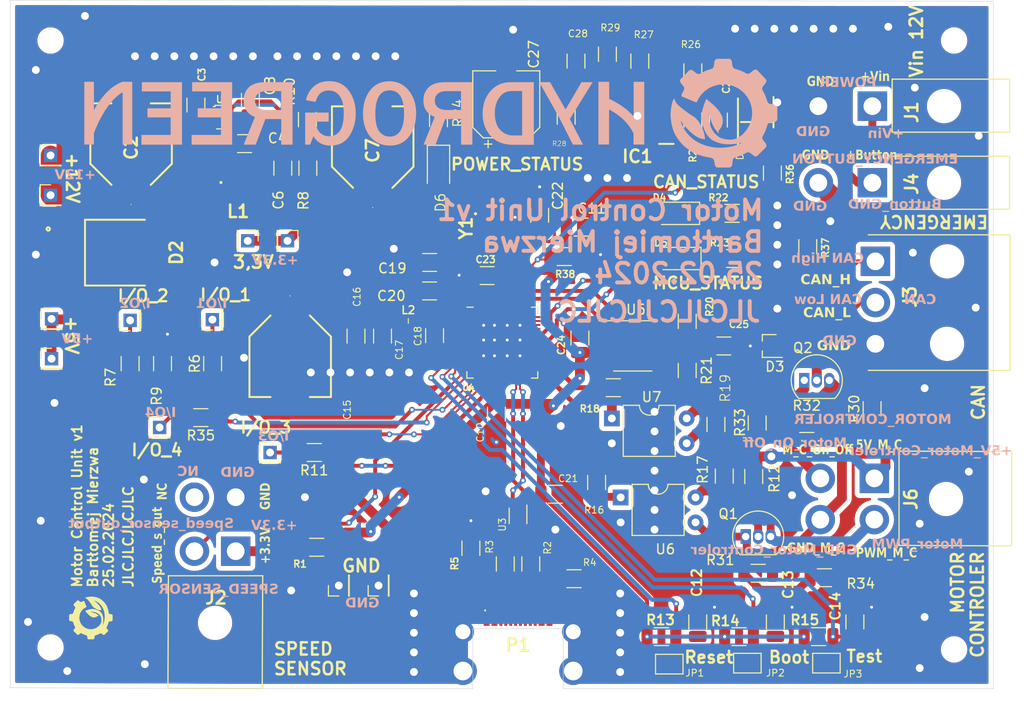
<source format=kicad_pcb>
(kicad_pcb (version 20240108) (generator "pcbnew") (generator_version "8.0")
  (layers (0 "F.Cu" signal) (31 "B.Cu" signal) (34 "B.Paste" user) (35 "F.Paste" user) (36 "B.SilkS" user "B.Silkscreen") (37 "F.SilkS" user "F.Silkscreen") (38 "B.Mask" user) (39 "F.Mask" user) (44 "Edge.Cuts" user))
  (net 0 "")
  (net 1 "/Power /Vin")
  (net 2 "GND")
  (net 3 "Net-(U2-VIN)")
  (net 4 "Net-(U2-BST)")
  (net 5 "Net-(U2-SW)")
  (net 6 "+3.3V")
  (net 7 "Net-(U2-FB)")
  (net 8 "Net-(U2-SS)")
  (net 9 "/MCU/RESET")
  (net 10 "/MCU/BOOT")
  (net 11 "/MCU/MCU_TEST")
  (net 12 "VDD3P3")
  (net 13 "/MCU/XTAL_N")
  (net 14 "/MCU/XTAL_P")
  (net 15 "Net-(C25-Pad1)")
  (net 16 "/VBUS")
  (net 17 "Net-(D4-K)")
  (net 18 "/IO/LED_CAN_STATUS")
  (net 19 "Net-(D5-K)")
  (net 20 "/IO/LED_MCU_STATUS")
  (net 21 "Net-(D6-K)")
  (net 22 "Net-(J2-Pin_1)")
  (net 23 "Net-(P1-D-)")
  (net 24 "/MCU/USB_D-")
  (net 25 "Net-(P1-D+)")
  (net 26 "/MCU/USB_D+")
  (net 27 "Net-(P1-VCONN)")
  (net 28 "Net-(P1-CC)")
  (net 29 "/IO/PWM_MCU")
  (net 30 "Net-(R16-Pad2)")
  (net 31 "/IO/5V_MOTOR")
  (net 32 "/PWM_MOTOR")
  (net 33 "/IO/MOTOR_ON_OFF_MCU")
  (net 34 "Net-(R18-Pad2)")
  (net 35 "/MOTOR_ON_OFF")
  (net 39 "/IO/I{slash}O_1_MCU")
  (net 40 "/IO/I{slash}O_2_MCU")
  (net 41 "/MCU/SPEED_OUTPUT")
  (net 46 "unconnected-(U4-GPIO9{slash}ADC1_CH8-Pad14)")
  (net 66 "/IO/CAN_RX")
  (net 67 "/IO/CAN_TX")
  (net 69 "unconnected-(U4-MTMS{slash}JTAG{slash}GPIO42-Pad48)")
  (net 76 "/IO/GND_MOTOR")
  (net 77 "/IO/CANL")
  (net 78 "/IO/CANH")
  (net 79 "Net-(IC1-DVDT)")
  (net 80 "Net-(IC1-OVP)")
  (net 82 "Net-(IC1-IMON)")
  (net 83 "Net-(IC1-ILIM)")
  (net 84 "Net-(IC1-~{FLT})")
  (net 85 "/Vreg")
  (net 86 "Net-(R6-Pad2)")
  (net 87 "Net-(R7-Pad1)")
  (net 90 "/IO/I{slash}O_3_MCU")
  (net 91 "Net-(R11-Pad2)")
  (net 92 "Net-(Q2-B)")
  (net 93 "Net-(Q1-B)")
  (net 94 "Net-(Q1-E)")
  (net 95 "Net-(Q2-E)")
  (footprint "LED_SMD:LED_1206_3216Metric" (layer "F.Cu") (at 94.5 71.15 -90)
    (property "Reference" "D6")
    (property "Value" "LED")
  )
  (footprint "Connector_PinHeader_2.00mm:PinHeader_1x01_P2.00mm_Vertical" (layer "F.Cu") (at 71.48 86.62 90)
    (property "Reference" "TP9" (hide yes))
    (property "Value" "I/O_1")
  )
  (footprint "LED_SMD:LED_1206_3216Metric" (layer "F.Cu") (at 118.8 75.8 180)
    (property "Reference" "D4")
    (property "Value" "LED")
  )
  (footprint "Connector_Molex:39-30-102Y" (layer "F.Cu") (at 138.6781 64.88425 90)
    (property "Reference" "J1")
    (property "Value" "Conn_01x02" (hide yes))
  )
  (footprint "Capacitor_SMD:C_1206_3216Metric" (layer "F.Cu") (at 106.4 104.4)
    (property "Reference" "C21")
    (property "Value" "100n")
  )
  (footprint "Resistor_SMD:R_1206_3216Metric" (layer "F.Cu") (at 81.15 66.25 90)
    (property "Reference" "R10")
    (property "Value" "10k")
  )
  (footprint "Resistor_SMD:R_1206_3216Metric" (layer "F.Cu") (at 81.2 71.2 90)
    (property "Reference" "R8")
    (property "Value" "32k")
  )
  (footprint "Resistor_SMD:R_1206_3216Metric" (layer "F.Cu") (at 132.1 79.2 90)
    (property "Reference" "R37")
    (property "Value" "10k")
  )
  (footprint "Package_TO_SOT_SMD:SOT-323_SC-70" (layer "F.Cu") (at 128.2 89.305 180)
    (property "Reference" "D3")
    (property "Value" "SP0502BAJT")
  )
  (footprint "Package_TO_SOT_SMD:SOT-583-8" (layer "F.Cu") (at 72.55 66)
    (property "Reference" "U2")
    (property "Value" "TPS62933")
  )
  (footprint "Package_TO_SOT_THT:TO-92_Inline" (layer "F.Cu") (at 131.75 92.8)
    (property "Reference" "Q2")
    (property "Value" "2N3904")
  )
  (footprint "Jumper:SolderJumper-2_P1.3mm_Open_Pad1.0x1.5mm" (layer "F.Cu") (at 125.95 121.6 180)
    (property "Reference" "JP2")
    (property "Value" "SolderJumper_2_Open")
  )
  (footprint "Capacitor_SMD:C_1206_3216Metric" (layer "F.Cu") (at 75.35 64.3 90)
    (property "Reference" "C8")
    (property "Value" "33n")
  )
  (footprint "Resistor_SMD:R_1206_3216Metric" (layer "F.Cu") (at 107.3 80.2 180)
    (property "Reference" "R38")
    (property "Value" "10k")
  )
  (footprint "Capacitor_SMD:C_1206_3216Metric" (layer "F.Cu") (at 108.9 88.495 90)
    (property "Reference" "C24")
    (property "Value" "100n")
  )
  (footprint "Capacitor_SMD:C_1206_3216Metric" (layer "F.Cu") (at 94.1 88.25 -90)
    (property "Reference" "C18")
    (property "Value" "100n")
  )
  (footprint "Resistor_SMD:R_1206_3216Metric" (layer "F.Cu") (at 94.5 66.25 90)
    (property "Reference" "R24")
    (property "Value" "1k")
  )
  (footprint "MountingHole:MountingHole_2.2mm_M2" (layer "F.Cu") (at 147 120.2)
    (property "Reference" "H4" (hide yes))
    (property "Value" "MountingHole")
  )
  (footprint "Package_SO:SOIC-8_3.9x4.9mm_P1.27mm" (layer "F.Cu") (at 114.275 89.295)
    (property "Reference" "U5")
    (property "Value" "SN65HVD232")
  )
  (footprint "Capacitor_SMD:C_1206_3216Metric" (layer "F.Cu") (at 74.75 68.7 180)
    (property "Reference" "C4")
    (property "Value" "100n")
  )
  (footprint "Crystal:KC3225K400000C1GE00" (layer "F.Cu") (at 100.125 77.0375 -90)
    (property "Reference" "Y1")
    (property "Value" "Crystal_GND24" (hide yes))
  )
  (footprint "Resistor_SMD:R_1206_3216Metric" (layer "F.Cu") (at 81.85 100.15 180)
    (property "Reference" "R11")
    (property "Value" "R")
  )
  (footprint "Connector_USB:2169900002" (layer "F.Cu") (at 102.6 120.1)
    (property "Reference" "P1")
    (property "Value" "USB_C_Plug_USB2.0" (hide yes))
  )
  (footprint "Resistor_SMD:R_1206_3216Metric" (layer "F.Cu") (at 70.3 96.6 180)
    (property "Reference" "R35")
    (property "Value" "R")
  )
  (footprint "Diode_SMD:SOP65P640X120-17N" (layer "F.Cu") (at 114.762 65.875 180)
    (property "Reference" "IC1")
    (property "Value" "LM76202QPWPRQ1" (hide yes))
  )
  (footprint "Capacitor_SMD:C_1206_3216Metric" (layer "F.Cu") (at 99.45 82.1375 180)
    (property "Reference" "C23")
    (property "Value" "12p")
  )
  (footprint "Resistor_SMD:R_1206_3216Metric" (layer "F.Cu") (at 124.55 80.4)
    (property "Reference" "R23")
    (property "Value" "1k")
  )
  (footprint "Resistor_SMD:R_1206_3216Metric" (layer "F.Cu") (at 108.3 113)
    (property "Reference" "R4")
    (property "Value" "5k1")
  )
  (footprint "Resistor_SMD:R_1206_3216Metric" (layer "F.Cu") (at 138.65 95.7 90)
    (property "Reference" "R30")
    (property "Value" "1k0")
  )
  (footprint "Resistor_SMD:R_1206_3216Metric" (layer "F.Cu") (at 97.8 109.9 90)
    (property "Reference" "R5")
    (property "Value" "5k1")
  )
  (footprint "Connector_Molex:39-30-104Y" (layer "F.Cu") (at 138.8781 102.78425 90)
    (property "Reference" "J6")
    (property "Value" "Conn_01x04" (hide yes))
  )
  (footprint "Resistor_SMD:R_1206_3216Metric" (layer "F.Cu") (at 117.2 118.9 180)
    (property "Reference" "R13")
    (property "Value" "10k")
  )
  (footprint "Package_DIP:DIP-4_W7.62mm" (layer "F.Cu") (at 113.05 104.725)
    (property "Reference" "U6")
    (property "Value" "PC817")
  )
  (footprint "Capacitor_SMD:C_1206_3216Metric" (layer "F.Cu") (at 88.8 88.3 -90)
    (property "Reference" "C17")
    (property "Value" "100n")
  )
  (footprint "Resistor_SMD:R_1206_3216Metric" (layer "F.Cu") (at 123.6 102.55 -90)
    (property "Reference" "R17")
    (property "Value" "1k")
  )
  (footprint "Resistor_SMD:R_1206_3216Metric" (layer "F.Cu") (at 101.3 111.5 90)
    (property "Reference" "R3")
    (property "Value" "0")
  )
  (footprint "Jumper:SolderJumper-2_P1.3mm_Open_Pad1.0x1.5mm" (layer "F.Cu") (at 118 121.7 180)
    (property "Reference" "JP1")
    (property "Value" "SolderJumper_2_Open")
  )
  (footprint "Resistor_SMD:R_1206_3216Metric" (layer "F.Cu") (at 82.1 109.8)
    (property "Reference" "R1")
    (property "Value" "100")
  )
  (footprint "Capacitor_Tantalum_SMD:EEHZT1E331UP" (layer "F.Cu") (at 79.4 90.35 -90)
    (property "Reference" "C15")
    (property "Value" "10u" (hide yes))
  )
  (footprint "Capacitor_SMD:C_1206_3216Metric" (layer "F.Cu") (at 78.65 71.2 90)
    (property "Reference" "C6")
    (property "Value" "47p")
  )
  (footprint "Connector_PinHeader_2.00mm:PinHeader_1x01_P2.00mm_Vertical" (layer "F.Cu") (at 75.075 78.6 -90)
    (property "Reference" "TP6" (hide yes))
    (property "Value" "+3,3V")
  )
  (footprint "Connector_PinHeader_2.00mm:PinHeader_1x01_P2.00mm_Vertical" (layer "F.Cu") (at 55.1 86.55)
    (property "Reference" "TP3" (hide yes))
    (property "Value" "+5V")
  )
  (footprint "Capacitor_SMD:C_1206_3216Metric" (layer "F.Cu") (at 86.1 88.3 -90)
    (property "Reference" "C16")
    (property "Value" "1u")
  )
  (footprint "Capacitor_SMD:C_1206_3216Metric" (layer "F.Cu") (at 123.55 89.305)
    (property "Reference" "C25")
    (property "Value" "4n7")
  )
  (footprint "MountingHole:MountingHole_2.2mm_M2" (layer "F.Cu") (at 55 120)
    (property "Reference" "H3" (hide yes))
    (property "Value" "MountingHole")
  )
  (footprint "Resistor_SMD:R_1206_3216Metric" (layer "F.Cu") (at 126.95 97.15 90)
    (property "Reference" "R33")
    (property "Value" "1")
  )
  (footprint "Connector_PinHeader_2.00mm:PinHeader_1x01_P2.00mm_Vertical" (layer "F.Cu") (at 55 69.9)
    (property "Reference" "TP1" (hide yes))
    (property "Value" "+12V")
  )
  (footprint "Connector_PinHeader_2.00mm:PinHeader_1x01_P2.00mm_Vertical" (layer "F.Cu") (at 55.1 90.6)
    (property "Reference" "TP4" (hide yes))
    (property "Value" "+5V")
  )
  (footprint "Resistor_SMD:R_1206_3216Metric" (layer "F.Cu") (at 133.2 118.9 180)
    (property "Reference" "R15")
    (property "Value" "10k")
  )
  (footprint "Resistor_SMD:R_1206_3216Metric" (layer "F.Cu") (at 115 60.3 90)
    (property "Reference" "R27")
    (property "Value" "100k")
  )
  (footprint "Package_TO_SOT_SMD:SOT-666" (layer "F.Cu") (at 102.6 106.6 -90)
    (property "Reference" "U3")
    (property "Value" "USBLC6-2P6")
  )
  (footprint "Connector_PinHeader_2.00mm:PinHeader_1x01_P2.00mm_Vertical" (layer "F.Cu") (at 55 73.95)
    (property "Reference" "TP2" (hide yes))
    (property "Value" "+12V")
  )
  (footprint "Capacitor_SMD:C_1206_3216Metric" (layer "F.Cu") (at 109 77.2)
    (property "Reference" "C11")
    (property "Value" "100n")
  )
  (footprint "Connector_Molex:39-30-102Y" (layer "F.Cu") (at 138.6781 72.68425 90)
    (property "Reference" "J4")
    (property "Value" "Conn_01x02" (hide yes))
  )
  (footprint "Capacitor_Tantalum_SMD:EEHZT1E331UP" (layer "F.Cu") (at 87.8 69.05 90)
    (property "Reference" "C7")
    (property "Value" "100u" (hide yes))
  )
  (footprint "Resistor_SMD:R_1206_3216Metric" (layer "F.Cu") (at 71.5 91.1 90)
    (property "Reference" "R6")
    (property "Value" "R")
  )
  (footprint "Package_DIP:DIP-4_W7.62mm" (layer "F.Cu") (at 112.15 96.675)
    (property "Reference" "U7")
    (property "Value" "PC817")
  )
  (footprint "Capacitor_Tantalum_SMD:EEHZT1E331UP" (layer "F.Cu") (at 63.2 68.75 90)
    (property "Reference" "C2")
    (property "Value" "10u" (hide yes))
  )
  (footprint "Diode_SMD:DIONM5436X244N" (layer "F.Cu") (at 126.8 65.6 90)
    (property "Reference" "D7")
    (property "Value" "TPSMC30CA" (hide yes))
  )
  (footprint "Capacitor_SMD:C_1206_3216Metric" (layer "F.Cu") (at 104.8 76 90)
    (property "Reference" "C22")
    (property "Value" "12p")
  )
  (footprint "LED_SMD:LED_1206_3216Metric" (layer "F.Cu") (at 118.95 80.4 180)
    (property "Reference" "D5")
    (property "Value" "LED")
  )
  (footprint "Resistor_SMD:R_1206_3216Metric" (layer "F.Cu") (at 119.825 91.8 -90)
    (property "Reference" "R21")
    (property "Value" "60")
  )
  (footprint "Capacitor_SMD:CP_Elec_6.3x7.7" (layer "F.Cu") (at 101.4 64.7 90)
    (property "Reference" "C27")
    (property "Value" "47u")
  )
  (footprint "Resistor_SMD:R_1206_3216Metric" (layer "F.Cu") (at 119.825 86.8 90)
    (property "Reference" "R20")
    (property "Value" "60")
  )
  (footprint "Capacitor_SMD:C_1206_3216Metric" (layer "F.Cu") (at 100.4 96.25 -90)
    (property "Reference" "C10")
    (property "Value" "100n")
  )
  (footprint "MountingHole:MountingHole_2.2mm_M2" (layer "F.Cu") (at 55 58.2)
    (property "Reference" "H2" (hide yes))
    (property "Value" "MountingHole")
  )
  (footprint "Capacitor_SMD:C_1206_3216Metric" (layer "F.Cu") (at 93.6 80.8 180)
    (property "Reference" "C19")
    (property "Value" "1u")
  )
  (footprint "Connector_PinHeader_2.00mm:PinHeader_1x01_P2.00mm_Vertical" (layer "F.Cu") (at 88.4 113.7 90)
    (property "Reference" "TP8" (hide yes))
    (property "Value" "GND")
  )
  (footprint "Resistor_SMD:R_1206_3216Metric" (layer "F.Cu") (at 111.7 59.6 90)
    (property "Reference" "R29")
    (property "Value" "56k")
  )
  (footprint "Resistor_SMD:R_1206_3216Metric" (layer "F.Cu") (at 126.6 102.6 -90)
    (property "Reference" "R12")
    (property "Value" "1k0")
  )
  (footprint "Resistor_SMD:R_1206_3216Metric" (layer "F.Cu") (at 124.4 75.8)
    (property "Reference" "R22")
    (property "Value" "1k")
  )
  (footprint "Resistor_SMD:R_1206_3216Metric" (layer "F.Cu") (at 120.4 61.3 90)
    (property "Reference" "R26")
    (property "Value" "12k")
  )
  (footprint "Resistor_SMD:R_1206_3216Metric" (layer "F.Cu") (at 63.1 91.1 -90)
    (property "Reference" "R7")
    (property "Value" "R")
  )
  (footprint "Connector_PinHeader_2.00mm:PinHeader_1x01_P2.00mm_Vertical" (layer "F.Cu") (at 84.35 113.7 90)
    (property "Reference" "TP7" (hide yes))
    (property "Value" "GND")
  )
  (footprint "Resistor_SMD:R_1206_3216Metric" (layer "F.Cu") (at 132 97.2)
    (property "Reference" "R32")
    (property "Value" "0")
  )
  (footprint "Capacitor_SMD:C_1206_3216Metric" (layer "F.Cu") (at 128.8 117.4 90)
    (property "Reference" "C13")
    (property "Value" "1u")
  )
  (footprint "Resistor_SMD:R_1206_3216Metric" (layer "F.Cu") (at 133.8 112.9 180)
    (property "Reference" "R34")
    (property "Value" "1")
  )
  (footprint "Capacitor_SMD:C_1206_3216Metric" (layer "F.Cu") (at 136.9 117.4 90)
    (property "Reference" "C14")
    (property "Value" "1u")
  )
  (footprint "Capacitor_SMD:C_1206_3216Metric" (layer "F.Cu") (at 69.8 64.775 90)
    (property "Reference" "C3")
    (property "Value" "100n")
  )
  (footprint "Inductor_SMD:LQG15WH0N7B02D" (layer "F.Cu") (at 91.425 86.75)
    (property "Reference" "L2")
    (property "Value" "2n" (hide yes))
  )
  (footprint "Resistor_SMD:R_1206_3216Metric" (layer "F.Cu") (at 128.5 71.7 90)
    (property "Reference" "R36")
    (property "Value" "30k")
  )
  (footprint "Package_TO_SOT_THT:TO-92_Inline" (layer "F.Cu") (at 125.78 108.71)
    (property "Reference" "Q1")
    (property "Value" "2N3904")
  )
  (footprint "Resistor_SMD:R_1206_3216Metric" (layer "F.Cu") (at 125.1 118.9 180)
    (property "Reference" "R14")
    (property "Value" "10k")
  )
  (footprint "Package_DFN_QFN:QFN-56-1EP_7x7mm_P0.4mm_EP5.6x5.6mm" (layer "F.Cu") (at 101 88.9625)
    (property "Reference" "U4")
    (property "Value" "ESP32-S3FN8")
  )
  (footprint "Connector_Molex:39303035" (layer "F.Cu") (at 138.9871 80.68425 90)
    (property "Reference" "J3")
    (property "Value" "Conn_01x03_Pin" (hide yes))
  )
  (footprint "Connector_Molex:39-30-104Y" (layer "F.Cu") (at 73.85 110.2)
    (property "Reference" "J2")
    (property "Value" "Conn_01x03" (hide yes))
  )
  (footprint "MountingHole:MountingHole_2.2mm_M2" (layer "F.Cu") (at 147 58.2)
    (property "Reference" "H1" (hide yes))
    (property "Value" "MountingHole")
  )
  (footprint "Resistor_SMD:R_1206_3216Metric" (layer "F.Cu") (at 122.75 97.3 90)
    (property "Reference" "R19")
    (property "Value" "1k")
  )
  (footprint "Connector_PinHeader_2.00mm:PinHeader_1x01_P2.00mm_Vertical" (layer "F.Cu") (at 63.1 86.7 90)
    (property "Reference" "TP10" (hide yes))
    (property "Value" "I/O_2")
  )
  (footprint "Resistor_SMD:R_1206_3216Metric" (layer "F.Cu") (at 112.3 93.55)
    (property "Reference" "R18")
    (property "Value" "100")
  )
  (footprint "Resistor_SMD:R_1206_3216Metric" (layer "F.Cu") (at 110.6 103.2 -90)
    (property "Reference" "R16")
    (property "Value" "100")
  )
  (footprint "Resistor_SMD:R_1206_3216Metric" (layer "F.Cu") (at 127.05 112.45)
    (property "Reference" "R31")
    (property "Value" "0")
  )
  (footprint "Resistor_SMD:R_1206_3216Metric" (layer "F.Cu") (at 120.4 66.3 90)
    (property "Reference" "R25")
    (property "Value" "180k")
  )
  (footprint "Capacitor_SMD:C_1206_3216Metric" (layer "F.Cu") (at 108.5 60.3 90)
    (property "Reference" "C28")
    (property "Value" "2n7")
  )
  (footprint "Resistor_SMD:R_1206_3216Metric" (layer "F.Cu") (at 103.9 111.5 90)
    (property "Reference" "R2")
    (property "Value" "0")
  )
  (footprint "Connector_PinHeader_2.00mm:PinHeader_1x01_P2.00mm_Vertical" (layer "F.Cu") (at 77.35 100.15)
    (property "Reference" "TP11" (hide yes))
    (property "Value" "I/O_3")
  )
  (footprint "Connector_PinHeader_2.00mm:PinHeader_1x01_P2.00mm_Vertical" (layer "F.Cu") (at 66.1 97.6)
    (property "Reference" "TP11" (hide yes))
    (property "Value" "I/O_3")
  )
  (footprint "Resistor_SMD:R_1206_3216Metric" (layer "F.Cu") (at 66.4 91.1 90)
    (property "Reference" "R9")
    (property "Value" "R")
  )
  (footprint "Connector_PinHeader_2.00mm:PinHeader_1x01_P2.00mm_Vertical" (layer "F.Cu") (at 79.125 78.6 -90)
    (property "Reference" "TP5" (hide yes))
    (property "Value" "+3,3V")
  )
  (footprint "Jumper:SolderJumper-2_P1.3mm_Open_Pad1.0x1.5mm" (layer "F.Cu") (at 134 121.6 180)
    (property "Reference" "JP3")
    (property "Value" "SolderJumper_2_Open")
  )
  (footprint "Resistor_SMD:R_1206_3216Metric" (layer "F.Cu") (at 107.5 66 90)
    (property "Reference" "R28")
    (property "Value" "100k")
  )
  (footprint "Capacitor_SMD:C_1206_3216Metric" (layer "F.Cu") (at 93.6 83.7 180)
    (property "Reference" "C20")
    (property "Value" "10n")
  )
  (footprint "Diode_SMD:TO252__DPAK__1" (layer "F.Cu") (at 56.607 79.8 -90)
    (property "Reference" "D2")
    (property "Value" "BAS40-05" (hide yes))
  )
  (footprint "Capacitor_SMD:C_1206_3216Metric" (layer "F.Cu") (at 123 66.3 90)
    (property "Reference" "C26")
    (property "Value" "1u")
  )
  (footprint "Capacitor_SMD:C_1206_3216Metric" (layer "F.Cu") (at 120.9 117.4 90)
    (property "Reference" "C12")
    (property "Value" "1u")
  )
  (footprint "Inductor_SMD:SRN3015TA4R7M" (layer "F.Cu") (at 74.4 72.65)
    (property "Reference" "L1")
    (property "Value" "4u7" (hide yes))
  )
  (gr_poly (pts (xy 83.241343 62.339253) (xy 83.126024 62.345764) (xy 83.013224 62.356616) (xy 82.902963 62.371809) (xy 82.79526 62.391343) (xy 82.690134 62.415217) (xy 82.587605 62.443432) (xy 82.487692 62.475989) (xy 82.390414 62.512886) (xy 82.295792 62.554123) (xy 82.203843 62.599702) (xy 82.114588 62.649622) (xy 82.028047 62.703882) (xy 81.944237 62.762483) (xy 81.86318 62.825425) (xy 81.784893 62.892708) (xy 81.709707 62.963246) (xy 81.637951 63.035954) (xy 81.569644 63.110834) (xy 81.504806 63.187883) (xy 81.443456 63.267103) (xy 81.385614 63.348493) (xy 81.331298 63.432054) (xy 81.280529 63.517785) (xy 81.233326 63.605687) (xy 81.189708 63.695759) (xy 81.149695 63.788001) (xy 81.113305 63.882414) (xy 81.080558 63.978998) (xy 81.051474 64.077751) (xy 81.026073 64.178675) (xy 81.004372 64.28177) (xy 81.99656 64.453749) (xy 82.034383 64.312049) (xy 82.078389 64.179631) (xy 82.128557 64.056477) (xy 82.155946 63.998367) (xy 82.184868 63.942566) (xy 82.215321 63.88907) (xy 82.247303 63.837879) (xy 82.28081 63.788989) (xy 82.315842 63.742397) (xy 82.352394 63.698102) (xy 82.390466 63.656101) (xy 82.430053 63.616391) (xy 82.471155 63.57897) (xy 82.513768 63.543836) (xy 82.557891 63.510987) (xy 82.60352 63.480419) (xy 82.650653 63.452131) (xy 82.699289 63.426119) (xy 82.749423 63.402382) (xy 82.801055 63.380918) (xy 82.854181 63.361723) (xy 82.9088 63.344795) (xy 82.964908 63.330132) (xy 83.022504 63.317732) (xy 83.081584 63.307592) (xy 83.142147 63.299709) (xy 83.20419 63.294082) (xy 83.332707 63.289582) (xy 83.416109 63.291753) (xy 83.497632 63.298264) (xy 83.577256 63.309116) (xy 83.654961 63.324309) (xy 83.730728 63.343843) (xy 83.804538 63.367717) (xy 83.876372 63.395933) (xy 83.946209 63.428489) (xy 84.014031 63.465386) (xy 84.079819 63.506623) (xy 84.143552 63.552202) (xy 84.205211 63.602122) (xy 84.264778 63.656382) (xy 84.322232 63.714983) (xy 84.377554 63.777925) (xy 84.430726 63.845207) (xy 84.481262 63.916837) (xy 84.528678 63.992847) (xy 84.572956 64.073275) (xy 84.614074 64.15816) (xy 84.652015 64.247541) (xy 84.686757 64.341456) (xy 84.718284 64.439945) (xy 84.746573 64.543046) (xy 84.771608 64.650798) (xy 84.793367 64.763239) (xy 84.811832 64.880409) (xy 84.826983 65.002346) (xy 84.838801 65.129089) (xy 84.847266 65.260677) (xy 84.852359 65.397148) (xy 84.854062 65.538541) (xy 84.850498 65.831553) (xy 84.834863 66.10538) (xy 84.807173 66.360061) (xy 84.76745 66.595634) (xy 84.715712 66.812139) (xy 84.651978 67.009614) (xy 84.576269 67.188098) (xy 84.533929 67.27023) (xy 84.488603 67.34763) (xy 84.440292 67.4203) (xy 84.388999 67.488248) (xy 84.334727 67.551476) (xy 84.277478 67.609991) (xy 84.217255 67.663796) (xy 84.154059 67.712898) (xy 84.087893 67.7573) (xy 84.01876 67.797008) (xy 83.946662 67.832026) (xy 83.871602 67.862359) (xy 83.793581 67.888012) (xy 83.712603 67.908991) (xy 83.628669 67.925298) (xy 83.541783 67.936941) (xy 83.359162 67.946249) (xy 83.285675 67.944696) (xy 83.214029 67.940022) (xy 83.144205 67.932209) (xy 83.076182 67.921238) (xy 83.009943 67.907088) (xy 82.945467 67.889741) (xy 82.882735 67.869177) (xy 82.821728 67.845377) (xy 82.762426 67.818321) (xy 82.70481 67.78799) (xy 82.64886 67.754365) (xy 82.594558 67.717426) (xy 82.541883 67.677154) (xy 82.490817 67.63353) (xy 82.44134 67.586533) (xy 82.393433 67.536145) (xy 82.347703 67.485451) (xy 82.304783 67.432586) (xy 82.264692 67.37755) (xy 82.22745 67.320345) (xy 82.193076 67.260969) (xy 82.161589 67.199422) (xy 82.133009 67.135705) (xy 82.107355 67.069818) (xy 82.084646 67.00176) (xy 82.064902 66.931532) (xy 82.048143 66.859133) (xy 82.034387 66.784564) (xy 82.023655 66.707825) (xy 82.015964 66.628915) (xy 82.011336 66.547834) (xy 82.009789 66.464584) (xy 83.319478 66.464584) (xy 83.319478 65.538542) (xy 80.924996 65.538542) (xy 80.924996 68.806145) (xy 81.427704 68.806145) (xy 81.77166 67.946249) (xy 81.806968 68.00485) (xy 81.843442 68.061591) (xy 81.881083 68.116471) (xy 81.919894 68.169491) (xy 81.959877 68.220651) (xy 82.001035 68.26995) (xy 82.043371 68.317389) (xy 82.086886 68.362968) (xy 82.131583 68.406686) (xy 82.177465 68.448544) (xy 82.224534 68.488542) (xy 82.272792 68.526679) (xy 82.322242 68.562956) (xy 82.372887 68.597372) (xy 82.424728 68.629928) (xy 82.477767 68.660624) (xy 82.532009 68.689459) (xy 82.587454 68.716434) (xy 82.644106 68.741549) (xy 82.701966 68.764804) (xy 82.761037 68.786198) (xy 82.821323 68.805731) (xy 82.882824 68.823405) (xy 82.945543 68.839218) (xy 83.009483 68.85317) (xy 83.074647 68.865262) (xy 83.141036 68.875494) (xy 83.208653 68.883866) (xy 83.277501 68.890377) (xy 83.347582 68.895028) (xy 83.491452 68.898749) (xy 83.650202 68.894873) (xy 83.803991 68.883246) (xy 83.95282 68.863867) (xy 84.096687 68.836737) (xy 84.235593 68.801855) (xy 84.369539 68.759222) (xy 84.498523 68.708838) (xy 84.622547 68.650702) (xy 84.741609 68.584815) (xy 84.855711 68.511176) (xy 84.964852 68.429785) (xy 85.069032 68.340643) (xy 85.168251 68.24375) (xy 85.262509 68.139105) (xy 85.351806 68.026709) (xy 85.436142 67.906561) (xy 85.513037 67.781446) (xy 85.584971 67.654122) (xy 85.651944 67.52455) (xy 85.713956 67.392691) (xy 85.771007 67.258507) (xy 85.823096 67.121958) (xy 85.870225 66.983007) (xy 85.912393 66.841614) (xy 85.949599 66.69774) (xy 85.981845 66.551347) (xy 86.00913 66.402396) (xy 86.031454 66.250849) (xy 86.048817 66.096666) (xy 86.061219 65.939808) (xy 86.06866 65.780238) (xy 86.071141 65.617915) (xy 86.06835 65.448317) (xy 86.059979 65.281838) (xy 86.046026 65.118498) (xy 86.026492 64.958317) (xy 86.001378 64.801315) (xy 85.970682 64.647509) (xy 85.934405 64.496921) (xy 85.892547 64.349569) (xy 85.845108 64.205473) (xy 85.792088 64.064651) (xy 85.733487 63.927124) (xy 85.669305 63.792911) (xy 85.599542 63.662031) (xy 85.524198 63.534503) (xy 85.443272 63.410347) (xy 85.356766 63.289582) (xy 85.265296 63.174241) (xy 85.169465 63.06634) (xy 85.069255 62.965881) (xy 84.964645 62.872864) (xy 84.855618 62.787288) (xy 84.742152 62.709153) (xy 84.62423 62.638459) (xy 84.501831 62.575207) (xy 84.374936 62.519397) (xy 84.243526 62.471028) (xy 84.107581 62.4301) (xy 83.967083 62.396613) (xy 83.822011 62.370569) (xy 83.672346 62.351965) (xy 83.51807 62.340803) (xy 83.359162 62.337082)) (stroke (width -0.000001)) (fill solid) (layer "B.SilkS"))
  (gr_poly (pts (xy 101.7074 62.446486) (xy 101.551773 62.457205) (xy 101.399905 62.475095) (xy 101.251817 62.500174) (xy 101.107526 62.532462) (xy 100.967054 62.571978) (xy 100.830418 62.618742) (xy 100.697638 62.672773) (xy 100.568735 62.734091) (xy 100.443726 62.802714) (xy 100.322632 62.878662) (xy 100.205472 62.961955) (xy 100.092265 63.052611) (xy 99.983031 63.150651) (xy 99.877789 63.256094) (xy 99.776558 63.368958) (xy 99.680589 63.484914) (xy 99.591091 63.604551) (xy 99.508028 63.727832) (xy 99.43136 63.854717) (xy 99.361047 63.985167) (xy 99.297052 64.119145) (xy 99.239336 64.256611) (xy 99.18786 64.397526) (xy 99.142585 64.541852) (xy 99.103472 64.68955) (xy 99.070483 64.84058) (xy 99.043579 64.994906) (xy 99.022721 65.152486) (xy 99.007871 65.313284) (xy 98.998989 65.47726) (xy 98.996037 65.644375) (xy 98.999141 65.811342) (xy 99.008465 65.974898) (xy 99.024029 66.135043) (xy 99.045853 66.291778) (xy 99.073955 66.445102) (xy 99.108356 66.595015) (xy 99.149074 66.741518) (xy 99.196128 66.88461) (xy 99.249539 67.024291) (xy 99.309326 67.160562) (xy 99.375507 67.293422) (xy 99.448103 67.422871) (xy 99.527132 67.54891) (xy 99.612615 67.671538) (xy 99.70457 67.790755) (xy 99.803017 67.906562) (xy 99.907355 68.017098) (xy 100.016984 68.120502) (xy 100.131922 68.216776) (xy 100.252189 68.305918) (xy 100.377805 68.387928) (xy 100.508788 68.462807) (xy 100.645159 68.530555) (xy 100.786936 68.591172) (xy 100.93414 68.644657) (xy 101.086789 68.691011) (xy 101.244902 68.730233) (xy 101.4085 68.762324) (xy 101.577601 68.787284) (xy 101.752226 68.805113) (xy 101.932392 68.81581) (xy 102.118121 68.819375) (xy 104.208329 68.819375) (xy 104.208329 63.342499) (xy 103.017704 63.342499) (xy 103.017704 67.866875) (xy 102.078434 67.866875) (xy 101.982626 67.864553) (xy 101.888678 67.857599) (xy 101.796591 67.846033) (xy 101.706364 67.829875) (xy 101.617997 67.809143) (xy 101.531491 67.783857) (xy 101.446845 67.754036) (xy 101.364059 67.7197) (xy 101.283134 67.680869) (xy 101.204069 67.637561) (xy 101.126864 67.589795) (xy 101.05152 67.537592) (xy 100.978036 67.480971) (xy 100.906413 67.419951) (xy 100.83665 67.354551) (xy 100.768748 67.284791) (xy 100.703942 67.210684) (xy 100.643458 67.132217) (xy 100.587276 67.04937) (xy 100.535377 66.962124) (xy 100.487741 66.870459) (xy 100.444349 66.774357) (xy 100.405181 66.673798) (xy 100.370219 66.568763) (xy 100.339442 66.459231) (xy 100.312832 66.345185) (xy 100.290369 66.226604) (xy 100.272034 66.103468) (xy 100.257806 65.97576) (xy 100.247668 65.843458) (xy 100.241599 65.706545) (xy 100.239581 65.565) (xy 100.241438 65.449506) (xy 100.246996 65.336202) (xy 100.256236 65.225108) (xy 100.269139 65.116242) (xy 100.285685 65.009623) (xy 100.305855 64.905272) (xy 100.32963 64.803208) (xy 100.356989 64.70345) (xy 100.387914 64.606017) (xy 100.422385 64.510929) (xy 100.460384 64.418206) (xy 100.501889 64.327866) (xy 100.546883 64.239928) (xy 100.595346 64.154414) (xy 100.647259 64.071341) (xy 100.702601 63.990729) (xy 100.763217 63.911505) (xy 100.826004 63.837534) (xy 100.890961 63.768794) (xy 100.958089 63.705268) (xy 101.027387 63.646935) (xy 101.098855 63.593776) (xy 101.172494 63.545772) (xy 101.248304 63.502903) (xy 101.326283 63.46515) (xy 101.406434 63.432494) (xy 101.488754 63.404915) (xy 101.573245 63.382394) (xy 101.659907 63.364911) (xy 101.748738 63.352447) (xy 101.839741 63.344983) (xy 101.932913 63.342499) (xy 103.017704 63.342499) (xy 104.208329 63.342499) (xy 104.208329 62.442917) (xy 101.866766 62.442917)) (stroke (width -0.000001)) (fill solid) (layer "B.SilkS"))
  (gr_poly (pts (xy 122.871907 60.063367) (xy 122.856153 60.065977) (xy 122.840665 60.069474) (xy 122.82546 60.073835) (xy 122.810556 60.07904) (xy 122.795969 60.085065) (xy 122.781716 60.09189) (xy 122.767815 60.099493) (xy 122.754282 60.107851) (xy 122.741134 60.116943) (xy 122.728388 60.126747) (xy 122.716061 60.137242) (xy 122.70417 60.148406) (xy 122.692732 60.160216) (xy 122.671283 60.185689) (xy 122.651849 60.213488) (xy 122.634567 60.243437) (xy 122.619571 60.275364) (xy 122.606997 60.309092) (xy 122.596982 60.344449) (xy 122.58966 60.381258) (xy 122.585167 60.419347) (xy 122.584024 60.438817) (xy 122.58364 60.45854) (xy 122.530723 60.802499) (xy 122.529214 60.816024) (xy 122.527174 60.829312) (xy 122.524615 60.842358) (xy 122.52155 60.855157) (xy 122.517992 60.867704) (xy 122.513951 60.879994) (xy 122.50944 60.892023) (xy 122.504471 60.903785) (xy 122.499057 60.915275) (xy 122.493209 60.92649) (xy 122.48694 60.937424) (xy 122.480261 60.948071) (xy 122.473185 60.958429) (xy 122.465724 60.96849) (xy 122.449694 60.987707) (xy 122.43227 61.005684) (xy 122.413547 61.022382) (xy 122.393622 61.037762) (xy 122.372593 61.051786) (xy 122.350556 61.064414) (xy 122.327609 61.075609) (xy 122.303847 61.08533) (xy 122.279369 61.09354) (xy 122.135553 61.135708) (xy 121.992048 61.182837) (xy 121.849162 61.234927) (xy 121.707207 61.291978) (xy 121.566492 61.35399) (xy 121.427328 61.420962) (xy 121.290023 61.492896) (xy 121.15489 61.56979) (xy 121.132268 61.581266) (xy 121.109104 61.5909) (xy 121.085475 61.598713) (xy 121.061459 61.604723) (xy 121.037132 61.608951) (xy 121.012573 61.611415) (xy 120.987858 61.612136) (xy 120.963067 61.611131) (xy 120.938275 61.608421) (xy 120.91356 61.604026) (xy 120.889001 61.597963) (xy 120.864675 61.590254) (xy 120.840658 61.580917) (xy 120.817029 61.569971) (xy 120.793865 61.557436) (xy 120.771244 61.543332) (xy 120.493432 61.331665) (xy 120.478398 61.31717) (xy 120.463081 61.303453) (xy 120.447508 61.290516) (xy 120.431704 61.278361) (xy 120.415697 61.266991) (xy 120.399513 61.256408) (xy 120.383179 61.246615) (xy 120.366721 61.237614) (xy 120.350166 61.229408) (xy 120.333542 61.221998) (xy 120.316873 61.215388) (xy 120.300188 61.20958) (xy 120.283512 61.204576) (xy 120.266873 61.200378) (xy 120.250296 61.19699) (xy 120.233809 61.194413) (xy 120.217439 61.19265) (xy 120.201211 61.191703) (xy 120.185153 61.191575) (xy 120.169291 61.192268) (xy 120.153652 61.193785) (xy 120.138263 61.196128) (xy 120.123149 61.199299) (xy 120.108339 61.203301) (xy 120.093858 61.208136) (xy 120.079733 61.213807) (xy 120.06599 61.220317) (xy 120.052658 61.227666) (xy 120.039761 61.235859) (xy 120.027326 61.244897) (xy 120.015381 61.254783) (xy 120.003952 61.265519) (xy 119.170515 62.112186) (xy 119.159778 62.123653) (xy 119.149892 62.135705) (xy 119.140854 62.148311) (xy 119.132662 62.161434) (xy 119.125312 62.175042) (xy 119.118803 62.1891) (xy 119.113132 62.203575) (xy 119.108296 62.218433) (xy 119.104294 62.23364) (xy 119.101123 62.249161) (xy 119.09878 62.264964) (xy 119.097263 62.281013) (xy 119.09657 62.297276) (xy 119.096698 62.313718) (xy 119.097645 62.330306) (xy 119.099408 62.347004) (xy 119.101985 62.363781) (xy 119.105373 62.3806) (xy 119.109571 62.39743) (xy 119.114575 62.414235) (xy 119.120383 62.430983) (xy 119.126994 62.447638) (xy 119.134403 62.464167) (xy 119.14261 62.480536) (xy 119.151611 62.496712) (xy 119.161404 62.51266) (xy 119.171986 62.528346) (xy 119.183356 62.543736) (xy 119.195511 62.558798) (xy 119.208448 62.573496) (xy 119.222166 62.587796) (xy 119.23666 62.601666) (xy 119.448327 62.879478) (xy 119.462431 62.899919) (xy 119.474966 62.921465) (xy 119.485912 62.94398) (xy 119.495249 62.967328) (xy 119.502958 62.991374) (xy 119.509021 63.015981) (xy 119.513416 63.041015) (xy 119.516126 63.06634) (xy 119.51713 63.09182) (xy 119.51641 63.117319) (xy 119.513946 63.142702) (xy 119.509718 63.167832) (xy 119.503708 63.192576) (xy 119.495895 63.216796) (xy 119.486261 63.240357) (xy 119.474785 63.263124) (xy 119.415461 63.374332) (xy 119.357377 63.48802) (xy 119.301773 63.601708) (xy 119.24989 63.712916) (xy 119.2464 63.720394) (xy 119.243369 63.727937) (xy 119.240788 63.735534) (xy 119.23865 63.743172) (xy 119.236948 63.750839) (xy 119.235675 63.758523) (xy 119.234824 63.766212) (xy 119.234387 63.773894) (xy 119.234356 63.781556) (xy 119.234726 63.789187) (xy 119.235488 63.796774) (xy 119.236635 63.804305) (xy 119.238159 63.811769) (xy 119.240055 63.819153) (xy 119.242314 63.826444) (xy 119.244929 63.833632) (xy 119.247892 63.840703) (xy 119.251198 63.847646) (xy 119.254837 63.854448) (xy 119.258804 63.861098) (xy 119.26309 63.867583) (xy 119.267689 63.873891) (xy 119.272593 63.88001) (xy 119.277795 63.885928) (xy 119.283287 63.891633) (xy 119.289063 63.897113) (xy 119.295116 63.902355) (xy 119.301437 63.907348) (xy 119.308019 63.912079) (xy 119.314856 63.916537) (xy 119.32194 63.920709) (xy 119.329264 63.924582) (xy 120.638952 64.466978) (xy 120.64643 64.470467) (xy 120.653973 64.473499) (xy 120.66157 64.47608) (xy 120.669208 64.478218) (xy 120.676875 64.479919) (xy 120.68456 64.481192) (xy 120.692248 64.482044) (xy 120.69993 64.482481) (xy 120.707592 64.482511) (xy 120.715223 64.482142) (xy 120.72281 64.48138) (xy 120.730342 64.480233) (xy 120.737805 64.478708) (xy 120.745189 64.476813) (xy 120.75248 64.474554) (xy 120.759668 64.471939) (xy 120.766739 64.468975) (xy 120.773682 64.46567) (xy 120.780484 64.46203) (xy 120.787134 64.458064) (xy 120.793619 64.453778) (xy 120.799927 64.449179) (xy 120.806046 64.444275) (xy 120.811964 64.439073) (xy 120.817669 64.43358) (xy 120.823149 64.427804) (xy 120.828391 64.421752) (xy 120.833384 64.415431) (xy 120.838115 64.408848) (xy 120.842573 64.402011) (xy 120.846744 64.394927) (xy 120.850618 64.387603) (xy 120.881469 64.316138) (xy 120.91449 64.245622) (xy 120.949681 64.176075) (xy 120.987044 64.107517) (xy 121.026576 64.039966) (xy 121.068279 63.973442) (xy 121.112152 63.907965) (xy 121.158196 63.843554) (xy 121.20641 63.780227) (xy 121.256795 63.718006) (xy 121.30935 63.656908) (xy 121.364075 63.596954) (xy 121.420971 63.538162) (xy 121.480037 63.480553) (xy 121.541274 63.424144) (xy 121.604681 63.368957) (xy 121.709175 63.283653) (xy 121.816647 63.203854) (xy 121.926895 63.129564) (xy 122.039718 63.060785) (xy 122.154915 62.997519) (xy 122.272285 62.939768) (xy 122.391626 62.887536) (xy 122.512738 62.840824) (xy 122.63542 62.799635) (xy 122.75947 62.763971) (xy 122.884688 62.733836) (xy 123.010873 62.70923) (xy 123.137823 62.690157) (xy 123.265337 62.676619) (xy 123.393215 62.668618) (xy 123.521255 62.666158) (xy 123.649256 62.669239) (xy 123.777018 62.677866) (xy 123.904339 62.692039) (xy 124.031017 62.711762) (xy 124.156853 62.737037) (xy 124.281645 62.767867) (xy 124.405191 62.804253) (xy 124.527292 62.846198) (xy 124.647745 62.893705) (xy 124.76635 62.946777) (xy 124.882906 63.005415) (xy 124.997212 63.069621) (xy 125.109066 63.139399) (xy 125.218267 63.214751) (xy 125.324615 63.295679) (xy 125.427909 63.382186) (xy 125.519958 63.465491) (xy 125.607588 63.551604) (xy 125.769594 63.7317) (xy 125.913926 63.921368) (xy 126.040585 64.119505) (xy 126.14957 64.325006) (xy 126.240883 64.536767) (xy 126.314522 64.753682) (xy 126.370487 64.974647) (xy 126.408779 65.198558) (xy 126.429398 65.424309) (xy 126.432344 65.650798) (xy 126.417616 65.876917) (xy 126.385215 66.101565) (xy 126.335141 66.323634) (xy 126.267393 66.542022) (xy 126.181972 66.755623) (xy 126.154066 66.814844) (xy 126.124921 66.873445) (xy 126.094535 66.931426) (xy 126.062909 66.988787) (xy 126.030043 67.045528) (xy 125.995937 67.101648) (xy 125.96059 67.157149) (xy 125.924003 67.212029) (xy 125.886176 67.26629) (xy 125.847108 67.31993) (xy 125.806801 67.37295) (xy 125.765253 67.42535) (xy 125.722465 67.477129) (xy 125.678436 67.528289) (xy 125.633168 67.578829) (xy 125.586659 67.628748) (xy 125.527024 67.691432) (xy 125.497013 67.721475) (xy 125.46677 67.750704) (xy 125.436216 67.779159) (xy 125.405275 67.806876) (xy 125.373868 67.833897) (xy 125.341919 67.860258) (xy 125.30935 67.885999) (xy 125.276084 67.911159) (xy 125.242042 67.935777) (xy 125.207147 67.95989) (xy 125.171323 67.983539) (xy 125.13449 68.006761) (xy 125.096573 68.029595) (xy 125.057493 68.052081) (xy 124.965354 68.102466) (xy 124.883446 68.145099) (xy 124.844489 68.1638) (xy 124.80588 68.180911) (xy 124.766884 68.196549) (xy 124.726763 68.210832) (xy 124.684783 68.223873) (xy 124.640205 68.235791) (xy 124.592295 68.246701) (xy 124.540315 68.25672) (xy 124.483529 68.265964) (xy 124.4212 68.274548) (xy 124.352593 68.28259) (xy 124.276971 68.290206) (xy 124.227698 68.291744) (xy 124.169898 68.291343) (xy 124.033059 68.284419) (xy 123.875136 68.268812) (xy 123.790981 68.25756) (xy 123.70481 68.243904) (xy 123.61771 68.227768) (xy 123.530764 68.209074) (xy 123.445059 68.187745) (xy 123.361679 68.163702) (xy 123.28171 68.136869) (xy 123.206236 68.107168) (xy 123.136344 68.074522) (xy 123.073118 68.038852) (xy 123.010615 67.991568) (xy 122.935245 67.930951) (xy 122.851503 67.859793) (xy 122.763886 67.780883) (xy 122.720029 67.739393) (xy 122.676889 67.697012) (xy 122.635028 67.654089) (xy 122.595008 67.610971) (xy 122.55739 67.568009) (xy 122.522738 67.52555) (xy 122.491613 67.483944) (xy 122.464576 67.44354) (xy 122.399935 67.334225) (xy 122.339984 67.224483) (xy 122.284761 67.114199) (xy 122.234306 67.003256) (xy 122.188656 66.891538) (xy 122.147851 66.778929) (xy 122.111929 66.665312) (xy 122.08093 66.550571) (xy 122.054892 66.43459) (xy 122.033853 66.317252) (xy 122.017852 66.198441) (xy 122.006929 66.078042) (xy 122.001122 65.955937) (xy 122.00047 65.83201) (xy 122.005011 65.706146) (xy 122.014784 65.578227) (xy 122.014936 65.573415) (xy 122.015379 65.568874) (xy 122.016092 65.564565) (xy 122.017058 65.560451) (xy 122.018256 65.556491) (xy 122.019668 65.552648) (xy 122.021273 65.548882) (xy 122.023053 65.545154) (xy 122.024987 65.541427) (xy 122.027057 65.537661) (xy 122.031527 65.529858) (xy 122.036307 65.521435) (xy 122.038765 65.516894) (xy 122.041242 65.512081) (xy 122.069977 65.663471) (xy 122.101833 65.814725) (xy 122.137137 65.965397) (xy 122.176221 66.115042) (xy 122.219413 66.263215) (xy 122.267042 66.409469) (xy 122.319439 66.553359) (xy 122.376932 66.694439) (xy 122.439851 66.832263) (xy 122.508526 66.966386) (xy 122.583286 67.096362) (xy 122.66446 67.221745) (xy 122.752377 67.34209) (xy 122.847368 67.45695) (xy 122.949762 67.565881) (xy 123.059887 67.668436) (xy 123.055085 67.643512) (xy 123.050612 67.618491) (xy 123.042731 67.569011) (xy 123.036401 67.521701) (xy 123.033866 67.499393) (xy 123.031776 67.478267) (xy 123.030152 67.458537) (xy 123.029012 67.440414) (xy 123.028375 67.424114) (xy 123.028262 67.409848) (xy 123.028692 67.39783) (xy 123.029683 67.388273) (xy 123.031256 67.38139) (xy 123.032267 67.379018) (xy 123.03343 67.377395) (xy 123.20541 67.165729) (xy 123.218638 67.13927) (xy 123.265467 67.062069) (xy 123.306772 66.984266) (xy 123.342613 66.905883) (xy 123.373047 66.826938) (xy 123.398133 66.747449) (xy 123.417928 66.667438) (xy 123.432492 66.586923) (xy 123.441881 66.505924) (xy 123.446154 66.424459) (xy 123.445369 66.342549) (xy 123.439584 66.260212) (xy 123.428858 66.177468) (xy 123.413249 66.094337) (xy 123.392814 66.010838) (xy 123.367612 65.92699) (xy 123.337701 65.842812) (xy 123.336499 65.842774) (xy 123.335373 65.842663) (xy 123.334318 65.842485) (xy 123.333335 65.842243) (xy 123.332419 65.841944) (xy 123.331568 65.841591) (xy 123.33078 65.84119) (xy 123.330053 65.840745) (xy 123.329384 65.840261) (xy 123.328771 65.839743) (xy 123.328211 65.839197) (xy 123.327702 65.838626) (xy 123.327241 65.838036) (xy 123.326826 65.837431) (xy 123.326455 65.836816) (xy 123.326126 65.836197) (xy 123.325835 65.835578) (xy 123.32558 65.834963) (xy 123.32517 65.833768) (xy 123.324876 65.832651) (xy 123.324679 65.83165) (xy 123.324559 65.830803) (xy 123.324498 65.830151) (xy 123.324472 65.829582) (xy 123.303565 65.777951) (xy 123.280624 65.727212) (xy 123.255784 65.677325) (xy 123.22918 65.628251) (xy 123.200949 65.579953) (xy 123.171225 65.532392) (xy 123.140145 65.485528) (xy 123.107844 65.439323) (xy 123.074458 65.393738) (xy 123.040122 65.348734) (xy 122.969145 65.260316) (xy 122.895997 65.173758) (xy 122.821763 65.08875) (xy 122.725723 64.985785) (xy 122.626426 64.885145) (xy 122.52434 64.786675) (xy 122.419927 64.690221) (xy 122.313655 64.595627) (xy 122.205987 64.502739) (xy 122.097389 64.411401) (xy 121.988326 64.321458) (xy 121.975771 64.309208) (xy 121.962927 64.297248) (xy 121.94981 64.285559) (xy 121.936442 64.274123) (xy 121.909028 64.251928) (xy 121.880838 64.230508) (xy 121.852029 64.209708) (xy 121.822754 64.189373) (xy 121.76343 64.149479) (xy 121.761098 64.154437) (xy 121.759038 64.159375) (xy 121.757209 64.164275) (xy 121.755575 64.169116) (xy 121.754096 64.17388) (xy 121.752733 64.178547) (xy 121.750201 64.187513) (xy 121.748954 64.191773) (xy 121.747669 64.195859) (xy 121.746306 64.199751) (xy 121.744827 64.203429) (xy 121.743193 64.206876) (xy 121.741365 64.21007) (xy 121.740366 64.211566) (xy 121.739304 64.212993) (xy 121.738175 64.214346) (xy 121.736972 64.215625) (xy 121.678164 64.359544) (xy 121.621217 64.503773) (xy 121.56675 64.648622) (xy 121.515383 64.794401) (xy 121.467738 64.941421) (xy 121.424433 65.08999) (xy 121.386089 65.24042) (xy 121.353326 65.393021) (xy 121.343404 65.454826) (xy 121.333482 65.520352) (xy 121.313638 65.657604) (xy 121.304362 65.722665) (xy 121.296482 65.788656) (xy 121.290152 65.855267) (xy 121.285527 65.922188) (xy 121.282762 65.989108) (xy 121.282013 66.055719) (xy 121.283434 66.12171) (xy 121.28718 66.186771) (xy 121.28718 66.2) (xy 121.287329 66.205113) (xy 121.287749 66.210516) (xy 121.288401 66.216191) (xy 121.289247 66.222118) (xy 121.291366 66.234649) (xy 121.293795 66.247956) (xy 121.296223 66.261883) (xy 121.298342 66.276275) (xy 121.299188 66.283597) (xy 121.29984 66.290977) (xy 121.30026 66.298396) (xy 121.300409 66.305834) (xy 121.324826 66.460682) (xy 121.371723 66.683899) (xy 121.405199 66.814992) (xy 121.446214 66.955794) (xy 121.495407 67.103844) (xy 121.553417 67.25668) (xy 121.620884 67.411842) (xy 121.698447 67.566868) (xy 121.786746 67.719297) (xy 121.88642 67.866668) (xy 121.940723 67.937688) (xy 121.998109 68.006521) (xy 122.058659 68.072858) (xy 122.122452 68.136393) (xy 122.189569 68.196818) (xy 122.260089 68.253825) (xy 122.334093 68.307106) (xy 122.41166 68.356354) (xy 122.459105 68.385357) (xy 122.507209 68.412888) (xy 122.556011 68.439023) (xy 122.60555 68.463841) (xy 122.655863 68.487418) (xy 122.70699 68.509833) (xy 122.75897 68.531163) (xy 122.811842 68.551484) (xy 122.920414 68.589415) (xy 123.033017 68.624245) (xy 123.149961 68.656595) (xy 123.271555 68.687083) (xy 123.36041 68.705551) (xy 123.44847 68.721345) (xy 123.535871 68.734581) (xy 123.622748 68.745375) (xy 123.709238 68.753843) (xy 123.795477 68.760103) (xy 123.881599 68.764269) (xy 123.96774 68.766459) (xy 124.140624 68.765374) (xy 124.315213 68.757777) (xy 124.492592 68.7446) (xy 124.673847 68.726772) (xy 124.733869 68.720028) (xy 124.804278 68.710028) (xy 124.973157 68.682123) (xy 125.401451 68.607709) (xy 125.210263 68.700117) (xy 125.01172 68.783751) (xy 124.806531 68.858442) (xy 124.595402 68.92402) (xy 124.379041 68.980316) (xy 124.158155 69.02716) (xy 123.933451 69.064382) (xy 123.705637 69.091813) (xy 123.475421 69.109284) (xy 123.243508 69.116624) (xy 123.010607 69.113665) (xy 122.777425 69.100237) (xy 122.54467 69.076169) (xy 122.313048 69.041293) (xy 122.083267 68.995439) (xy 121.856035 68.938438) (xy 121.632058 68.870119) (xy 121.412044 68.790314) (xy 121.1967 68.698852) (xy 120.986734 68.595565) (xy 120.782852 68.480282) (xy 120.585763 68.352834) (xy 120.396174 68.213052) (xy 120.214791 68.060765) (xy 120.042323 67.895805) (xy 119.879476 67.718002) (xy 119.726958 67.527186) (xy 119.585476 67.323188) (xy 119.455737 67.105838) (xy 119.33845 66.874966) (xy 119.23432 66.630403) (xy 119.144056 66.37198) (xy 119.355128 66.643152) (xy 119.607283 66.946415) (xy 119.746878 67.103443) (xy 119.894475 67.26053) (xy 120.04932 67.41502) (xy 120.210658 67.564258) (xy 120.377731 67.70559) (xy 120.549784 67.83636) (xy 120.726062 67.953914) (xy 120.815549 68.006905) (xy 120.905809 68.055597) (xy 120.996747 68.099657) (xy 121.088269 68.138754) (xy 121.18028 68.172556) (xy 121.272686 68.20073) (xy 121.365392 68.222946) (xy 121.458304 68.238871) (xy 121.551328 68.248173) (xy 121.644369 68.250521) (xy 121.591451 67.813957) (xy 121.56311 67.689514) (xy 121.527812 67.560071) (xy 121.485731 67.42683) (xy 121.437042 67.290992) (xy 121.381919 67.153759) (xy 121.320537 67.016332) (xy 121.253071 66.879913) (xy 121.179693 66.745702) (xy 121.10058 66.614903) (xy 121.015905 66.488715) (xy 120.925843 66.368342) (xy 120.830568 66.254983) (xy 120.730254 66.149841) (xy 120.678262 66.100726) (xy 120.625076 66.054117) (xy 120.570718 66.010162) (xy 120.515209 65.969012) (xy 120.458572 65.930817) (xy 120.400827 65.895728) (xy 120.398553 65.893661) (xy 120.395943 65.891543) (xy 120.394338 65.890348) (xy 120.392559 65.889114) (xy 120.390624 65.88788) (xy 120.388554 65.886685) (xy 120.386367 65.885568) (xy 120.384083 65.884567) (xy 120.381722 65.883721) (xy 120.380519 65.883368) (xy 120.379303 65.883068) (xy 120.378078 65.882827) (xy 120.376845 65.882648) (xy 120.375608 65.882538) (xy 120.374368 65.8825) (xy 120.202988 65.768831) (xy 120.043261 65.66086) (xy 119.89475 65.558392) (xy 119.757016 65.461234) (xy 119.62962 65.369191) (xy 119.512125 65.282071) (xy 119.404091 65.19968) (xy 119.30508 65.121823) (xy 119.214654 65.048307) (xy 119.132374 64.978938) (xy 119.057802 64.913522) (xy 118.9905 64.851865) (xy 118.930028 64.793774) (xy 118.875949 64.739056) (xy 118.827824 64.687515) (xy 118.785215 64.638958) (xy 118.747683 64.593192) (xy 118.71479 64.550023) (xy 118.686097 64.509257) (xy 118.661166 64.4707) (xy 118.639558 64.434158) (xy 118.620836 64.399438) (xy 118.60456 64.366346) (xy 118.590292 64.334688) (xy 118.566026 64.274898) (xy 118.544532 64.218519) (xy 118.522302 64.164001) (xy 118.509814 64.136954) (xy 118.495827 64.109792) (xy 118.47265 64.134436) (xy 118.450245 64.163542) (xy 118.407745 64.234074) (xy 118.368306 64.319256) (xy 118.33191 64.416957) (xy 118.298536 64.525044) (xy 118.268167 64.641387) (xy 118.240781 64.763854) (xy 118.216361 64.890313) (xy 118.176338 65.146679) (xy 118.147941 65.393434) (xy 118.131017 65.613524) (xy 118.125411 65.789896) (xy 118.132723 65.894489) (xy 118.14422 66.023887) (xy 118.159129 66.169408) (xy 118.176673 66.32237) (xy 118.196078 66.474092) (xy 118.216567 66.615892) (xy 118.237367 66.739089) (xy 118.257702 66.835) (xy 118.349686 67.161595) (xy 118.396065 67.30939) (xy 118.421048 67.381582) (xy 118.447871 67.453463) (xy 118.47702 67.525655) (xy 118.508978 67.598778) (xy 118.544231 67.67345) (xy 118.583263 67.750293) (xy 118.626558 67.829926) (xy 118.674601 67.912971) (xy 118.727877 68.000046) (xy 118.786869 68.091771) (xy 118.83796 68.168759) (xy 118.891746 68.245689) (xy 118.947818 68.322193) (xy 119.00577 68.397902) (xy 119.065195 68.472449) (xy 119.125685 68.545464) (xy 119.186835 68.616581) (xy 119.248236 68.68543) (xy 119.309482 68.751643) (xy 119.370166 68.814853) (xy 119.429882 68.874691) (xy 119.488221 68.930789) (xy 119.544778 68.982779) (xy 119.599145 69.030292) (xy 119.650915 69.072961) (xy 119.699682 69.110417) (xy 119.890729 69.252268) (xy 119.977746 69.314764) (xy 120.059763 69.372106) (xy 120.137284 69.424641) (xy 120.210813 69.47272) (xy 120.280854 69.51669) (xy 120.34791 69.5569) (xy 120.412486 69.593701) (xy 120.475086 69.627439) (xy 120.536213 69.658464) (xy 120.59637 69.687125) (xy 120.656063 69.713771) (xy 120.715795 69.73875) (xy 120.776069 69.762411) (xy 120.837389 69.785104) (xy 120.962589 69.831703) (xy 121.080579 69.872644) (xy 121.191903 69.908468) (xy 121.297103 69.93972) (xy 121.396722 69.96694) (xy 121.491303 69.990672) (xy 121.66752 70.029843) (xy 121.983366 70.090201) (xy 122.131677 70.12007) (xy 122.205329 70.136827) (xy 122.279369 70.155521) (xy 122.303999 70.163579) (xy 122.328203 70.172858) (xy 122.351864 70.183339) (xy 122.374867 70.195002) (xy 122.397094 70.207827) (xy 122.41843 70.221796) (xy 122.438758 70.236889) (xy 122.457963 70.253086) (xy 122.475927 70.270369) (xy 122.492534 70.288717) (xy 122.500293 70.298285) (xy 122.507669 70.308112) (xy 122.514647 70.318196) (xy 122.521214 70.328534) (xy 122.527355 70.339124) (xy 122.533055 70.349963) (xy 122.538299 70.36105) (xy 122.543073 70.372381) (xy 122.547363 70.383955) (xy 122.551154 70.395768) (xy 122.554432 70.407819) (xy 122.557181 70.420104) (xy 122.623327 70.750833) (xy 122.623712 70.770556) (xy 122.624854 70.790023) (xy 122.626739 70.809209) (xy 122.629347 70.828089) (xy 122.632663 70.84664) (xy 122.636669 70.864838) (xy 122.641349 70.882657) (xy 122.646685 70.900075) (xy 122.65266 70.917066) (xy 122.659258 70.933606) (xy 122.666462 70.949672) (xy 122.674254 70.965239) (xy 122.682618 70.980282) (xy 122.691536 70.994778) (xy 122.700993 71.008702) (xy 122.71097 71.022031) (xy 122.721451 71.034739) (xy 122.732419 71.046803) (xy 122.743857 71.058199) (xy 122.755748 71.068901) (xy 122.768074 71.078887) (xy 122.78082 71.088132) (xy 122.793968 71.096611) (xy 122.807502 71.1043) (xy 122.821403 71.111175) (xy 122.835656 71.117212) (xy 122.850242 71.122387) (xy 122.865147 71.126676) (xy 122.880351 71.130053) (xy 122.895839 71.132496) (xy 122.911594 71.133979) (xy 122.927598 71.134479) (xy 124.118223 71.134479) (xy 124.134227 71.132777) (xy 124.149981 71.130167) (xy 124.165469 71.126671) (xy 124.180674 71.122309) (xy 124.195578 71.117105) (xy 124.210165 71.111079) (xy 124.224417 71.104254) (xy 124.238319 71.096652) (xy 124.251852 71.088294) (xy 124.265 71.079202) (xy 124.277746 71.069397) (xy 124.290073 71.058902) (xy 124.301964 71.047739) (xy 124.313401 71.035929) (xy 124.33485 71.010456) (xy 124.354284 70.982657) (xy 124.371566 70.952707) (xy 124.386562 70.920781) (xy 124.399136 70.887052) (xy 124.409151 70.851696) (xy 124.416473 70.814886) (xy 124.420966 70.776798) (xy 124.422109 70.757328) (xy 124.422493 70.737604) (xy 124.462181 70.393646) (xy 124.463614 70.382562) (xy 124.465427 70.371635) (xy 124.467613 70.360868) (xy 124.470165 70.350264) (xy 124.473075 70.339824) (xy 124.476337 70.329551) (xy 124.479943 70.319448) (xy 124.483885 70.309517) (xy 124.492751 70.29018) (xy 124.502876 70.27156) (xy 124.514203 70.253677) (xy 124.526673 70.23655) (xy 124.540228 70.220197) (xy 124.554811 70.204639) (xy 124.570362 70.189896) (xy 124.586824 70.175985) (xy 124.604139 70.162927) (xy 124.622249 70.150741) (xy 124.641094 70.139447) (xy 124.660618 70.129063) (xy 124.663247 70.126586) (xy 124.666148 70.124128) (xy 124.669281 70.121709) (xy 124.672608 70.119348) (xy 124.676089 70.117064) (xy 124.679687 70.114878) (xy 124.683363 70.112808) (xy 124.687077 70.110873) (xy 124.690791 70.109093) (xy 124.694467 70.107488) (xy 124.698065 70.106077) (xy 124.701547 70.104879) (xy 124.704873 70.103913) (xy 124.708006 70.103199) (xy 124.710906 70.102757) (xy 124.713535 70.102605) (xy 124.861717 70.060437) (xy 125.008504 70.013308) (xy 125.153741 69.961218) (xy 125.297272 69.904168) (xy 125.438943 69.842156) (xy 125.578599 69.775183) (xy 125.716084 69.70325) (xy 125.851243 69.626355) (xy 125.873865 69.61488) (xy 125.897029 69.605246) (xy 125.920658 69.597433) (xy 125.944675 69.591422) (xy 125.969001 69.587194) (xy 125.99356 69.58473) (xy 126.018275 69.584009) (xy 126.043066 69.585014) (xy 126.067858 69.587724) (xy 126.092572 69.592119) (xy 126.117132 69.598182) (xy 126.141458 69.605891) (xy 126.165475 69.615228) (xy 126.189104 69.626174) (xy 126.212268 69.638709) (xy 126.234889 69.652813) (xy 126.512702 69.864479) (xy 126.552389 69.904167) (xy 126.566144 69.915019) (xy 126.58011 69.925248) (xy 126.594265 69.934852) (xy 126.608587 69.943829) (xy 126.623055 69.952176) (xy 126.637645 69.95989) (xy 126.652338 69.96697) (xy 126.667111 69.973413) (xy 126.681941 69.979217) (xy 126.696809 69.984378) (xy 126.71169 69.988896) (xy 126.726564 69.992766) (xy 126.74141 69.995988) (xy 126.756204 69.998557) (xy 126.770926 70.000473) (xy 126.785553 70.001732) (xy 126.800064 70.002332) (xy 126.814437 70.002272) (xy 126.82865 70.001547) (xy 126.842681 70.000156) (xy 126.856509 69.998097) (xy 126.870112 69.995366) (xy 126.883467 69.991963) (xy 126.896554 69.987883) (xy 126.90935 69.983125) (xy 126.921834 69.977686) (xy 126.933983 69.971565) (xy 126.945776 69.964758) (xy 126.957191 69.957263) (xy 126.968207 69.949077) (xy 126.978801 69.940199) (xy 126.988952 69.930625) (xy 127.822389 69.083959) (xy 127.827198 69.078849) (xy 127.831717 69.073468) (xy 127.835964 69.067855) (xy 127.839959 69.062048) (xy 127.843722 69.056086) (xy 127.847271 69.050007) (xy 127.850627 69.043851) (xy 127.853808 69.037657) (xy 127.875306 68.991355) (xy 127.881817 68.968585) (xy 127.886468 68.945001) (xy 127.889258 68.92072) (xy 127.890189 68.895857) (xy 127.889258 68.870529) (xy 127.886468 68.844852) (xy 127.881817 68.818943) (xy 127.875306 68.792917) (xy 127.866934 68.766892) (xy 127.856702 68.740982) (xy 127.84461 68.715306) (xy 127.830657 68.689978) (xy 127.814844 68.665115) (xy 127.797171 68.640834) (xy 127.777637 68.61725) (xy 127.756243 68.59448) (xy 127.544577 68.316668) (xy 127.530472 68.296226) (xy 127.517937 68.27468) (xy 127.506992 68.252166) (xy 127.497654 68.228818) (xy 127.489945 68.204772) (xy 127.483883 68.180164) (xy 127.479487 68.15513) (xy 127.476777 68.129805) (xy 127.475773 68.104326) (xy 127.476493 68.078827) (xy 127.478957 68.053444) (xy 127.483185 68.028313) (xy 127.489196 68.00357) (xy 127.497009 67.97935) (xy 127.506643 67.955788) (xy 127.518118 67.933022) (xy 127.552225 67.877857) (xy 127.585091 67.821607) (xy 127.616717 67.764427) (xy 127.647103 67.706472) (xy 127.676248 67.647896) (xy 127.704153 67.588856) (xy 127.730818 67.529506) (xy 127.756243 67.47) (xy 127.790324 67.390031) (xy 127.823009 67.308977) (xy 127.854144 67.226992) (xy 127.883574 67.144233) (xy 127.911143 67.060853) (xy 127.936697 66.977008) (xy 127.960081 66.892852) (xy 127.981139 66.808542) (xy 127.98509 66.796257) (xy 127.989495 66.784209) (xy 127.999614 66.760845) (xy 128.011399 66.738489) (xy 128.024754 66.717178) (xy 128.039582 66.696954) (xy 128.055786 66.677853) (xy 128.073269 66.659914) (xy 128.091934 66.643178) (xy 128.111684 66.627681) (xy 128.132422 66.613464) (xy 128.154052 66.600564) (xy 128.176476 66.589021) (xy 128.199598 66.578873) (xy 128.223321 66.570159) (xy 128.247547 66.562918) (xy 128.272181 66.557188) (xy 128.616139 66.504271) (xy 128.635863 66.503886) (xy 128.655329 66.502743) (xy 128.674515 66.500859) (xy 128.693396 66.498251) (xy 128.711947 66.494935) (xy 128.730144 66.490929) (xy 128.747964 66.486249) (xy 128.765381 66.480913) (xy 128.782372 66.474938) (xy 128.798912 66.46834) (xy 128.814978 66.461136) (xy 128.830545 66.453344) (xy 128.845588 66.44498) (xy 128.860084 66.436061) (xy 128.874009 66.426605) (xy 128.887337 66.416628) (xy 128.900046 66.406147) (xy 128.91211 66.395179) (xy 128.923505 66.383741) (xy 128.934208 66.37185) (xy 128.944193 66.359523) (xy 128.953438 66.346778) (xy 128.961917 66.33363) (xy 128.969606 66.320096) (xy 128.976482 66.306195) (xy 128.982519 66.291942) (xy 128.987694 66.277355) (xy 128.991982 66.262451) (xy 128.99536 66.247247) (xy 128.997802 66.231759) (xy 128.999285 66.216004) (xy 128.999785 66.2) (xy 128.999785 65.009375) (xy 128.999285 64.993371) (xy 128.997802 64.977616) (xy 128.99536 64.962129) (xy 128.991982 64.946924) (xy 128.987694 64.93202) (xy 128.982519 64.917433) (xy 128.976482 64.90318) (xy 128.969606 64.889279) (xy 128.961917 64.875746) (xy 128.953438 64.862598) (xy 128.944193 64.849852) (xy 128.934208 64.837525) (xy 128.923505 64.825634) (xy 128.91211 64.814196) (xy 128.900046 64.803228) (xy 128.887337 64.792747) (xy 128.874009 64.78277) (xy 128.860084 64.773314) (xy 128.830545 64.756031) (xy 128.798912 64.741035) (xy 128.765381 64.728462) (xy 128.730144 64.718446) (xy 128.693396 64.711124) (xy 128.655329 64.706632) (xy 128.635863 64.705489) (xy 128.616139 64.705104) (xy 128.272181 64.652188) (xy 128.259819 64.650678) (xy 128.247547 64.648638) (xy 128.235377 64.646079) (xy 128.223321 64.643015) (xy 128.21139 64.639456) (xy 128.199598 64.635415) (xy 128.187956 64.630904) (xy 128.176476 64.625936) (xy 128.154052 64.614673) (xy 128.132422 64.601725) (xy 128.111684 64.587188) (xy 128.091933 64.571158) (xy 128.073269 64.553734) (xy 128.055786 64.535011) (xy 128.039582 64.515086) (xy 128.024754 64.494057) (xy 128.011399 64.47202) (xy 127.999613 64.449073) (xy 127.989495 64.425311) (xy 127.98509 64.413156) (xy 127.981139 64.400833) (xy 127.938971 64.257017) (xy 127.891842 64.113512) (xy 127.839752 63.970627) (xy 127.782702 63.828671) (xy 127.72069 63.687957) (xy 127.653717 63.548792) (xy 127.581784 63.411488) (xy 127.504889 63.276354) (xy 127.493414 63.253587) (xy 127.483779 63.230026) (xy 127.475967 63.205806) (xy 127.469956 63.181062) (xy 127.465728 63.155932) (xy 127.463264 63.130549) (xy 127.462544 63.10505) (xy 127.463548 63.07957) (xy 127.466258 63.054245) (xy 127.470654 63.029211) (xy 127.476716 63.004604) (xy 127.484426 62.980558) (xy 127.493763 62.95721) (xy 127.504709 62.934695) (xy 127.517243 62.913149) (xy 127.531348 62.892708) (xy 127.743014 62.614896) (xy 127.757509 62.599862) (xy 127.771226 62.584545) (xy 127.784164 62.568972) (xy 127.796319 62.553168) (xy 127.807689 62.537161) (xy 127.818271 62.520977) (xy 127.828064 62.504643) (xy 127.837065 62.488185) (xy 127.845272 62.47163) (xy 127.852681 62.455005) (xy 127.859292 62.438337) (xy 127.8651 62.421652) (xy 127.870104 62.404976) (xy 127.874302 62.388336) (xy 127.87769 62.37176) (xy 127.880267 62.355273) (xy 127.88203 62.338903) (xy 127.882977 62.322675) (xy 127.883105 62.306617) (xy 127.882412 62.290755) (xy 127.880895 62.275116) (xy 127.878552 62.259727) (xy 127.875381 62.244613) (xy 127.871379 62.229803) (xy 127.866543 62.215322) (xy 127.860872 62.201197) (xy 127.854363 62.187454) (xy 127.847013 62.174122) (xy 127.83882 62.161225) (xy 127.829782 62.14879) (xy 127.819896 62.136845) (xy 127.80916 62.125417) (xy 126.975724 61.239061) (xy 126.964258 61.228325) (xy 126.952205 61.218439) (xy 126.9396 61.209401) (xy 126.926476 61.201208) (xy 126.912869 61.193858) (xy 126.89881 61.187349) (xy 126.884335 61.181678) (xy 126.869477 61.176843) (xy 126.854271 61.172841) (xy 126.838749 61.169669) (xy 126.822947 61.167327) (xy 126.806897 61.16581) (xy 126.790634 61.165117) (xy 126.774192 61.165245) (xy 126.757605 61.166191) (xy 126.740906 61.167954) (xy 126.72413 61.170531) (xy 126.70731 61.17392) (xy 126.69048 61.178117) (xy 126.673675 61.183121) (xy 126.656928 61.18893) (xy 126.640273 61.19554) (xy 126.623743 61.202949) (xy 126.607374 61.211156) (xy 126.591199 61.220157) (xy 126.575251 61.22995) (xy 126.559565 61.240533) (xy 126.544174 61.251903) (xy 126.529113 61.264058) (xy 126.514415 61.276995) (xy 126.500114 61.290712) (xy 126.486245 61.305207) (xy 126.208433 61.516874) (xy 126.187991 61.530978) (xy 126.166445 61.543513) (xy 126.143931 61.554459) (xy 126.120582 61.563796) (xy 126.096537 61.571505) (xy 126.071929 61.577568) (xy 126.046895 61.581963) (xy 126.02157 61.584673) (xy 125.996091 61.585678) (xy 125.970592 61.584957) (xy 125.945209 61.582493) (xy 125.920078 61.578265) (xy 125.895335 61.572255) (xy 125.871115 61.564442) (xy 125.847553 61.554807) (xy 125.824787 61.543332) (xy 125.757507 61.504413) (xy 125.689627 61.467006) (xy 125.552142 61.396571) (xy 125.412486 61.331717) (xy 125.270815 61.272134) (xy 125.127284 61.217512) (xy 124.982047 61.167541) (xy 124.83526 61.121911) (xy 124.687078 61.080311) (xy 124.674793 61.07636) (xy 124.662745 61.071956) (xy 124.639381 61.061837) (xy 124.617024 61.050051) (xy 124.595714 61.036696) (xy 124.575489 61.021868) (xy 124.556388 61.005665) (xy 124.53845 60.988182) (xy 124.521713 60.969517) (xy 124.506217 60.949767) (xy 124.491999 60.929028) (xy 124.4791 60.907399) (xy 124.467556 60.884974) (xy 124.457408 60.861852) (xy 124.448695 60.83813) (xy 124.441453 60.813903) (xy 124.435724 60.78927) (xy 124.382807 60.445311) (xy 124.382422 60.425588) (xy 124.381279 60.406121) (xy 124.379395 60.386935) (xy 124.376786 60.368055) (xy 124.373471 60.349504) (xy 124.369465 60.331307) (xy 124.364785 60.313487) (xy 124.359449 60.29607) (xy 124.353473 60.279079) (xy 124.346875 60.262538) (xy 124.339672 60.246472) (xy 124.33188 60.230906) (xy 124.323516 60.215862) (xy 124.314597 60.201366) (xy 124.305141 60.187442) (xy 124.295163 60.174113) (xy 124.284682 60.161405) (xy 124.273715 60.149341) (xy 124.262277 60.137946) (xy 124.250386 60.127243) (xy 124.238059 60.117257) (xy 124.225313 60.108013) (xy 124.212165 60.099534) (xy 124.198632 60.091845) (xy 124.184731 60.084969) (xy 124.170478 60.078932) (xy 124.155891 60.073757) (xy 124.140987 60.069469) (xy 124.125782 60.066091) (xy 124.110294 60.063649) (xy 124.09454 60.062165) (xy 124.078536 60.061666) (xy 122.887911 60.061666)) (stroke (width -0.000001)) (fill solid) (layer "B.SilkS"))
  (gr_poly (pts (xy 95.057735 62.444932) (xy 94.920867 62.450978) (xy 94.788688 62.461055) (xy 94.661219 62.475163) (xy 94.538478 62.493301) (xy 94.420484 62.51547) (xy 94.307258 62.54167) (xy 94.198818 62.571901) (xy 94.095184 62.606162) (xy 93.996375 62.644455) (xy 93.902411 62.686778) (xy 93.813311 62.733132) (xy 93.729094 62.783516) (xy 93.649781 62.837931) (xy 93.57539 62.896378) (xy 93.50594 62.958854) (xy 93.440986 63.024587) (xy 93.380081 63.0928) (xy 93.323247 63.163493) (xy 93.270501 63.236667) (xy 93.221864 63.312321) (xy 93.177354 63.390456) (xy 93.136992 63.471071) (xy 93.100796 63.554167) (xy 93.068785 63.639743) (xy 93.04098 63.727799) (xy 93.0174 63.818337) (xy 92.998063 63.911354) (xy 92.98299 64.006852) (xy 92.972199 64.104831) (xy 92.965711 64.20529) (xy 92.963543 64.308229) (xy 92.968039 64.458921) (xy 92.981527 64.603431) (xy 93.004006 64.741778) (xy 93.035477 64.873983) (xy 93.07594 65.000063) (xy 93.125395 65.12004) (xy 93.183841 65.233932) (xy 93.251279 65.341758) (xy 93.327709 65.443538) (xy 93.41313 65.539291) (xy 93.507543 65.629037) (xy 93.610948 65.712795) (xy 93.723344 65.790584) (xy 93.844732 65.862424) (xy 93.975112 65.928334) (xy 94.114483 65.988334) (xy 92.976765 68.806145) (xy 94.193852 68.806145) (xy 95.186039 66.2) (xy 96.8 66.2) (xy 96.8 68.806145) (xy 97.95094 68.806145) (xy 97.95094 63.355729) (xy 96.786767 63.355729) (xy 96.786767 65.273957) (xy 95.358017 65.273957) (xy 95.282359 65.272876) (xy 95.209163 65.269643) (xy 95.138408 65.264278) (xy 95.070075 65.256801) (xy 95.004146 65.247231) (xy 94.9406 65.235588) (xy 94.879419 65.22189) (xy 94.820582 65.206158) (xy 94.764071 65.188411) (xy 94.709866 65.168667) (xy 94.657947 65.146947) (xy 94.608296 65.12327) (xy 94.560893 65.097654) (xy 94.515718 65.07012) (xy 94.472753 65.040687) (xy 94.431977 65.009375) (xy 94.395858 64.976353) (xy 94.361928 64.941782) (xy 94.330209 64.90566) (xy 94.300717 64.867988) (xy 94.273474 64.828765) (xy 94.248498 64.787993) (xy 94.225809 64.74567) (xy 94.205426 64.701796) (xy 94.187368 64.656373) (xy 94.171655 64.609399) (xy 94.158307 64.560875) (xy 94.147342 64.5108) (xy 94.13878 64.459176) (xy 94.13264 64.406) (xy 94.128942 64.351275) (xy 94.127705 64.294999) (xy 94.128942 64.24353) (xy 94.13264 64.1933) (xy 94.13878 64.144311) (xy 94.147342 64.096562) (xy 94.158307 64.050053) (xy 94.171655 64.004784) (xy 94.187368 63.960756) (xy 94.205426 63.917968) (xy 94.225809 63.87642) (xy 94.248498 63.836113) (xy 94.273474 63.797045) (xy 94.300717 63.759218) (xy 94.330209 63.722631) (xy 94.361928 63.687285) (xy 94.395858 63.653178) (xy 94.431977 63.620312) (xy 94.470114 63.588999) (xy 94.510111 63.559566) (xy 94.551969 63.532033) (xy 94.595687 63.506417) (xy 94.641266 63.48274) (xy 94.688705 63.46102) (xy 94.738004 63.441276) (xy 94.789164 63.423528) (xy 94.842183 63.407796) (xy 94.897064 63.394099) (xy 94.953804 63.382455) (xy 95.012405 63.372885) (xy 95.072866 63.365408) (xy 95.135188 63.360044) (xy 95.19937 63.356811) (xy 95.265412 63.355729) (xy 96.786767 63.355729) (xy 97.95094 63.355729) (xy 97.95094 62.442917) (xy 95.199273 62.442917)) (stroke (width -0.000001)) (fill solid) (layer "B.SilkS"))
  (gr_poly (pts (xy 76.748569 62.444932) (xy 76.611701 62.450978) (xy 76.479523 62.461055) (xy 76.352053 62.475163) (xy 76.229313 62.493301) (xy 76.111319 62.51547) (xy 75.998093 62.54167) (xy 75.889654 62.571901) (xy 75.78602 62.606162) (xy 75.687212 62.644455) (xy 75.593248 62.686778) (xy 75.504148 62.733132) (xy 75.419932 62.783516) (xy 75.340618 62.837931) (xy 75.266227 62.896378) (xy 75.196778 62.958854) (xy 75.131823 63.024587) (xy 75.070919 63.0928) (xy 75.014085 63.163493) (xy 74.961339 63.236667) (xy 74.912702 63.312321) (xy 74.868192 63.390456) (xy 74.82783 63.471071) (xy 74.791634 63.554167) (xy 74.759623 63.639743) (xy 74.731818 63.727799) (xy 74.708238 63.818337) (xy 74.688901 63.911354) (xy 74.673828 64.006852) (xy 74.663037 64.104831) (xy 74.656548 64.20529) (xy 74.654381 64.308229) (xy 74.658877 64.458921) (xy 74.672365 64.603431) (xy 74.694844 64.741778) (xy 74.726315 64.873983) (xy 74.766777 65.000063) (xy 74.816231 65.12004) (xy 74.874677 65.233932) (xy 74.942115 65.341758) (xy 75.018544 65.443538) (xy 75.103965 65.539291) (xy 75.198378 65.629037) (xy 75.301782 65.712795) (xy 75.414178 65.790584) (xy 75.535566 65.862424) (xy 75.665946 65.928334) (xy 75.805317 65.988334) (xy 74.667603 68.806145) (xy 75.884686 68.806145) (xy 76.876873 66.2) (xy 78.490834 66.2) (xy 78.490834 68.806145) (xy 79.641774 68.806145) (xy 79.641774 63.355729) (xy 78.477601 63.355729) (xy 78.477601 65.273957) (xy 77.048851 65.273957) (xy 76.973194 65.272876) (xy 76.899998 65.269643) (xy 76.829243 65.264278) (xy 76.760911 65.256801) (xy 76.694982 65.247231) (xy 76.631436 65.235588) (xy 76.570254 65.22189) (xy 76.511417 65.206158) (xy 76.454906 65.188411) (xy 76.400701 65.168667) (xy 76.348782 65.146947) (xy 76.299131 65.12327) (xy 76.251727 65.097654) (xy 76.206552 65.07012) (xy 76.163587 65.040687) (xy 76.122811 65.009375) (xy 76.086692 64.976353) (xy 76.052764 64.941782) (xy 76.021044 64.90566) (xy 75.991553 64.867988) (xy 75.964311 64.828765) (xy 75.939335 64.787993) (xy 75.916646 64.74567) (xy 75.896263 64.701796) (xy 75.878206 64.656373) (xy 75.862493 64.609399) (xy 75.849145 64.560875) (xy 75.83818 64.5108) (xy 75.829618 64.459176) (xy 75.823478 64.406) (xy 75.81978 64.351275) (xy 75.818543 64.294999) (xy 75.81978 64.24353) (xy 75.823478 64.1933) (xy 75.829618 64.144311) (xy 75.83818 64.096562) (xy 75.849145 64.050053) (xy 75.862493 64.004784) (xy 75.878206 63.960756) (xy 75.896263 63.917968) (xy 75.916646 63.87642) (xy 75.939335 63.836113) (xy 75.964311 63.797045) (xy 75.991553 63.759218) (xy 76.021044 63.722631) (xy 76.052764 63.687285) (xy 76.086692 63.653178) (xy 76.122811 63.620312) (xy 76.160948 63.588999) (xy 76.200945 63.559566) (xy 76.242803 63.532033) (xy 76.286521 63.506417) (xy 76.3321 63.48274) (xy 76.379539 63.46102) (xy 76.428838 63.441276) (xy 76.479998 63.423528) (xy 76.533018 63.407796) (xy 76.587898 63.394099) (xy 76.644638 63.382455) (xy 76.703239 63.372885) (xy 76.7637 63.365408) (xy 76.826022 63.360044) (xy 76.890204 63.356811) (xy 76.956246 63.355729) (xy 78.477601 63.355729) (xy 79.641774 63.355729) (xy 79.641774 62.442917) (xy 76.890107 62.442917)) (stroke (width -0.000001)) (fill solid) (layer "B.SilkS"))
  (gr_poly (pts (xy 69.415623 63.382187) (xy 72.352498 63.382187) (xy 72.352498 65.101979) (xy 69.984478 65.101979) (xy 69.984478 66.02802) (xy 72.352498 66.02802) (xy 72.352498 67.813957) (xy 69.362706 67.813957) (xy 69.362706 68.806145) (xy 73.490208 68.806145) (xy 73.490208 62.442917) (xy 69.415623 62.442917)) (stroke (width -0.000001)) (fill solid) (layer "B.SilkS"))
  (gr_poly (pts (xy 107.436245 65.221041) (xy 105.861975 62.442917) (xy 104.763955 62.442917) (xy 106.827706 66.120624) (xy 108.190308 68.806145) (xy 109.222184 68.806145) (xy 107.872809 66.2) (xy 110.201142 62.442917) (xy 109.063433 62.442917)) (stroke (width -0.000001)) (fill solid) (layer "B.SilkS"))
  (gr_poly (pts (xy 89.332342 62.35403) (xy 89.184179 62.36517) (xy 89.039814 62.383712) (xy 88.899287 62.409637) (xy 88.762634 62.442927) (xy 88.629897 62.483561) (xy 88.501113 62.53152) (xy 88.37632 62.586784) (xy 88.255559 62.649335) (xy 88.138867 62.719153) (xy 88.026284 62.796219) (xy 87.917847 62.880513) (xy 87.813597 62.972016) (xy 87.713571 63.070708) (xy 87.617809 63.17657) (xy 87.526349 63.289583) (xy 87.439842 63.408026) (xy 87.358917 63.530189) (xy 87.283573 63.656073) (xy 87.21381 63.785677) (xy 87.149628 63.919002) (xy 87.091027 64.056048) (xy 87.038007 64.196815) (xy 86.990568 64.341302) (xy 86.94871 64.48951) (xy 86.912433 64.641439) (xy 86.881737 64.797088) (xy 86.856622 64.956458) (xy 86.837089 65.119549) (xy 86.823136 65.286361) (xy 86.814765 65.456893) (xy 86.811974 65.631146) (xy 86.81492 65.81253) (xy 86.823756 65.989573) (xy 86.838484 66.162276) (xy 86.859103 66.330638) (xy 86.885613 66.494659) (xy 86.918014 66.654339) (xy 86.956307 66.809678) (xy 87.00049 66.960677) (xy 87.050565 67.107334) (xy 87.106531 67.249651) (xy 87.168388 67.387627) (xy 87.236136 67.521262) (xy 87.309775 67.650557) (xy 87.389306 67.77551) (xy 87.474728 67.896123) (xy 87.56604 68.012395) (xy 87.662158 68.118274) (xy 87.761996 68.217602) (xy 87.865555 68.310342) (xy 87.972835 68.396454) (xy 88.083836 68.4759) (xy 88.198557 68.548641) (xy 88.316999 68.614639) (xy 88.439162 68.673853) (xy 88.565046 68.726247) (xy 88.694651 68.77178) (xy 88.827976 68.810414) (xy 88.965022 68.842111) (xy 89.105789 68.866832) (xy 89.250277 68.884538) (xy 89.398486 68.895189) (xy 89.550415 68.898749) (xy 89.706991 68.895028) (xy 89.859207 68.883866) (xy 90.007043 68.865262) (xy 90.150481 68.839217) (xy 90.2895 68.805731) (xy 90.424081 68.764803) (xy 90.554205 68.716434) (xy 90.679853 68.660624) (xy 90.801005 68.597372) (xy 90.917642 68.526678) (xy 91.029744 68.448544) (xy 91.137292 68.362968) (xy 91.240267 68.26995) (xy 91.338649 68.169491) (xy 91.432419 68.061591) (xy 91.521557 67.946249) (xy 91.607916 67.825481) (xy 91.688421 67.701303) (xy 91.763114 67.573714) (xy 91.832031 67.442714) (xy 91.895212 67.308304) (xy 91.952695 67.170483) (xy 92.00452 67.029251) (xy 92.050725 66.884609) (xy 92.091349 66.736556) (xy 92.12643 66.585092) (xy 92.156008 66.430218) (xy 92.180122 66.271933) (xy 92.198809 66.110238) (xy 92.212109 65.945132) (xy 92.220061 65.776615) (xy 92.222093 65.644374) (xy 90.992394 65.644374) (xy 90.990995 65.786071) (xy 90.986787 65.923427) (xy 90.979749 66.056442) (xy 90.969863 66.185116) (xy 90.957108 66.30945) (xy 90.941466 66.429443) (xy 90.922917 66.545094) (xy 90.901443 66.656405) (xy 90.877022 66.763376) (xy 90.849637 66.866005) (xy 90.819267 66.964294) (xy 90.785893 67.058241) (xy 90.749497 67.147848) (xy 90.710058 67.233114) (xy 90.667557 67.31404) (xy 90.621975 67.390624) (xy 90.571277 67.462713) (xy 90.518389 67.530151) (xy 90.463292 67.592938) (xy 90.405966 67.651074) (xy 90.346393 67.704559) (xy 90.315758 67.729557) (xy 90.284553 67.753393) (xy 90.252776 67.776066) (xy 90.220426 67.797577) (xy 90.187499 67.817924) (xy 90.153993 67.837109) (xy 90.119905 67.855131) (xy 90.085234 67.871991) (xy 90.049977 67.887687) (xy 90.014131 67.902221) (xy 89.977694 67.915593) (xy 89.940663 67.927801) (xy 89.903037 67.938847) (xy 89.864812 67.94873) (xy 89.825986 67.957451) (xy 89.786558 67.965008) (xy 89.705881 67.976636) (xy 89.622762 67.983612) (xy 89.537182 67.985937) (xy 89.460915 67.983922) (xy 89.385926 67.977876) (xy 89.312255 67.967799) (xy 89.239941 67.953691) (xy 89.169021 67.935553) (xy 89.099536 67.913383) (xy 89.031524 67.887183) (xy 88.965023 67.856953) (xy 88.900072 67.822691) (xy 88.836711 67.784399) (xy 88.774977 67.742076) (xy 88.71491 67.695722) (xy 88.656548 67.645338) (xy 88.59993 67.590922) (xy 88.545095 67.532476) (xy 88.492081 67.47) (xy 88.439365 67.402255) (xy 88.39033 67.328019) (xy 88.344938 67.24731) (xy 88.303151 67.160148) (xy 88.26493 67.066552) (xy 88.230236 66.966542) (xy 88.199029 66.860137) (xy 88.171272 66.747356) (xy 88.146926 66.628219) (xy 88.125952 66.502746) (xy 88.10831 66.370955) (xy 88.093964 66.232866) (xy 88.082872 66.088498) (xy 88.074998 65.937871) (xy 88.070302 65.781004) (xy 88.068745 65.617916) (xy 88.07014 65.483348) (xy 88.074326 65.35248) (xy 88.081302 65.225295) (xy 88.091069 65.101772) (xy 88.103626 64.981893) (xy 88.118974 64.865637) (xy 88.137113 64.752985) (xy 88.158041 64.643919) (xy 88.181761 64.538418) (xy 88.208271 64.436464) (xy 88.237572 64.338037) (xy 88.269663 64.243117) (xy 88.304545 64.151685) (xy 88.342217 64.063722) (xy 88.38268 63.979208) (xy 88.425934 63.898125) (xy 88.448646 63.860259) (xy 88.47213 63.823559) (xy 88.496384 63.788026) (xy 88.521407 63.753663) (xy 88.547194 63.720473) (xy 88.573745 63.688457) (xy 88.601057 63.657619) (xy 88.629126 63.62796) (xy 88.657952 63.599484) (xy 88.68753 63.572192) (xy 88.71786 63.546087) (xy 88.748938 63.521171) (xy 88.780762 63.497447) (xy 88.81333 63.474917) (xy 88.846639 63.453584) (xy 88.880687 63.43345) (xy 88.915471 63.414518) (xy 88.95099 63.396789) (xy 88.987239 63.380267) (xy 89.024218 63.364953) (xy 89.061924 63.350851) (xy 89.100354 63.337962) (xy 89.139505 63.326289) (xy 89.179376 63.315835) (xy 89.219965 63.306601) (xy 89.261267 63.298591) (xy 89.303282 63.291807) (xy 89.346006 63.28625) (xy 89.389438 63.281924) (xy 89.433575 63.278831) (xy 89.478414 63.276974) (xy 89.523953 63.276354) (xy 89.614296 63.278679) (xy 89.701772 63.285653) (xy 89.786379 63.297272) (xy 89.868118 63.313535) (xy 89.946989 63.33444) (xy 90.022992 63.359983) (xy 90.096128 63.390162) (xy 90.166395 63.424975) (xy 90.233794 63.46442) (xy 90.298325 63.508494) (xy 90.359988 63.557195) (xy 90.418783 63.61052) (xy 90.47471 63.668466) (xy 90.527769 63.731032) (xy 90.57796 63.798215) (xy 90.625283 63.870013) (xy 90.669738 63.946422) (xy 90.711324 64.027442) (xy 90.750043 64.113068) (xy 90.785894 64.2033) (xy 90.818876 64.298134) (xy 90.848991 64.397568) (xy 90.876238 64.501599) (xy 90.900616 64.610226) (xy 90.922126 64.723445) (xy 90.940769 64.841255) (xy 90.956543 64.963652) (xy 90.969449 65.090636) (xy 90.979488 65.222202) (xy 90.986658 65.358348) (xy 90.99096 65.499073) (xy 90.992394 65.644374) (xy 92.222093 65.644374) (xy 92.222702 65.604687) (xy 92.219757 65.432911) (xy 92.21092 65.264837) (xy 92.196192 65.100445) (xy 92.175574 64.939715) (xy 92.149064 64.782628) (xy 92.116662 64.629166) (xy 92.07837 64.479307) (xy 92.034187 64.333034) (xy 91.984112 64.190326) (xy 91.928147 64.051165) (xy 91.86629 63.91553) (xy 91.798542 63.783403) (xy 91.724903 63.654765) (xy 91.645373 63.529595) (xy 91.559952 63.407874) (xy 91.46864 63.289583) (xy 91.372522 63.17657) (xy 91.272683 63.070708) (xy 91.169123 62.972016) (xy 91.061843 62.880513) (xy 90.950842 62.796219) (xy 90.836121 62.719153) (xy 90.717678 62.649335) (xy 90.595515 62.586784) (xy 90.469631 62.531519) (xy 90.340027 62.483561) (xy 90.206702 62.442927) (xy 90.069656 62.409637) (xy 89.928889 62.383712) (xy 89.784402 62.36517) (xy 89.636194 62.35403) (xy 89.484265 62.350313)) (stroke (width -0.000001)) (fill solid) (layer "B.SilkS"))
  (gr_poly (pts (xy 114.368329 65.922187) (xy 114.249269 65.791962) (xy 114.125268 65.664218) (xy 113.996345 65.538955) (xy 113.862519 65.416171) (xy 113.72381 65.295869) (xy 113.580237 65.178046) (xy 113.431819 65.062704) (xy 113.278575 64.949843) (xy 113.120526 64.839462) (xy 112.95769 64.731562) (xy 112.790088 64.626142) (xy 112.617737 64.523202) (xy 112.440658 64.422743) (xy 112.25887 64.324765) (xy 112.072393 64.229267) (xy 111.881245 64.136249) (xy 111.881245 62.403229) (xy 110.783223 62.403229) (xy 110.783223 68.792916) (xy 111.868014 68.792916) (xy 111.868014 65.22104) (xy 112.089247 65.34445) (xy 112.301528 65.471619) (xy 112.504894 65.602587) (xy 112.699385 65.737391) (xy 112.885039 65.876071) (xy 113.061895 66.018666) (xy 113.229992 66.165214) (xy 113.389369 66.315754) (xy 113.540064 66.470325) (xy 113.682116 66.628965) (xy 113.815563 66.791713) (xy 113.940446 66.958609) (xy 114.056802 67.12969) (xy 114.16467 67.304996) (xy 114.264089 67.484565) (xy 114.355097 67.668436) (xy 114.355097 68.792916) (xy 115.45312 68.792916) (xy 115.45312 62.403229) (xy 114.368329 62.403229)) (stroke (width -0.000001)) (fill solid) (layer "B.SilkS"))
  (gr_poly (pts (xy 62.217446 62.447659) (xy 62.098803 62.496514) (xy 61.982089 62.549648) (xy 61.867299 62.606911) (xy 61.643469 62.733238) (xy 61.427274 62.874311) (xy 61.218676 63.028949) (xy 61.017635 63.195971) (xy 60.824114 63.374193) (xy 60.638072 63.562434) (xy 60.459473 63.759512) (xy 60.288276 63.964244) (xy 60.124442 64.175449) (xy 59.967934 64.391944) (xy 59.818712 64.612548) (xy 59.676738 64.836077) (xy 59.541972 65.061351) (xy 59.414376 65.287187) (xy 59.414376 62.403229) (xy 58.435418 62.403229) (xy 58.435418 68.792916) (xy 59.414376 68.792916) (xy 59.414376 67.628748) (xy 59.533686 67.323683) (xy 59.66317 67.015091) (xy 59.80246 66.705026) (xy 59.951187 66.395543) (xy 60.108984 66.088695) (xy 60.275482 65.786536) (xy 60.450313 65.491122) (xy 60.633109 65.204505) (xy 60.823501 64.92874) (xy 61.021121 64.665881) (xy 61.225602 64.417983) (xy 61.436575 64.187099) (xy 61.653671 63.975284) (xy 61.876523 63.784592) (xy 62.104762 63.617076) (xy 62.338021 63.474791) (xy 62.338021 68.792917) (xy 63.316979 68.792917) (xy 63.316979 62.403229) (xy 62.338021 62.403229)) (stroke (width -0.000001)) (fill solid) (layer "B.SilkS"))
  (gr_poly (pts (xy 64.295937 63.382187) (xy 67.232811 63.382187) (xy 67.232811 65.101979) (xy 64.864792 65.101979) (xy 64.864792 66.02802) (xy 67.232811 66.02802) (xy 67.232811 67.813957) (xy 64.256249 67.813957) (xy 64.256249 68.806145) (xy 68.383748 68.806145) (xy 68.383748 62.442917) (xy 64.295937 62.442917)) (stroke (width -0.000001)) (fill solid) (layer "B.SilkS"))
  (gr_poly (pts (xy 56.89062 116.718181) (xy 56.891664 116.711879) (xy 56.893063 116.705684) (xy 56.894807 116.699602) (xy 56.896889 116.69364) (xy 56.899299 116.687806) (xy 56.902029 116.682104) (xy 56.90507 116.676544) (xy 56.908413 116.671131) (xy 56.91205 116.665871) (xy 56.915972 116.660773) (xy 56.92017 116.655842) (xy 56.924635 116.651086) (xy 56.929359 116.646511) (xy 56.939549 116.637931) (xy 56.950668 116.630158) (xy 56.962648 116.623245) (xy 56.975418 116.617246) (xy 56.98891 116.612217) (xy 57.003052 116.608211) (xy 57.017776 116.605282) (xy 57.033012 116.603485) (xy 57.0408 116.603028) (xy 57.048689 116.602874) (xy 57.186273 116.581707) (xy 57.191683 116.581103) (xy 57.196998 116.580287) (xy 57.202216 116.579264) (xy 57.207336 116.578038) (xy 57.212355 116.576615) (xy 57.217271 116.574998) (xy 57.222082 116.573194) (xy 57.226787 116.571207) (xy 57.231383 116.569041) (xy 57.235869 116.566702) (xy 57.240242 116.564194) (xy 57.244502 116.561522) (xy 57.248644 116.558692) (xy 57.252669 116.555707) (xy 57.260356 116.549296) (xy 57.267547 116.542326) (xy 57.274226 116.534837) (xy 57.280378 116.526867) (xy 57.285987 116.518455) (xy 57.291039 116.509641) (xy 57.295517 116.500462) (xy 57.299405 116.490957) (xy 57.302689 116.481166) (xy 57.319556 116.423639) (xy 57.338408 116.366237) (xy 57.359244 116.309083) (xy 57.382064 116.252301) (xy 57.406869 116.196015) (xy 57.433658 116.140349) (xy 57.462431 116.085427) (xy 57.493189 116.031374) (xy 57.497779 116.022325) (xy 57.501633 116.01306) (xy 57.504758 116.003608) (xy 57.507162 115.994001) (xy 57.508853 115.984271) (xy 57.509839 115.974447) (xy 57.510127 115.964561) (xy 57.509725 115.954645) (xy 57.508642 115.944728) (xy 57.506883 115.934842) (xy 57.504458 115.925018) (xy 57.501375 115.915288) (xy 57.49764 115.905681) (xy 57.493261 115.89623) (xy 57.488248 115.886964) (xy 57.482606 115.877915) (xy 57.397939 115.766791) (xy 57.392141 115.760777) (xy 57.386654 115.754651) (xy 57.381479 115.748421) (xy 57.376617 115.7421) (xy 57.372069 115.735697) (xy 57.367836 115.729223) (xy 57.363919 115.72269) (xy 57.360319 115.716106) (xy 57.357036 115.709485) (xy 57.354072 115.702835) (xy 57.351428 115.696167) (xy 57.349105 115.689493) (xy 57.347103 115.682823) (xy 57.345424 115.676167) (xy 57.344069 115.669536) (xy 57.343038 115.662942) (xy 57.342333 115.656394) (xy 57.341954 115.649902) (xy 57.341903 115.643479) (xy 57.34218 115.637135) (xy 57.342787 115.630879) (xy 57.343724 115.624723) (xy 57.344993 115.618678) (xy 57.346593 115.612754) (xy 57.348528 115.606961) (xy 57.350796 115.601311) (xy 57.3534 115.595814) (xy 57.35634 115.590481) (xy 57.359617 115.585322) (xy 57.363232 115.580349) (xy 57.367186 115.575571) (xy 57.371481 115.570999) (xy 57.710147 115.237624) (xy 57.714734 115.233329) (xy 57.719555 115.229375) (xy 57.724597 115.22576) (xy 57.729847 115.222483) (xy 57.73529 115.219543) (xy 57.740913 115.216939) (xy 57.746703 115.214671) (xy 57.752646 115.212736) (xy 57.758729 115.211136) (xy 57.764938 115.209867) (xy 57.771259 115.20893) (xy 57.777678 115.208323) (xy 57.784183 115.208046) (xy 57.79076 115.208097) (xy 57.797395 115.208476) (xy 57.804075 115.209181) (xy 57.810785 115.210212) (xy 57.817513 115.211567) (xy 57.824245 115.213246) (xy 57.830967 115.215248) (xy 57.837666 115.217571) (xy 57.844328 115.220215) (xy 57.85094 115.223179) (xy 57.857487 115.226462) (xy 57.863958 115.230062) (xy 57.870337 115.233979) (xy 57.876611 115.238213) (xy 57.882768 115.242761) (xy 57.888792 115.247622) (xy 57.894671 115.252797) (xy 57.900392 115.258284) (xy 57.905939 115.264082) (xy 58.017064 115.348749) (xy 58.025241 115.35439) (xy 58.033859 115.359404) (xy 58.042865 115.363783) (xy 58.052204 115.367518) (xy 58.061822 115.370601) (xy 58.071666 115.373026) (xy 58.081679 115.374784) (xy 58.091809 115.375868) (xy 58.102001 115.37627) (xy 58.112201 115.375982) (xy 58.122354 115.374996) (xy 58.132406 115.373305) (xy 58.142303 115.370901) (xy 58.151991 115.367776) (xy 58.161416 115.363922) (xy 58.170522 115.359332) (xy 58.215006 115.335602) (xy 58.260481 115.312369) (xy 58.305956 115.290127) (xy 58.350439 115.269374) (xy 58.353431 115.267978) (xy 58.356448 115.266766) (xy 58.359487 115.265733) (xy 58.362542 115.264878) (xy 58.365609 115.264197) (xy 58.368682 115.263688) (xy 58.371758 115.263348) (xy 58.374831 115.263173) (xy 58.377895 115.263161) (xy 58.380948 115.263308) (xy 58.383983 115.263613) (xy 58.386995 115.264072) (xy 58.389981 115.264682) (xy 58.392934 115.26544) (xy 58.395851 115.266343) (xy 58.398726 115.267389) (xy 58.401554 115.268575) (xy 58.404331 115.269897) (xy 58.407052 115.271353) (xy 58.409712 115.272939) (xy 58.412306 115.274654) (xy 58.414829 115.276494) (xy 58.417277 115.278455) (xy 58.419644 115.280536) (xy 58.421926 115.282733) (xy 58.424118 115.285043) (xy 58.426215 115.287464) (xy 58.428212 115.289993) (xy 58.430105 115.292626) (xy 58.431888 115.29536) (xy 58.433556 115.298194) (xy 58.435106 115.301124) (xy 58.652064 115.824999) (xy 58.65346 115.82799) (xy 58.654673 115.831007) (xy 58.655705 115.834046) (xy 58.65656 115.837101) (xy 58.657241 115.840168) (xy 58.65775 115.843242) (xy 58.658091 115.846317) (xy 58.658265 115.84939) (xy 58.658278 115.852455) (xy 58.65813 115.855507) (xy 58.657825 115.858542) (xy 58.657366 115.861555) (xy 58.656756 115.86454) (xy 58.655998 115.867494) (xy 58.655095 115.87041) (xy 58.654049 115.873285) (xy 58.652863 115.876114) (xy 58.651541 115.878891) (xy 58.650085 115.881612) (xy 58.648499 115.884272) (xy 58.646784 115.886865) (xy 58.644944 115.889389) (xy 58.642983 115.891836) (xy 58.640902 115.894204) (xy 58.638705 115.896486) (xy 58.636395 115.898678) (xy 58.633974 115.900774) (xy 58.631445 115.902772) (xy 58.628812 115.904664) (xy 58.626077 115.906447) (xy 58.623244 115.908116) (xy 58.620314 115.909665) (xy 58.591728 115.922005) (xy 58.563522 115.935214) (xy 58.535703 115.949291) (xy 58.50828 115.964235) (xy 58.481259 115.980048) (xy 58.45465 115.99673) (xy 58.428459 116.014279) (xy 58.402694 116.032696) (xy 58.377364 116.051982) (xy 58.352475 116.072136) (xy 58.328036 116.093158) (xy 58.304054 116.115048) (xy 58.280538 116.137806) (xy 58.257494 116.161433) (xy 58.234931 116.185927) (xy 58.212856 116.21129) (xy 58.178734 116.253088) (xy 58.146815 116.296077) (xy 58.117099 116.340176) (xy 58.089587 116.385305) (xy 58.06428 116.431384) (xy 58.04118 116.478332) (xy 58.020287 116.526068) (xy 58.001603 116.574513) (xy 57.985127 116.623586) (xy 57.970862 116.673206) (xy 57.958807 116.723293) (xy 57.948965 116.773767) (xy 57.941336 116.824547) (xy 57.935921 116.875553) (xy 57.93272 116.926704) (xy 57.931736 116.97792) (xy 57.932969 117.029121) (xy 57.936419 117.080225) (xy 57.942089 117.131153) (xy 57.949978 117.181825) (xy 57.960088 117.232159) (xy 57.97242 117.282076) (xy 57.986974 117.331495) (xy 58.003752 117.380335) (xy 58.022755 117.428516) (xy 58.043984 117.475958) (xy 58.067439 117.52258) (xy 58.093122 117.568303) (xy 58.121033 117.613044) (xy 58.151174 117.656725) (xy 58.183545 117.699264) (xy 58.218147 117.740582) (xy 58.25147 117.777401) (xy 58.285915 117.812453) (xy 58.357953 117.877255) (xy 58.43382 117.934988) (xy 58.513075 117.985652) (xy 58.595276 118.029246) (xy 58.67998 118.065771) (xy 58.766746 118.095227) (xy 58.855132 118.117613) (xy 58.944696 118.13293) (xy 59.034997 118.141177) (xy 59.125592 118.142356) (xy 59.21604 118.136464) (xy 59.305899 118.123504) (xy 59.394727 118.103474) (xy 59.482082 118.076375) (xy 59.567522 118.042207) (xy 59.591211 118.031045) (xy 59.614651 118.019386) (xy 59.637844 118.007232) (xy 59.660788 117.994582) (xy 59.683484 117.981435) (xy 59.705932 117.967793) (xy 59.728133 117.953654) (xy 59.750085 117.939019) (xy 59.771789 117.923888) (xy 59.793245 117.908261) (xy 59.814453 117.892138) (xy 59.835413 117.875519) (xy 59.856125 117.858404) (xy 59.876589 117.840793) (xy 59.896804 117.822685) (xy 59.916772 117.804082) (xy 59.941846 117.780228) (xy 59.953863 117.768223) (xy 59.965555 117.756126) (xy 59.976936 117.743904) (xy 59.988024 117.731528) (xy 59.998832 117.718965) (xy 60.009376 117.706186) (xy 60.019673 117.693158) (xy 60.029737 117.679851) (xy 60.039584 117.666235) (xy 60.049229 117.652277) (xy 60.058688 117.637947) (xy 60.067977 117.623214) (xy 60.077111 117.608047) (xy 60.086106 117.592415) (xy 60.106259 117.555559) (xy 60.123313 117.522797) (xy 60.130793 117.507213) (xy 60.137637 117.49177) (xy 60.143893 117.476171) (xy 60.149606 117.460123) (xy 60.154822 117.443331) (xy 60.159589 117.4255) (xy 60.163954 117.406336) (xy 60.167961 117.385544) (xy 60.171658 117.362829) (xy 60.175092 117.337898) (xy 60.178309 117.310455) (xy 60.181355 117.280207) (xy 60.18197 117.260497) (xy 60.18181 117.237377) (xy 60.17904 117.182641) (xy 60.172798 117.119472) (xy 60.168297 117.08581) (xy 60.162835 117.051342) (xy 60.15638 117.016502) (xy 60.148903 116.981724) (xy 60.140371 116.947442) (xy 60.130754 116.91409) (xy 60.120021 116.882102) (xy 60.10814 116.851912) (xy 60.095082 116.823956) (xy 60.080814 116.798665) (xy 60.0619 116.773664) (xy 60.037654 116.743516) (xy 60.00919 116.710019) (xy 59.977626 116.674972) (xy 59.96103 116.65743) (xy 59.944078 116.640174) (xy 59.926908 116.623429) (xy 59.909661 116.607421) (xy 59.892476 116.592374) (xy 59.875493 116.578513) (xy 59.858851 116.566063) (xy 59.842689 116.555248) (xy 59.798963 116.529392) (xy 59.755066 116.505412) (xy 59.710953 116.483323) (xy 59.666576 116.46314) (xy 59.621888 116.44488) (xy 59.576845 116.428558) (xy 59.531398 116.41419) (xy 59.485501 116.40179) (xy 59.439109 116.391375) (xy 59.392174 116.382959) (xy 59.34465 116.376559) (xy 59.29649 116.37219) (xy 59.247648 116.369867) (xy 59.198077 116.369606) (xy 59.147731 116.371422) (xy 59.096564 116.375332) (xy 59.094639 116.375392) (xy 59.092823 116.375569) (xy 59.091099 116.375855) (xy 59.089453 116.376241) (xy 59.087869 116.376721) (xy 59.086332 116.377285) (xy 59.084826 116.377927) (xy 59.083335 116.378639) (xy 59.081844 116.379413) (xy 59.080337 116.380241) (xy 59.077216 116.382029) (xy 59.073847 116.383941) (xy 59.07203 116.384924) (xy 59.070106 116.385915) (xy 59.130661 116.397409) (xy 59.191163 116.410151) (xy 59.251432 116.424273) (xy 59.31129 116.439906) (xy 59.370559 116.457183) (xy 59.429061 116.476235) (xy 59.486617 116.497194) (xy 59.543048 116.520191) (xy 59.598178 116.545359) (xy 59.651827 116.572828) (xy 59.703818 116.602732) (xy 59.753971 116.635202) (xy 59.802109 116.670369) (xy 59.848053 116.708365) (xy 59.891625 116.749323) (xy 59.932648 116.793373) (xy 59.922678 116.791452) (xy 59.912669 116.789663) (xy 59.892877 116.78651) (xy 59.873953 116.783978) (xy 59.86503 116.782964) (xy 59.85658 116.782128) (xy 59.848688 116.781479) (xy 59.841439 116.781023) (xy 59.834918 116.780768) (xy 59.829212 116.780723) (xy 59.824405 116.780895) (xy 59.820582 116.781291) (xy 59.817829 116.78192) (xy 59.81688 116.782325) (xy 59.816231 116.78279) (xy 59.731565 116.851582) (xy 59.720981 116.856873) (xy 59.6901 116.875605) (xy 59.65898 116.892127) (xy 59.627626 116.906463) (xy 59.596048 116.918637) (xy 59.564253 116.928671) (xy 59.532248 116.936589) (xy 59.500042 116.942415) (xy 59.467642 116.94617) (xy 59.435057 116.947879) (xy 59.402292 116.947566) (xy 59.369358 116.945252) (xy 59.33626 116.940961) (xy 59.303008 116.934718) (xy 59.269608 116.926544) (xy 59.236069 116.916463) (xy 59.202398 116.904499) (xy 59.202383 116.904018) (xy 59.202338 116.903567) (xy 59.202267 116.903145) (xy 59.20217 116.902752) (xy 59.202051 116.902385) (xy 59.201909 116.902045) (xy 59.201749 116.90173) (xy 59.201571 116.901439) (xy 59.201377 116.901172) (xy 59.20117 116.900926) (xy 59.200952 116.900702) (xy 59.200723 116.900499) (xy 59.200487 116.900314) (xy 59.200245 116.900149) (xy 59.2 116.9) (xy 59.199752 116.899868) (xy 59.199504 116.899752) (xy 59.199258 116.89965) (xy 59.19878 116.899486) (xy 59.198333 116.899368) (xy 59.197933 116.899289) (xy 59.197594 116.899242) (xy 59.197333 116.899217) (xy 59.197106 116.899207) (xy 59.176454 116.890844) (xy 59.156158 116.881668) (xy 59.136203 116.871732) (xy 59.116574 116.86109) (xy 59.097254 116.849798) (xy 59.07823 116.837908) (xy 59.059484 116.825476) (xy 59.041002 116.812556) (xy 59.022768 116.799201) (xy 59.004767 116.785467) (xy 58.969399 116.757076) (xy 58.934776 116.727817) (xy 58.900773 116.698123) (xy 58.859587 116.659707) (xy 58.819331 116.619989) (xy 58.779943 116.579154) (xy 58.741361 116.537389) (xy 58.703524 116.49488) (xy 58.666369 116.451813) (xy 58.629833 116.408373) (xy 58.593856 116.364748) (xy 58.588956 116.359727) (xy 58.584172 116.354589) (xy 58.579497 116.349342) (xy 58.574922 116.343995) (xy 58.566044 116.333029) (xy 58.557476 116.321753) (xy 58.549156 116.31023) (xy 58.541022 116.29852) (xy 58.525065 116.27479) (xy 58.527048 116.273857) (xy 58.529023 116.273033) (xy 58.530983 116.272302) (xy 58.532919 116.271648) (xy 58.534825 116.271056) (xy 58.536692 116.270511) (xy 58.540278 116.269498) (xy 58.541982 116.269) (xy 58.543617 116.268486) (xy 58.545173 116.26794) (xy 58.546645 116.267349) (xy 58.548023 116.266695) (xy 58.549301 116.265964) (xy 58.5499 116.265564) (xy 58.55047 116.26514) (xy 58.551012 116.264688) (xy 58.551523 116.264207) (xy 58.609091 116.240684) (xy 58.666782 116.217905) (xy 58.724722 116.196118) (xy 58.783034 116.175571) (xy 58.841841 116.156513) (xy 58.901269 116.139191) (xy 58.961441 116.123854) (xy 59.022481 116.110749) (xy 59.047203 116.106779) (xy 59.073414 116.102811) (xy 59.128315 116.094873) (xy 59.154339 116.091163) (xy 59.180735 116.088011) (xy 59.20738 116.085479) (xy 59.234148 116.083629) (xy 59.260916 116.082523) (xy 59.287561 116.082223) (xy 59.313957 116.082792) (xy 59.339981 116.08429) (xy 59.345273 116.08429) (xy 59.347318 116.08435) (xy 59.34948 116.084518) (xy 59.351749 116.084778) (xy 59.35412 116.085117) (xy 59.359133 116.085964) (xy 59.364455 116.086936) (xy 59.370026 116.087907) (xy 59.375783 116.088755) (xy 59.378712 116.089093) (xy 59.381664 116.089354) (xy 59.384631 116.089522) (xy 59.387607 116.089582) (xy 59.449546 116.099348) (xy 59.538832 116.118107) (xy 59.59127 116.131498) (xy 59.647591 116.147904) (xy 59.70681 116.167581) (xy 59.767945 116.190785) (xy 59.83001 116.217772) (xy 59.89202 116.248797) (xy 59.952992 116.284116) (xy 60.01194 116.323986) (xy 60.040348 116.345707) (xy 60.067881 116.368662) (xy 60.094416 116.392882) (xy 60.11983 116.418399) (xy 60.144 116.445246) (xy 60.166803 116.473454) (xy 60.188115 116.503055) (xy 60.207815 116.534082) (xy 60.219416 116.55306) (xy 60.230428 116.572302) (xy 60.240882 116.591823) (xy 60.250809 116.611638) (xy 60.26024 116.631763) (xy 60.269206 116.652214) (xy 60.277738 116.673006) (xy 60.285867 116.694155) (xy 60.301039 116.737584) (xy 60.314971 116.782625) (xy 60.327911 116.829402) (xy 60.340106 116.87804) (xy 60.347494 116.913582) (xy 60.353811 116.948806) (xy 60.359105 116.983766) (xy 60.363423 117.018517) (xy 60.36681 117.053113) (xy 60.369314 117.087609) (xy 60.370981 117.122057) (xy 60.371857 117.156514) (xy 60.371423 117.225667) (xy 60.368384 117.295503) (xy 60.363113 117.366455) (xy 60.355982 117.438957) (xy 60.353284 117.462966) (xy 60.349284 117.491129) (xy 60.338122 117.558681) (xy 60.308357 117.729998) (xy 60.34532 117.653523) (xy 60.378773 117.574106) (xy 60.40865 117.49203) (xy 60.434881 117.407579) (xy 60.457399 117.321034) (xy 60.476137 117.23268) (xy 60.491026 117.142799) (xy 60.501998 117.051673) (xy 60.508987 116.959586) (xy 60.511923 116.866821) (xy 60.510739 116.773661) (xy 60.505368 116.680388) (xy 60.495741 116.587286) (xy 60.48179 116.494637) (xy 60.463449 116.402725) (xy 60.440648 116.311832) (xy 60.413321 116.222241) (xy 60.381398 116.134235) (xy 60.344814 116.048098) (xy 60.303499 115.964111) (xy 60.257386 115.882559) (xy 60.206407 115.803723) (xy 60.150494 115.727888) (xy 60.089579 115.655334) (xy 60.023595 115.586347) (xy 59.952474 115.521208) (xy 59.876147 115.460201) (xy 59.794548 115.403608) (xy 59.707608 115.351713) (xy 59.615259 115.304798) (xy 59.517434 115.263146) (xy 59.414065 115.22704) (xy 59.522534 115.311469) (xy 59.643839 115.412331) (xy 59.70665 115.468169) (xy 59.769485 115.527208) (xy 59.831281 115.589146) (xy 59.890976 115.653681) (xy 59.947509 115.72051) (xy 59.999817 115.789332) (xy 60.046839 115.859843) (xy 60.068035 115.895638) (xy 60.087512 115.931742) (xy 60.105136 115.968117) (xy 60.120775 116.004726) (xy 60.134295 116.04153) (xy 60.145565 116.078492) (xy 60.154451 116.115575) (xy 60.160821 116.15274) (xy 60.164542 116.189949) (xy 60.165481 116.227165) (xy 59.990856 116.205998) (xy 59.941079 116.194662) (xy 59.889302 116.180543) (xy 59.836005 116.16371) (xy 59.78167 116.144235) (xy 59.726777 116.122186) (xy 59.671806 116.097633) (xy 59.617238 116.070646) (xy 59.563554 116.041295) (xy 59.511234 116.00965) (xy 59.460759 115.97578) (xy 59.41261 115.939755) (xy 59.367266 115.901645) (xy 59.325209 115.86152) (xy 59.305564 115.840723) (xy 59.28692 115.819449) (xy 59.269338 115.797705) (xy 59.252878 115.775502) (xy 59.2376 115.752847) (xy 59.223564 115.729749) (xy 59.222738 115.728839) (xy 59.22189 115.727795) (xy 59.221412 115.727153) (xy 59.220919 115.726441) (xy 59.220425 115.725668) (xy 59.219947 115.724839) (xy 59.2195 115.723965) (xy 59.2191 115.723051) (xy 59.218761 115.722107) (xy 59.21862 115.721626) (xy 59.2185 115.721139) (xy 59.218404 115.720649) (xy 59.218332 115.720156) (xy 59.218288 115.719661) (xy 59.218273 115.719165) (xy 59.172805 115.650613) (xy 59.129617 115.586723) (xy 59.08863 115.527318) (xy 59.049766 115.472224) (xy 59.01295 115.421266) (xy 58.978102 115.374268) (xy 58.945145 115.331054) (xy 58.914002 115.29145) (xy 58.884596 115.25528) (xy 58.856848 115.222368) (xy 58.830682 115.192539) (xy 58.806019 115.165618) (xy 58.782783 115.141429) (xy 58.760895 115.119798) (xy 58.740279 115.100548) (xy 58.720856 115.083504) (xy 58.70255 115.068491) (xy 58.685282 115.055334) (xy 58.668976 115.043857) (xy 58.653553 115.033884) (xy 58.638936 115.025241) (xy 58.625048 115.017752) (xy 58.611811 115.011242) (xy 58.599148 115.005535) (xy 58.575232 114.995829) (xy 58.552681 114.987231) (xy 58.530873 114.978339) (xy 58.520055 114.973344) (xy 58.50919 114.967749) (xy 58.519047 114.958478) (xy 58.53069 114.949516) (xy 58.558902 114.932516) (xy 58.592975 114.91674) (xy 58.632056 114.902182) (xy 58.675291 114.888832) (xy 58.721828 114.876685) (xy 58.770815 114.865731) (xy 58.821398 114.855962) (xy 58.923945 114.839953) (xy 59.022647 114.828595) (xy 59.110683 114.821825) (xy 59.181231 114.819582) (xy 59.223069 114.822507) (xy 59.274828 114.827106) (xy 59.333036 114.83307) (xy 59.394221 114.840087) (xy 59.45491 114.847849) (xy 59.51163 114.856045) (xy 59.560909 114.864365) (xy 59.599273 114.872499) (xy 59.729911 114.909292) (xy 59.789029 114.927844) (xy 59.817906 114.937837) (xy 59.846658 114.948566) (xy 59.875535 114.960226) (xy 59.904784 114.973009) (xy 59.934653 114.987111) (xy 59.96539 115.002723) (xy 59.997244 115.020041) (xy 60.030461 115.039259) (xy 60.065291 115.060569) (xy 60.101982 115.084165) (xy 60.132777 115.104602) (xy 60.163549 115.126116) (xy 60.19415 115.148545) (xy 60.224434 115.171726) (xy 60.254252 115.195496) (xy 60.283459 115.219692) (xy 60.311905 115.244152) (xy 60.339445 115.268712) (xy 60.36593 115.293211) (xy 60.391214 115.317485) (xy 60.41515 115.341371) (xy 60.437589 115.364707) (xy 60.458385 115.387329) (xy 60.47739 115.409076) (xy 60.494457 115.429784) (xy 60.50944 115.449291) (xy 60.56618 115.52571) (xy 60.591179 115.560516) (xy 60.614115 115.593323) (xy 60.63513 115.624332) (xy 60.654361 115.653743) (xy 60.671949 115.68176) (xy 60.688033 115.708582) (xy 60.702753 115.734413) (xy 60.716249 115.759452) (xy 60.728659 115.783903) (xy 60.740123 115.807966) (xy 60.750781 115.831843) (xy 60.760773 115.855736) (xy 60.770238 115.879846) (xy 60.779315 115.904374) (xy 60.797954 115.954453) (xy 60.81433 116.00165) (xy 60.82866 116.046179) (xy 60.841161 116.088259) (xy 60.852049 116.128107) (xy 60.861542 116.165939) (xy 60.87721 116.236426) (xy 60.901354 116.362764) (xy 60.913301 116.422089) (xy 60.920004 116.45155) (xy 60.927481 116.481166) (xy 60.930705 116.491018) (xy 60.934416 116.500699) (xy 60.938609 116.510164) (xy 60.943274 116.519365) (xy 60.948404 116.528256) (xy 60.953991 116.53679) (xy 60.960029 116.544921) (xy 60.966507 116.552603) (xy 60.97342 116.559789) (xy 60.98076 116.566432) (xy 60.984587 116.569535) (xy 60.988518 116.572486) (xy 60.992551 116.575277) (xy 60.996686 116.577904) (xy 61.000922 116.58036) (xy 61.005258 116.58264) (xy 61.009693 116.584738) (xy 61.014225 116.586647) (xy 61.018855 116.588363) (xy 61.02358 116.58988) (xy 61.0284 116.591191) (xy 61.033315 116.59229) (xy 61.165606 116.618749) (xy 61.173496 116.618903) (xy 61.181282 116.61936) (xy 61.188956 116.620113) (xy 61.196509 116.621157) (xy 61.203929 116.622483) (xy 61.211208 116.624086) (xy 61.218336 116.625957) (xy 61.225303 116.628092) (xy 61.232099 116.630482) (xy 61.238715 116.633121) (xy 61.245142 116.636003) (xy 61.251368 116.63912) (xy 61.257386 116.642465) (xy 61.263184 116.646033) (xy 61.268754 116.649815) (xy 61.274085 116.653806) (xy 61.279169 116.657998) (xy 61.283994 116.662386) (xy 61.288553 116.666961) (xy 61.292834 116.671717) (xy 61.296828 116.676648) (xy 61.300526 116.681746) (xy 61.303917 116.687005) (xy 61.306993 116.692419) (xy 61.309743 116.697979) (xy 61.312158 116.70368) (xy 61.314228 116.709515) (xy 61.315943 116.715477) (xy 61.317294 116.721558) (xy 61.318271 116.727754) (xy 61.318865 116.734055) (xy 61.319065 116.740457) (xy 61.319065 117.216707) (xy 61.318384 117.223109) (xy 61.31734 117.22941) (xy 61.315941 117.235606) (xy 61.314197 117.241687) (xy 61.312115 117.247649) (xy 61.309705 117.253484) (xy 61.306975 117.259185) (xy 61.303934 117.264746) (xy 61.30059 117.270159) (xy 61.296954 117.275418) (xy 61.293032 117.280516) (xy 61.288834 117.285447) (xy 61.284369 117.290203) (xy 61.279645 117.294779) (xy 61.269455 117.303358) (xy 61.258336 117.311132) (xy 61.246356 117.318045) (xy 61.233585 117.324043) (xy 61.220094 117.329072) (xy 61.205951 117.333079) (xy 61.191228 117.336007) (xy 61.175992 117.337804) (xy 61.168204 117.338261) (xy 61.160315 117.338415) (xy 61.022732 117.35429) (xy 61.018298 117.354864) (xy 61.013927 117.355589) (xy 61.00962 117.356463) (xy 61.005379 117.357484) (xy 61.001203 117.358648) (xy 60.997093 117.359953) (xy 60.993052 117.361395) (xy 60.98908 117.362972) (xy 60.981345 117.366518) (xy 60.973897 117.370568) (xy 60.966744 117.375099) (xy 60.959893 117.380087) (xy 60.953352 117.385509) (xy 60.947129 117.391342) (xy 60.941231 117.397563) (xy 60.935667 117.404148) (xy 60.930444 117.411074) (xy 60.925569 117.418317) (xy 60.921052 117.425856) (xy 60.916898 117.433665) (xy 60.915907 117.434717) (xy 60.914924 117.435877) (xy 60.913956 117.43713) (xy 60.913012 117.438461) (xy 60.912099 117.439854) (xy 60.911224 117.441293) (xy 60.910396 117.442763) (xy 60.909622 117.444249) (xy 60.90891 117.445735) (xy 60.908268 117.447205) (xy 60.907704 117.448644) (xy 60.907224 117.450037) (xy 60.906838 117.451367) (xy 60.906553 117.45262) (xy 60.906376 117.453781) (xy 60.906315 117.454832) (xy 60.889448 117.514105) (xy 60.870596 117.57282) (xy 60.84976 117.630914) (xy 60.82694 117.688327) (xy 60.802135 117.744995) (xy 60.775346 117.800857) (xy 60.746573 117.855851) (xy 60.715815 117.909915) (xy 60.711225 117.918964) (xy 60.707371 117.92823) (xy 60.704246 117.937681) (xy 60.701842 117.947288) (xy 60.700151 117.957019) (xy 60.699165 117.966842) (xy 60.698877 117.976728) (xy 60.699279 117.986645) (xy 60.700362 117.996561) (xy 60.702121 118.006447) (xy 60.704546 118.016271) (xy 60.707629 118.026001) (xy 60.711364 118.035608) (xy 60.715743 118.04506) (xy 60.720756 118.054325) (xy 60.726398 118.063374) (xy 60.811065 118.174499) (xy 60.82694 118.190374) (xy 60.831281 118.195876) (xy 60.835372 118.201462) (xy 60.839214 118.207124) (xy 60.842805 118.212853) (xy 60.846143 118.21864) (xy 60.849229 118.224476) (xy 60.852061 118.230353) (xy 60.854638 118.236262) (xy 60.85696 118.242195) (xy 60.859024 118.248141) (xy 60.860831 118.254094) (xy 60.862379 118.260044) (xy 60.863668 118.265982) (xy 60.864696 118.2719) (xy 60.865462 118.277788) (xy 60.865966 118.283639) (xy 60.866206 118.289444) (xy 60.866182 118.295193) (xy 60.865892 118.300878) (xy 60.865335 118.306491) (xy 60.864512 118.312022) (xy 60.86342 118.317463) (xy 60.862058 118.322805) (xy 60.860426 118.32804) (xy 60.858523 118.333158) (xy 60.856348 118.338151) (xy 60.853899 118.343011) (xy 60.851176 118.347728) (xy 60.848178 118.352294) (xy 60.844904 118.356701) (xy 60.841352 118.360938) (xy 60.837523 118.364999) (xy 60.498857 118.698374) (xy 60.496813 118.700297) (xy 60.49466 118.702105) (xy 60.492415 118.703804) (xy 60.490092 118.705402) (xy 60.487707 118.706907) (xy 60.485276 118.708326) (xy 60.482814 118.709669) (xy 60.480336 118.710941) (xy 60.461815 118.71954) (xy 60.452707 118.722145) (xy 60.443273 118.724005) (xy 60.433561 118.725121) (xy 60.423616 118.725493) (xy 60.413484 118.725121) (xy 60.403214 118.724005) (xy 60.39285 118.722145) (xy 60.38244 118.71954) (xy 60.37203 118.716192) (xy 60.361666 118.712099) (xy 60.351395 118.707262) (xy 60.341264 118.701681) (xy 60.331319 118.695356) (xy 60.321606 118.688286) (xy 60.312173 118.680473) (xy 60.303065 118.671915) (xy 60.19194 118.587249) (xy 60.183764 118.581607) (xy 60.175145 118.576593) (xy 60.166139 118.572215) (xy 60.1568 118.56848) (xy 60.147182 118.565396) (xy 60.137339 118.562971) (xy 60.127325 118.561213) (xy 60.117195 118.560129) (xy 60.107003 118.559727) (xy 60.096804 118.560015) (xy 60.086651 118.561001) (xy 60.076598 118.562692) (xy 60.066701 118.565096) (xy 60.057013 118.568221) (xy 60.047588 118.572075) (xy 60.038482 118.576665) (xy 60.016416 118.590308) (xy 59.993916 118.603454) (xy 59.971044 118.616105) (xy 59.947862 118.628259) (xy 59.924432 118.639917) (xy 59.900815 118.651079) (xy 59.877075 118.661745) (xy 59.853273 118.671915) (xy 59.821286 118.685548) (xy 59.788864 118.698622) (xy 59.75607 118.711076) (xy 59.722966 118.722848) (xy 59.689614 118.733875) (xy 59.656076 118.744097) (xy 59.622414 118.75345) (xy 59.58869 118.761874) (xy 59.583776 118.763454) (xy 59.578957 118.765216) (xy 59.569611 118.769263) (xy 59.560668 118.773978) (xy 59.552144 118.77932) (xy 59.544054 118.785251) (xy 59.536414 118.791732) (xy 59.529239 118.798725) (xy 59.522544 118.806191) (xy 59.516345 118.814091) (xy 59.510658 118.822387) (xy 59.505499 118.831039) (xy 59.500881 118.840008) (xy 59.496822 118.849257) (xy 59.493337 118.858746) (xy 59.49044 118.868437) (xy 59.488148 118.87829) (xy 59.466981 119.015874) (xy 59.466827 119.023763) (xy 59.46637 119.03155) (xy 59.465617 119.039224) (xy 59.464573 119.046776) (xy 59.463247 119.054197) (xy 59.461644 119.061476) (xy 59.459773 119.068603) (xy 59.457638 119.07557) (xy 59.455248 119.082367) (xy 59.452609 119.088983) (xy 59.449727 119.095409) (xy 59.446611 119.101636) (xy 59.443265 119.107653) (xy 59.439698 119.113452) (xy 59.435915 119.119022) (xy 59.431924 119.124353) (xy 59.427732 119.129436) (xy 59.423345 119.134262) (xy 59.418769 119.13882) (xy 59.414013 119.143101) (xy 59.409082 119.147095) (xy 59.403984 119.150793) (xy 59.398725 119.154185) (xy 59.393312 119.15726) (xy 59.387751 119.160011) (xy 59.38205 119.162426) (xy 59.376215 119.164495) (xy 59.370253 119.166211) (xy 59.364172 119.167562) (xy 59.357976 119.168539) (xy 59.351675 119.169132) (xy 59.345273 119.169332) (xy 58.869023 119.169332) (xy 58.862621 119.169132) (xy 58.85632 119.168539) (xy 58.850124 119.167562) (xy 58.844043 119.166211) (xy 58.838081 119.164495) (xy 58.832246 119.162426) (xy 58.826545 119.160011) (xy 58.820985 119.15726) (xy 58.815571 119.154185) (xy 58.810312 119.150793) (xy 58.805214 119.147095) (xy 58.800283 119.143101) (xy 58.795527 119.13882) (xy 58.790952 119.134262) (xy 58.786564 119.129436) (xy 58.782372 119.124353) (xy 58.778381 119.119022) (xy 58.774599 119.113452) (xy 58.767686 119.101636) (xy 58.761687 119.088983) (xy 58.756658 119.07557) (xy 58.752652 119.061476) (xy 58.749723 119.046776) (xy 58.747926 119.03155) (xy 58.747469 119.023763) (xy 58.747315 119.015874) (xy 58.726148 118.87829) (xy 58.725544 118.873346) (xy 58.724728 118.868437) (xy 58.723705 118.863569) (xy 58.722479 118.858746) (xy 58.721055 118.853974) (xy 58.719439 118.849257) (xy 58.717635 118.8446) (xy 58.715647 118.840008) (xy 58.711142 118.831039) (xy 58.705963 118.822387) (xy 58.700148 118.814091) (xy 58.693736 118.806191) (xy 58.686767 118.798725) (xy 58.679277 118.791732) (xy 58.671308 118.785251) (xy 58.662896 118.77932) (xy 58.654081 118.773978) (xy 58.644902 118.769263) (xy 58.635398 118.765216) (xy 58.630535 118.763454) (xy 58.625606 118.761874) (xy 58.56808 118.745006) (xy 58.510678 118.726155) (xy 58.453524 118.705319) (xy 58.396742 118.682499) (xy 58.340456 118.657694) (xy 58.28479 118.630905) (xy 58.229868 118.602131) (xy 58.175815 118.571374) (xy 58.166708 118.566783) (xy 58.157283 118.56293) (xy 58.147595 118.559805) (xy 58.137698 118.5574) (xy 58.127646 118.555709) (xy 58.117492 118.554724) (xy 58.107293 118.554436) (xy 58.097101 118.554837) (xy 58.086971 118.555921) (xy 58.076957 118.55768) (xy 58.067114 118.560104) (xy 58.057496 118.563188) (xy 58.048157 118.566923) (xy 58.039151 118.571301) (xy 58.030533 118.576315) (xy 58.022356 118.581957) (xy 57.911231 118.666624) (xy 57.905218 118.672422) (xy 57.899091 118.677909) (xy 57.892862 118.683083) (xy 57.88654 118.687945) (xy 57.880137 118.692493) (xy 57.873664 118.696727) (xy 57.86713 118.700644) (xy 57.860547 118.704244) (xy 57.853925 118.707527) (xy 57.847275 118.710491) (xy 57.840608 118.713135) (xy 57.833934 118.715458) (xy 57.827263 118.71746) (xy 57.820608 118.719139) (xy 57.813977 118.720494) (xy 57.807382 118.721525) (xy 57.800834 118.72223) (xy 57.794343 118.722609) (xy 57.78792 118.72266) (xy 57.781575 118.722383) (xy 57.775319 118.721776) (xy 57.769164 118.720839) (xy 57.763118 118.71957) (xy 57.757194 118.717969) (xy 57.751402 118.716035) (xy 57.745752 118.713767) (xy 57.740255 118.711163) (xy 57.734922 118.708223) (xy 57.729763 118.704946) (xy 57.724789 118.701331) (xy 57.720011 118.697377) (xy 57.71544 118.693082) (xy 57.360897 118.359708) (xy 57.356603 118.355121) (xy 57.352649 118.3503) (xy 57.349033 118.345258) (xy 57.345756 118.340009) (xy 57.342816 118.334565) (xy 57.340213 118.328942) (xy 57.337944 118.323152) (xy 57.33601 118.317209) (xy 57.334409 118.311126) (xy 57.333141 118.304918) (xy 57.332204 118.298597) (xy 57.331597 118.292177) (xy 57.33132 118.285672) (xy 57.331371 118.279095) (xy 57.33175 118.27246) (xy 57.332455 118.26578) (xy 57.333486 118.25907) (xy 57.334841 118.252342) (xy 57.33652 118.24561) (xy 57.338522 118.238888) (xy 57.340845 118.232189) (xy 57.343489 118.225527) (xy 57.346453 118.218915) (xy 57.349735 118.212368) (xy 57.353336 118.205897) (xy 57.357253 118.199518) (xy 57.361486 118.193244) (xy 57.366034 118.187088) (xy 57.370896 118.181063) (xy 57.376071 118.175184) (xy 57.381558 118.169464) (xy 57.387356 118.163916) (xy 57.472022 118.052791) (xy 57.477664 118.044615) (xy 57.482678 118.035996) (xy 57.487056 118.02699) (xy 57.490791 118.017651) (xy 57.493875 118.008033) (xy 57.4963 117.99819) (xy 57.498058 117.988176) (xy 57.499142 117.978046) (xy 57.499544 117.967854) (xy 57.499256 117.957655) (xy 57.49827 117.947502) (xy 57.496579 117.937449) (xy 57.494175 117.927552) (xy 57.49105 117.917864) (xy 57.487196 117.908439) (xy 57.482606 117.899333) (xy 57.467038 117.872421) (xy 57.452075 117.845269) (xy 57.423901 117.790275) (xy 57.39796 117.734412) (xy 57.374127 117.677744) (xy 57.352278 117.620331) (xy 57.332289 117.562237) (xy 57.314037 117.503522) (xy 57.297397 117.444249) (xy 57.295817 117.439335) (xy 57.294055 117.434516) (xy 57.290008 117.42517) (xy 57.285294 117.416228) (xy 57.279952 117.407704) (xy 57.27402 117.399614) (xy 57.267539 117.391973) (xy 57.260546 117.384798) (xy 57.25308 117.378103) (xy 57.24518 117.371905) (xy 57.236884 117.366218) (xy 57.228232 117.361058) (xy 57.219263 117.356441) (xy 57.210014 117.352381) (xy 57.200525 117.348896) (xy 57.190834 117.345999) (xy 57.180981 117.343708) (xy 57.043398 117.322541) (xy 57.035508 117.322387) (xy 57.027721 117.32193) (xy 57.020047 117.321176) (xy 57.012495 117.320133) (xy 57.005075 117.318806) (xy 56.997796 117.317204) (xy 56.990668 117.315332) (xy 56.983701 117.313198) (xy 56.976904 117.310807) (xy 56.970288 117.308168) (xy 56.963862 117.305287) (xy 56.957635 117.30217) (xy 56.951618 117.298824) (xy 56.945819 117.295257) (xy 56.94025 117.291474) (xy 56.934918 117.287483) (xy 56.929835 117.283291) (xy 56.925009 117.278904) (xy 56.920451 117.274329) (xy 56.91617 117.269572) (xy 56.912176 117.264642) (xy 56.908478 117.259543) (xy 56.905087 117.254284) (xy 56.902011 117.248871) (xy 56.899261 117.24331) (xy 56.896846 117.237609) (xy 56.894776 117.231774) (xy 56.89306 117.225813) (xy 56.891709 117.219731) (xy 56.890732 117.213536) (xy 56.890139 117.207234) (xy 56.889939 117.200832) (xy 56.889939 116.724583)) (stroke (width -0.000001)) (fill solid) (layer "F.SilkS"))
  (gr_line (start 74.3 124.2) (end 98 124.2) (stroke (width 0.05)) (layer "Edge.Cuts"))
  (gr_line (start 111.8 124.2) (end 107.2 124.2) (stroke (width 0.05)) (layer "Edge.Cuts"))
  (gr_line (start 50.9 54.1) (end 151 54.2) (stroke (width 0.05)) (layer "Edge.Cuts"))
  (gr_line (start 140 124.2) (end 111.8 124.2) (stroke (width 0.05)) (layer "Edge.Cuts"))
  (gr_line (start 151 54.2) (end 151 124.2) (stroke (width 0.05)) (layer "Edge.Cuts"))
  (gr_line (start 107.2 118.1) (end 107.2 124.2) (stroke (width 0.05)) (layer "Edge.Cuts"))
  (gr_line (start 74.3 124.2) (end 50.9 124.1) (stroke (width 0.05)) (layer "Edge.Cuts"))
  (gr_line (start 98 124.2) (end 98 118.1) (stroke (width 0.05)) (layer "Edge.Cuts"))
  (gr_line (start 50.9 124.1) (end 50.9 54.1) (stroke (width 0.05)) (layer "Edge.Cuts"))
  (gr_line (start 140 124.2) (end 151 124.2) (stroke (width 0.05)) (layer "Edge.Cuts"))
  (gr_line (start 98 118.1) (end 107.2 118.1) (stroke (width 0.05)) (layer "Edge.Cuts"))
  (gr_text "JLCJLCJLCJLC" (at 127.5 87 0) (layer "B.SilkS") (effects (font (size 2 2) (thickness 0.4) (bold yes)) (justify left bottom mirror)))
  (gr_text "+12V" (at 55.4 72.5 0) (layer "B.SilkS") (effects (font (size 1 1) (thickness 0.2) (bold yes)) (justify right bottom mirror)))
  (gr_text "CAN Low\n" (at 130.7 85.2 0) (layer "B.SilkS") (effects (font (size 1 1) (thickness 0.2) (bold yes)) (justify right bottom mirror)))
  (gr_text "GND\n" (at 130.6 75.7 0) (layer "B.SilkS") (effects (font (size 1 1) (thickness 0.2) (bold yes)) (justify right bottom mirror)))
  (gr_text "I/O2" (at 62 85.6 0) (layer "B.SilkS") (effects (font (size 1 1) (thickness 0.2) (bold yes)) (justify right bottom mirror)))
  (gr_text "+5V" (at 56.1 89.2 0) (layer "B.SilkS") (effects (font (size 1 1) (thickness 0.2) (bold yes)) (justify right bottom mirror)))
  (gr_text "GND" (at 133.6 89.4 0) (layer "B.SilkS") (effects (font (size 1 1) (thickness 0.2) (bold yes)) (justify right bottom mirror)))
  (gr_text "I/O1" (at 69.8 85.6 0) (layer "B.SilkS") (effects (font (size 1 1) (thickness 0.2) (bold yes)) (justify right bottom mirror)))
  (gr_text "SPEED_SENSOR" (at 66 114.7 0) (layer "B.SilkS") (effects (font (size 1 1) (thickness 0.2) (bold yes)) (justify right bottom mirror)))
  (gr_text "GND\n" (at 130.9 68.1 0) (layer "B.SilkS") (effects (font (size 1 1) (thickness 0.2) (bold yes)) (justify right bottom mirror)))
  (gr_text "+Vin" (at 138.2 68.3 0) (layer "B.SilkS") (effects (font (size 1 1) (thickness 0.2) (bold yes)) (justify right bottom mirror)))
  (gr_text "Motor Control Unit v1 \nBartłomiej Mierzwa\n25.02.2024" (at 127.8 83.1 0) (layer "B.SilkS") (effects (font (size 2 2) (thickness 0.4) (bold yes)) (justify left bottom mirror)))
  (gr_text "GND_Motor_Controler\n" (at 120.2 110.7 0) (layer "B.SilkS") (effects (font (size 1 1) (thickness 0.2) (bold yes)) (justify right bottom mirror)))
  (gr_text "GND\n" (at 72.3 102.8 0) (layer "B.SilkS") (effects (font (size 1 1) (thickness 0.2) (bold yes)) (justify right bottom mirror)))
  (gr_text "+3.3V" (at 75.4 108.2 0) (layer "B.SilkS") (effects (font (size 1 1) (thickness 0.2) (bold yes)) (justify right bottom mirror)))
  (gr_text "GND\n" (at 85 116.1 0) (layer "B.SilkS") (effects (font (size 1 1) (thickness 0.2) (bold yes)) (justify right bottom mirror)))
  (gr_text "I/O3" (at 76.1 99.1 0) (layer "B.SilkS") (effects (font (size 1 1) (thickness 0.2) (bold yes)) (justify right bottom mirror)))
  (gr_text "CAN" (at 141.9 85.2 0) (layer "B.SilkS") (effects (font (size 1 1) (thickness 0.2) (bold yes)) (justify right bottom mirror)))
  (gr_text "NC\n" (at 67.9 102.7 0) (layer "B.SilkS") (effects (font (size 1 1) (thickness 0.2) (bold yes)) (justify right bottom mirror)))
  (gr_text "+5V_Motor_Controler" (at 136.2 100.6 0) (layer "B.SilkS") (effects (font (size 1 1) (thickness 0.2) (bold yes)) (justify right bottom mirror)))
  (gr_text "POWER" (at 133.3 63.1 0) (layer "B.SilkS") (effects (font (size 1 1) (thickness 0.2) (bold yes)) (justify right bottom mirror)))
  (gr_text "I/O4" (at 64.6 96.7 0) (layer "B.SilkS") (effects (font (size 1 1) (thickness 0.2) (bold yes)) (justify right bottom mirror)))
  (gr_text "MOTOR_CONTROLER" (at 130.7 97.4 0) (layer "B.SilkS") (effects (font (size 1 1) (thickness 0.2) (bold yes)) (justify right bottom mirror)))
  (gr_text "Motor_On_Off\n" (at 125.5 99.8 0) (layer "B.SilkS") (effects (font (size 1 1) (thickness 0.2) (bold yes)) (justify right bottom mirror)))
  (gr_text "CAN High" (at 130.4 81 0) (layer "B.SilkS") (effects (font (size 1 1) (thickness 0.2) (bold yes)) (justify right bottom mirror)))
  (gr_text "Button_GND" (at 136.2 75.5 0) (layer "B.SilkS") (effects (font (size 1 1) (thickness 0.2) (bold yes)) (justify right bottom mirror)))
  (gr_text "EMERGENCY_BUTTON" (at 130.5 70.9 0) (layer "B.SilkS") (effects (font (size 1 1) (thickness 0.2) (bold yes)) (justify right bottom mirror)))
  (gr_text "Motor_PWM" (at 138.6 110.1 0) (layer "B.SilkS") (effects (font (size 1 1) (thickness 0.2) (bold yes)) (justify right bottom mirror)))
  (gr_text "+3.3V" (at 75.5 81.2 0) (layer "B.SilkS") (effects (font (size 1 1) (thickness 0.2) (bold yes)) (justify right bottom mirror)))
  (gr_text "Speed_sensor_output" (at 56.8 108 0) (layer "B.SilkS") (effects (font (size 1 1) (thickness 0.2) (bold yes)) (justify right bottom mirror)))
  (gr_text "Boot" (at 128 121.7 0) (layer "F.SilkS") (effects (font (size 1.2 1.2) (thickness 0.24) (bold yes)) (justify left bottom)))
  (gr_text "MOTOR\nCONTROLER" (at 150.1 110.1 90) (layer "F.SilkS") (effects (font (size 1.25 1.25) (thickness 0.25) (bold yes)) (justify right bottom)))
  (gr_text "I/O_2" (at 61.7 84.9 0) (layer "F.SilkS") (effects (font (size 1.2 1.2) (thickness 0.24) (bold yes)) (justify left bottom)))
  (gr_text "I/O_3" (at 74.191771 98.285371 0) (layer "F.SilkS") (effects (font (size 1.2 1.2) (thickness 0.24) (bold yes)) (justify left bottom)))
  (gr_text "GND" (at 132 63 0) (layer "F.SilkS") (effects (font (size 1 0.8) (thickness 0.2) (bold yes)) (justify left bottom)))
  (gr_text "Test" (at 135.9 121.6 0) (layer "F.SilkS") (effects (font (size 1.2 1.2) (thickness 0.24) (bold yes)) (justify left bottom)))
  (gr_text "+3.3V" (at 77.5 111.5 90) (layer "F.SilkS") (effects (font (size 1 0.8) (thickness 0.2) (bold yes)) (justify left bottom)))
  (gr_text "I/O_1" (at 70.1 84.8 0) (layer "F.SilkS") (effects (font (size 1.2 1.2) (thickness 0.24) (bold yes)) (justify left bottom)))
  (gr_text "SPEED\nSENSOR" (at 77.6 122.9 0) (layer "F.SilkS") (effects (font (size 1.25 1.25) (thickness 0.25) (bold yes)) (justify left bottom)))
  (gr_text "MCU_STATUS" (at 116.2 83.6 0) (layer "F.SilkS") (effects (font (size 1.2 1.2) (thickness 0.24) (bold yes)) (justify left bottom)))
  (gr_text "PWM_M_C\n" (at 137 111 0) (layer "F.SilkS") (effects (font (size 1 0.8) (thickness 0.2) (bold yes)) (justify left bottom)))
  (gr_text "EMERGENCY" (at 150.6 75.9 180) (layer "F.SilkS") (effects (font (size 1.25 1.25) (thickness 0.25) (bold yes)) (justify left bottom)))
  (gr_text "Reset" (at 119.4 121.7 0) (layer "F.SilkS") (effects (font (size 1.2 1.2) (thickness 0.254) (bold yes)) (justify left bottom)))
  (gr_text "+Button" (at 136 70.5 0) (layer "F.SilkS") (effects (font (size 1 0.8) (thickness 0.2) (bold yes)) (justify left bottom)))
  (gr_text "Vin 12V" (at 143.9 62.1 90) (layer "F.SilkS") (effects (font (size 1.27 1.27) (thickness 0.254) (bold yes)) (justify left bottom)))
  (gr_text "3,3V" (at 73.425 81.5 0) (layer "F.SilkS") (effects (font (size 1.27 1.27) (thickness 0.254) (bold yes)) (justify left bottom)))
  (gr_text "M_C_On_Off\n" (at 129.5 100.5 0) (layer "F.SilkS") (effects (font (size 1 0.8) (thickness 0.2) (bold yes)) (justify left bottom)))
  (gr_text "GND" (at 84.554042 112.432518 0) (layer "F.SilkS") (effects (font (size 1.27 1.27) (thickness 0.254) (bold yes)) (justify left bottom)))
  (gr_text "+12V" (at 56.5 69.5 270) (layer "F.SilkS") (effects (font (size 1.27 1.27) (thickness 0.254) (bold yes)) (justify left bottom)))
  (gr_text "+Vin" (at 137.5 62.5 0) (layer "F.SilkS") (effects (font (size 1 0.8) (thickness 0.2) (bold yes)) (justify left bottom)))
  (gr_text "GND" (at 131.5 70.5 0) (layer "F.SilkS") (effects (font (size 1 0.8) (thickness 0.2) (bold yes)) (justify left bottom)))
  (gr_text "+5V" (at 56.4 86.1 270) (layer "F.SilkS") (effects (font (size 1.27 1.27) (thickness 0.254) (bold yes)) (justify left bottom)))
  (gr_text "CAN" (at 150.2 97 90) (layer "F.SilkS") (effects (font (size 1.25 1.25) (thickness 0.25) (bold yes)) (justify left bottom)))
  (gr_text "GND" (at 77.5 106 90) (layer "F.SilkS") (effects (font (size 1 0.8) (thickness 0.2) (bold yes)) (justify left bottom)))
  (gr_text "POWER_STATUS" (at 95.635 71.5 0) (layer "F.SilkS") (effects (font (size 1.2 1.2) (thickness 0.24) (bold yes)) (justify left bottom)))
  (gr_text "5V_M_C\n" (at 137 100 0) (layer "F.SilkS") (effects (font (size 1 0.8) (thickness 0.2) (bold yes)) (justify left bottom)))
  (gr_text "NC" (at 67 105 90) (layer "F.SilkS") (effects (font (size 1 0.8) (thickness 0.2) (bold yes)) (justify left bottom)))
  (gr_text "CAN_H\n\nCAN_L\n\nGND" (at 136.5 89.9 0) (layer "F.SilkS") (effects (font (size 1 1) (thickness 0.2) (bold yes)) (justify right bottom)))
  (gr_text "CAN_STATUS" (at 116.2 73.3 0) (layer "F.SilkS") (effects (font (size 1.2 1.2) (thickness 0.24) (bold yes)) (justify left bottom)))
  (gr_text "Speed_s_out" (at 66.5 113.5 90) (layer "F.SilkS") (effects (font (size 1 0.8) (thickness 0.2) (bold yes)) (justify left bottom)))
  (gr_text "JLCJLCJLCJLC" (at 63.5 114 90) (layer "F.SilkS") (effects (font (size 1 1) (thickness 0.2)) (justify left bottom)))
  (gr_text "Motor Control Unit v1 \nBartłomiej Mierzwa\n25.02.2024" (at 61.503818 114.004499 90) (layer "F.SilkS") (effects (font (size 1 1) (thickness 0.2) (bold yes)) (justify left bottom)))
  (gr_text "I/O_4" (at 63.1 100.6 0) (layer "F.SilkS") (effects (font (size 1.2 1.2) (thickness 0.24) (bold yes)) (justify left bottom)))
  (gr_text "GND_M_C\n" (at 130 110.5 0) (layer "F.SilkS") (effects (font (size 1 0.8) (thickness 0.2) (bold yes)) (justify left bottom)))
  (segment (start 130.6 69.5) (end 129.8625 70.2375) (width 0.8) (layer "F.Cu") (net 0))
  (segment (start 138.6781 72.68425) (end 137.18425 72.68425) (width 0.8) (layer "F.Cu") (net 0))
  (segment (start 129.8625 70.2375) (end 128.5 70.2375) (width 0.8) (layer "F.Cu") (net 0))
  (segment (start 134 69.5) (end 130.6 69.5) (width 0.8) (layer "F.Cu") (net 0))
  (segment (start 137.18425 72.68425) (end 134 69.5) (width 0.8) (layer "F.Cu") (net 0))
  (segment (start 119.4875 66.85) (end 120.4 67.7625) (width 0.4) (layer "F.Cu") (net 1))
  (segment (start 126.775 67.775) (end 126.8 67.8) (width 1) (layer "F.Cu") (net 1))
  (segment (start 117.7 67.5) (end 120.1375 67.5) (width 1) (layer "F.Cu") (net 1))
  (segment (start 126.9 67.7) (end 126.8 67.8) (width 0.8) (layer "F.Cu") (net 1))
  (segment (start 120.4 67.7625) (end 122.9875 67.7625) (width 1) (layer "F.Cu") (net 1))
  (segment (start 138.6781 64.88425) (end 138.6781 67.30615) (width 0.8) (layer "F.Cu") (net 1))
  (segment (start 120.0125 68.15) (end 120.4 67.7625) (width 0.4) (layer "F.Cu") (net 1))
  (segment (start 117.7 68.15) (end 120.0125 68.15) (width 0.4) (layer "F.Cu") (net 1))
  (segment (start 138.28425 67.7) (end 126.9 67.7) (width 0.8) (layer "F.Cu") (net 1))
  (segment (start 117.7 66.85) (end 119.4875 66.85) (width 0.4) (layer "F.Cu") (net 1))
  (segment (start 122.9875 67.7625) (end 123 67.775) (width 1) (layer "F.Cu") (net 1))
  (segment (start 138.6781 67.30615) (end 138.28425 67.7) (width 0.8) (layer "F.Cu") (net 1))
  (segment (start 123 67.775) (end 126.775 67.775) (width 1) (layer "F.Cu") (net 1))
  (segment (start 120.1375 67.5) (end 120.4 67.7625) (width 1) (layer "F.Cu") (net 1))
  (segment (start 129.3375 80.6625) (end 129 81) (width 0.8) (layer "F.Cu") (net 2))
  (segment (start 98 106.9) (end 97.8 107.1) (width 0.2) (layer "F.Cu") (net 2))
  (segment (start 72.4 66.9) (end 72.4 67.6) (width 0.3) (layer "F.Cu") (net 2))
  (segment (start 114.762 65.875) (end 114.762 71.688) (width 2) (layer "F.Cu") (net 2))
  (segment (start 92.125 80.8) (end 91.35 80.8) (width 0.8) (layer "F.Cu") (net 2))
  (segment (start 126.0125 80.4) (end 127.8 80.4) (width 0.4) (layer "F.Cu") (net 2))
  (segment (start 128.8 115.925) (end 130.475 115.925) (width 0.4) (layer "F.Cu") (net 2))
  (segment (start 72.4 67.6) (end 72.1 67.9) (width 0.3) (layer "F.Cu") (net 2))
  (segment (start 99.25 78.1375) (end 99.25 78.4375) (width 0.2) (layer "F.Cu") (net 2))
  (segment (start 134.4 73.90615) (end 134.4 76.6) (width 2) (layer "F.Cu") (net 2))
  (segment (start 100.4 97.725) (end 100.4 99.1) (width 0.2) (layer "F.Cu") (net 2))
  (segment (start 97.975 82.1375) (end 96.6375 82.1375) (width 0.15) (layer "F.Cu") (net 2))
  (segment (start 101.1625 88.9625) (end 101.2 89) (width 0.15) (layer "F.Cu") (net 2))
  (segment (start 102.6 106.25) (end 101.95 106.9) (width 0.2) (layer "F.Cu") (net 2))
  (segment (start 115.25043 63.8) (end 115.8 63.8) (width 1) (layer "F.Cu") (net 2))
  (segment (start 115.737 64.9) (end 114.762 65.875) (width 0.4) (layer "F.Cu") (net 2))
  (segment (start 108.5 58.825) (end 106.825 58.825) (width 0.3) (layer "F.Cu") (net 2))
  (segment (start 101 88.9625) (end 101.1625 88.9625) (width 0.15) (layer "F.Cu") (net 2))
  (segment (start 120.4 59.8375) (end 122.0375 59.8375) (width 0.3) (layer "F.Cu") (net 2))
  (segment (start 66.4 89.6375) (end 66.4 88.6) (width 0.4) (layer "F.Cu") (net 2))
  (segment (start 106.95 98.475) (end 108.025 99.55) (width 0.8) (layer "F.Cu") (net 2))
  (segment (start 92.125 80.8) (end 92.125 83.7) (width 0.8) (layer "F.Cu") (net 2))
  (segment (start 117.7 64.9) (end 115.737 64.9) (width 0.4) (layer "F.Cu") (net 2))
  (segment (start 120.9 115.925) (end 122.575 115.925) (width 0.4) (layer "F.Cu") (net 2))
  (segment (start 71.7 67) (end 71.81 67) (width 0.3) (layer "F.Cu") (net 2))
  (segment (start 136.9 115.925) (end 138.575 115.925) (width 0.4) (layer "F.Cu") (net 2))
  (segment (start 71.81 67.3) (end 71.8 67.3) (width 1) (layer "F.Cu") (net 2))
  (segment (start 96.6375 82.1375) (end 96.6 82.1) (width 0.15) (layer "F.Cu") (net 2))
  (segment (start 108.9 87.02) (end 107.27 87.02) (width 0.4) (layer "F.Cu") (net 2))
  (segment (start 86.1 89.775) (end 85.125 89.775) (width 0.8) (layer "F.Cu") (net 2))
  (segment (start 102.6 105.675) (end 102.6 106.25) (width 0.2) (layer "F.Cu") (net 2))
  (segment (start 97.975 79.7125) (end 97.975 82.1375) (width 0.3) (layer "F.Cu") (net 2))
  (segment (start 92.125 78.925) (end 92.15 78.9) (width 0.2) (layer "F.Cu") (net 2))
  (segment (start 71.548528 66.75) (end 71.499264 66.799264) (width 0.3) (layer "F.Cu") (net 2))
  (segment (start 99.25 117.25) (end 99.05 117.05) (width 0.3) (layer "F.Cu") (net 2))
  (segment (start 81 93.9) (end 82.15 92.75) (width 1) (layer "F.Cu") (net 2))
  (segment (start 88.8 89.775) (end 86.1 89.775) (width 0.8) (layer "F.Cu") (net 2))
  (segment (start 71.3 67.4) (end 71.7 67) (width 0.3) (layer "F.Cu") (net 2))
  (segment (start 111.824 66.2) (end 114.437 66.2) (width 0.4) (layer "F.Cu") (net 2))
  (segment (start 106.825 58.825) (end 106.8 58.8) (width 0.3) (layer "F.Cu") (net 2))
  (segment (start 72.1 67.9) (end 72.1 68.2) (width 0.3) (layer "F.Cu") (net 2))
  (segment (start 119.5375 60.7) (end 120.4 59.8375) (width 1) (layer "F.Cu") (net 2))
  (segment (start 99.55 117.25) (end 99.25 117.25) (width 0.3) (layer "F.Cu") (net 2))
  (segment (start 101 76.1875) (end 101.0125 76.2) (width 0.4) (layer "F.Cu") (net 2))
  (segment (start 114.762 65.4255) (end 114.762 65.875) (width 0.4) (layer "F.Cu") (net 2))
  (segment (start 107.27 87.02) (end 107.25 87) (width 0.2) (layer "F.Cu") (net 2))
  (segment (start 112.9365 63.6) (end 114.762 65.4255) (width 0.4) (layer "F.Cu") (net 2))
  (segment (start 106.85 116.3) (end 105.95 117.2) (width 0.8) (layer "F.Cu") (net 2))
  (segment (start 116.6625 58.8375) (end 116.7 58.8) (width 0.3) (layer "F.Cu") (net 2))
  (segment (start 123 64.825) (end 123 63.4) (width 0.3) (layer "F.Cu") (net 2))
  (segment (start 99.25 78.1375) (end 99.25 77.9375) (width 0.2) (layer "F.Cu") (net 2))
  (segment (start 81.15 64.7875) (end 81.15 63.4) (width 0.3) (layer "F.Cu") (net 2))
  (segment (start 71.81 67) (end 71.81 67.3) (width 0.3) (layer "F.Cu") (net 2))
  (segment (start 91.35 80.8) (end 89.95 79.4) (width 0.8) (layer "F.Cu") (net 2))
  (segment (start 109.7625 113) (end 111.1 113) (width 0.2) (layer "F.Cu") (net 2))
  (segment (start 104.8 74.525) (end 104.8 73.1) (width 0.2) (layer "F.Cu") (net 2))
  (segment (start 115.087 66.2) (end 114.762 65.875) (width 0.4) (layer "F.Cu") (net 2))
  (segment (start 92.1 116.35) (end 92.1 116.4) (width 0.8) (layer "F.Cu") (net 2))
  (segment (start 106.95 97.45) (end 106.95 98.475) (width 0.8) (layer "F.Cu") (net 2))
  (segment (start 117.7 66.2) (end 115.087 66.2) (width 0.4) (layer "F.Cu") (net 2))
  (segment (start 116.821814 63.6) (end 114.762 65.659814) (width 0.4) (layer "F.Cu") (net 2))
  (segment (start 66.4 88.6) (end 66.9 88.1) (width 0.4) (layer "F.Cu") (net 2))
  (segment (start 85.125 89.775) (end 82.15 92.75) (width 0.8) (layer "F.Cu") (net 2))
  (segment (start 63.2 65.2) (end 63.2 61.9) (width 0.8) (layer "F.Cu") (net 2))
  (segment (start 115.8 63.8) (end 118.9 60.7) (width 1) (layer "F.Cu") (net 2))
  (segment (start 114.762 64.28843) (end 115.25043 63.8) (width 1) (layer "F.Cu") (net 2))
  (segment (start 108.9 87.02) (end 110.54 88.66) (width 0.4) (layer "F.Cu") (net 2))
  (segment (start 79.4 93.9) (end 81 93.9) (width 1) (layer "F.Cu") (net 2))
  (segment (start 101.95 106.9) (end 98 106.9) (width 0.2) (layer "F.Cu") (net 2))
  (segment (start 122.0375 59.8375) (end 122.1 59.9) (width 0.3) (layer "F.Cu") (net 2))
  (segment (start 99.25 78.4375) (end 97.975 79.7125) (width 0.3) (layer "F.Cu") (net 2))
  (segment (start 101 75.9375) (end 101 76.1875) (width 0.2) (layer "F.Cu") (net 2))
  (segment (start 70.4 67.3) (end 69.9 67.8) (width 0.3) (layer "F.Cu") (net 2))
  (segment (start 88.85 89.725) (end 88.8 89.775) (width 0.8) (layer "F.Cu") (net 2))
  (segment (start 138.575 115.925) (end 138.6 115.9) (width 0.4) (layer "F.Cu") (net 2))
  (segment (start 132.1 80.6625) (end 129.3375 80.6625) (width 0.8) (layer "F.Cu") (net 2))
  (segment (start 94.1 89.725) (end 88.85 89.725) (width 0.8) (layer "F.Cu") (net 2))
  (segment (start 84.35 113.7) (end 88.4 113.7) (width 0.4) (layer "F.Cu") (net 2))
  (segment (start 71.7 67) (end 72.1 67) (width 0.3) (layer "F.Cu") (net 2))
  (segment (start 71.8 67.3) (end 70.4 68.7) (width 1) (layer "F.Cu") (net 2))
  (segment (start 100.9875 76.2) (end 102.3 76.2) (width 0.4) (layer "F.Cu") (net 2))
  (segment (start 72.1 68.2) (end 71.3 67.4) (width 0.3) (layer "F.Cu") (net 2))
  (segment (start 71.81 66.75) (end 71.548528 66.75) (width 0.3) (layer "F.Cu") (net 2))
  (segment (start 110.475 80.9) (end 110.475 80.525) (width 0.3) (layer "F.Cu") (net 2))
  (segment (start 114.437 66.2) (end 114.762 65.875) (width 0.4) (layer "F.Cu") (net 2))
  (segment (start 114.762 65.659814) (end 114.762 65.875) (width 0.4) (layer "F.Cu") (net 2))
  (segment (start 98.35 116.35) (end 92.1 116.35) (width 0.8) (layer "F.Cu") (net 2))
  (segment (start 71.499264 66.799264) (end 70.998528 67.3) (width 0.3) (layer "F.Cu") (net 2))
  (segment (start 113.1 116.3) (end 106.85 116.3) (width 0.8) (layer "F.Cu") (net 2))
  (segment (start 111.824 63.6) (end 112.9365 63.6) (width 0.4) (layer "F.Cu") (net 2))
  (segment (start 127.2 89.305) (end 125.025 89.305) (width 0.4) (layer "F.Cu") (net 2))
  (segment (start 122.575 115.925) (end 122.6 115.9) (width 0.4) (layer "F.Cu") (net 2))
  (segment (start 130.475 115.925) (end 130.5 115.9) (width 0.4) (layer "F.Cu") (net 2))
  (segment (start 101.0125 76.2) (end 102.3 76.2) (width 0.4) (layer "F.Cu") (net 2))
  (segment (start 114.762 71.688) (end 110.4 76.05) (width 2) (layer "F.Cu") (net 2))
  (segment (start 126.8 63.4) (end 126.8 61.5) (width 0.3) (layer "F.Cu") (net 2))
  (segment (start 110.475 80.525) (end 111 80) (width 0.3) (layer "F.Cu") (net 2))
  (segment (start 99.05 117.05) (end 98.35 116.35) (width 0.8) (layer "F.Cu") (net 2))
  (segment (start 118.9 60.7) (end 119.5375 60.7) (width 1) (layer "F.Cu") (net 2))
  (segment (start 110.54 88.66) (end 111.8 88.66) (width 0.4) (layer "F.Cu") (net 2))
  (segment (start 115 58.8375) (end 116.6625 58.8375) (width 0.3) (layer "F.Cu") (net 2))
  (segment (start 99.25 77.9375) (end 100.9875 76.2) (width 0.4) (layer "F.Cu") (net 2))
  (segment (start 70.998528 67.3) (end 70.4 67.3) (width 0.3) (layer "F.Cu") (net 2))
  (segment (start 71.81 66.75) (end 72.25 66.75) (width 0.3) (layer "F.Cu") (net 2))
  (segment (start 125.8625 75.8) (end 127.45 75.8) (width 0.4) (layer "F.Cu") (net 2))
  (segment (start 97.8 108.4375) (end 97.8 107.1) (width 0.2) (layer "F.Cu") (net 2))
  (segment (start 133.1781 72.68425) (end 134.4 73.90615) (width 2) (layer "F.Cu") (net 2))
  (segment (start 72.25 66.75) (end 72.4 66.9) (width 0.3) (layer "F.Cu") (net 2))
  (segment (start 117.7 63.6) (end 116.821814 63.6) (width 0.4) (layer "F.Cu") (net 2))
  (segment (start 114.762 65.875) (end 114.762 64.28843) (width 1) (layer "F.Cu") (net 2))
  (via (at 129 81) (size 1.6) (drill 0.8) (layers "F.Cu" "B.Cu") (net 2))
  (via (at 65.6 59.8) (size 1.6) (drill 0.8) (layers "F.Cu" "B.Cu") (net 2))
  (via (at 78.1 59.8) (size 1.6) (drill 0.8) (layers "F.Cu" "B.Cu") (net 2))
  (via (at 83.5 92) (size 1.6) (drill 0.8) (layers "F.Cu" "B.Cu") (net 2))
  (via (at 67.6 59.8) (size 1.6) (drill 0.8) (layers "F.Cu" "B.Cu") (net 2))
  (via (at 144 116.9) (size 1.6) (drill 0.8) (layers "F.Cu" "B.Cu") (net 2))
  (via (at 53.5 80) (size 1.6) (drill 0.8) (layers "F.Cu" "B.Cu") (net 2))
  (via (at 99.1 88.7) (size 0.6) (drill 0.3) (layers "F.Cu" "B.Cu") (net 2))
  (via (at 92 118.5) (size 1.6) (drill 0.8) (layers "F.Cu" "B.Cu") (net 2))
  (via (at 58.5 55.7) (size 1.6) (drill 0.8) (layers "F.Cu" "B.Cu") (net 2))
  (via (at 90.1 59.8) (size 1.6) (drill 0.8) (layers "F.Cu" "B.Cu") (net 2))
  (via (at 64.5 102.9) (size 1.6) (drill 0.8) (layers "F.Cu" "B.Cu") (net 2))
  (via (at 88.1 59.8) (size 1.6) (drill 0.8) (layers "F.Cu" "B.Cu") (net 2))
  (via (at 107.25 87) (size 0.6) (drill 0.3) (layers "F.Cu" "B.Cu") (net 2))
  (via (at 53.5 61.2) (size 1.6) (drill 0.8) (layers "F.Cu" "B.Cu") (net 2))
  (via (at 128.7 57) (size 1.6) (drill 0.8) (layers "F.Cu" "B.Cu") (net 2))
  (via (at 149.5 67.9) (size 1.6) (drill 0.8) (layers "F.Cu" "B.Cu") (net 2))
  (via (at 101.5 87.2) (size 0.6) (drill 0.3) (layers "F.Cu" "B.Cu") (net 2))
  (via (at 64.6 121.7) (size 1.6) (drill 0.8) (layers "F.Cu" "B.Cu") (net 2))
  (via (at 99.3 104.1) (size 1.6) (drill 0.8) (layers "F.Cu" "B.Cu") (net 2))
  (via (at 129 64.5) (size 1.6) (drill 0.8) (layers "F.Cu" "B.Cu") (net 2))
  (via (at 99.1 87.2) (size 0.6) (drill 0.3) (layers "F.Cu" "B.Cu") (net 2))
  (via (at 116.5 102) (size 1.6) (drill 0.8) (layers "F.Cu" "B.Cu") (net 2))
  (via (at 102.3 76.2) (size 0.6) (drill 0.3) (layers "F.Cu" "B.Cu") (net 2))
  (via (at 87.5 92) (size 1.6) (drill 0.8) (layers "F.Cu" "B.Cu") (net 2))
  (via (at 142.8 79.8) (size 1.6) (drill 0.8) (layers "F.Cu" "B.Cu") (net 2))
  (via (at 113 116.5) (size 1.6) (drill 0.8) (layers "F.Cu" "B.Cu") (net 2))
  (via (at 130.7 57) (size 1.6) (drill 0.8) (layers "F.Cu" "B.Cu") (net 2))
  (via (at 113 120.5) (size 1.6) (drill 0.8) (layers "F.Cu" "B.Cu") (net 2))
  (via (at 69.6 59.8) (size 1.6) (drill 0.8) (layers "F.Cu" "B.Cu") (net 2))
  (via (at 149.2 85.4) (size 1.6) (drill 0.8) (layers "F.Cu" "B.Cu") (net 2))
  (via (at 55.4 95.1) (size 1.6) (drill 0.8) (layers "F.Cu" "B.Cu") (net 2))
  (via (at 136.7 57) (size 1.6) (drill 0.8) (layers "F.Cu" "B.Cu") (net 2))
  (via (at 148.5 102.1) (size 1.6) (drill 0.8) (layers "F.Cu" "B.Cu") (net 2))
  (via (at 111 80) (size 0.6) (drill 0.3) (layers "F.Cu" "B.Cu") (net 2))
  (via (at 102.8 88.7) (size 0.6) (drill 0.3) (layers "F.Cu" "B.Cu") (net 2))
  (via (at 92 122.5) (size 1.6) (drill 0.8) (layers "F.Cu" "B.Cu") (net 2))
  (via (at 104.8 73.1) (size 0.6) (drill 0.3) (layers "F.Cu" "B.Cu") (net 2))
  (via (at 97.8 107.1) (size 0.6) (drill 0.3) (layers "F.Cu" "B.Cu") (net 2))
  (via (at 100.4 99.1) (size 0.6) (drill 0.3) (layers "F.Cu" "B.Cu") (net 2))
  (via (at 96.6 82.1) (size 0.6) (drill 0.3) (layers "F.Cu" "B.Cu") (net 2))
  (via (at 71.6 59.8) (size 1.6) (drill 0.8) (layers "F.Cu" "B.Cu") (net 2))
  (via (at 80.9 104.7) (size 1.6) (drill 0.8) (layers "F.Cu" "B.Cu") (net 2))
  (via (at 79.5 114.2) (size 1.6) (drill 0.8) (layers "F.Cu" "B.Cu") (net 2))
  (via (at 143 63) (size 1.6) (drill 0.8) (layers "F.Cu" "B.Cu") (net 2))
  (via (at 129 79) (size 1.6) (drill 0.8) (layers "F.Cu" "B.Cu") (net 2))
  (via (at 91.5 92) (size 1.6) (drill 0.8) (layers "F.Cu" "B.Cu") (net 2))
  (via (at 116.5 104) (size 1.6) (drill 0.8) (layers "F.Cu" "B.Cu") (net 2))
  (via (at 74.7 90.5) (size 1.6) (drill 0.8) (layers "F.Cu" "B.Cu") (net 2))
  (via (at 52.7 117.4) (size 1.6) (drill 0.8) (layers "F.Cu" "B.Cu") (net 2))
  (via (at 116.5 106) (size 1.6) (drill 0.8) (layers "F.Cu" "B.Cu") (net 2))
  (via (at 116.5 100) (size 1.6) (drill 0.8) (layers "F.Cu" "B.Cu") (net 2))
  (via (at 126.7 57) (size 1.6) (drill 0.8) (layers "F.Cu" "B.Cu") (net 2))
  (via (at 122.6 115.9) (size 0.6) (drill 0.3) (layers "F.Cu" "B.Cu") (net 2))
  (via (at 102.1 57.1) (size 1.6) (drill 0.8) (layers "F.Cu" "B.Cu") (net 2))
  (via (at 129 85.5) (size 1.6) (drill 0.8) (layers "F.Cu" "B.Cu") (net 2))
  (via (at 92 120.5) (size 1.6) (drill 0.8) (layers "F.Cu" "B.Cu") (net 2))
  (via (at 75.6 59.8) (size 1.6) (drill 0.8) (layers "F.Cu" "B.Cu") (net 2))
  (via (at 143.5 107.4) (size 1.6) (drill 0.8) (layers "F.Cu" "B.Cu") (net 2))
  (via (at 116.5 96) (size 1.6) (drill 0.8) (layers "F.Cu" "B.Cu") (net 2))
  (via (at 85.5 92) (size 1.6) (drill 0.8) (layers "F.Cu" "B.Cu") (net 2))
  (via (at 116.5 98) (size 1.6) (drill 0.8) (layers "F.Cu" "B.Cu") (net 2))
  (via (at 85.2 81.8) (size 1.6) (drill 0.8) (layers "F.Cu" "B.Cu") (net 2))
  (via (at 54 107.1) (size 1.6) (drill 0.8) (layers "F.Cu" "B.Cu") (net 2))
  (via (at 81.5 92) (size 1.6) (drill 0.8) (layers "F.Cu" "B.Cu") (net 2))
  (via (at 82.1 59.8) (size 1.6) (drill 0.8) (layers "F.Cu" "B.Cu") (net 2))
  (via (at 99.1 90.3) (size 0.6) (drill 0.3) (layers "F.Cu" "B.Cu") (net 2))
  (via (at 138.6 115.9) (size 0.6) (drill 0.3) (layers "F.Cu" "B.Cu") (net 2))
  (via (at 144 93.6) (size 1.6) (drill 0.8) (layers "F.Cu" "B.Cu") (net 2))
  (via (at 92 114.5) (size 1.6) (drill 0.8) (layers "F.Cu" "B.Cu") (net 2))
  (via (at 113 114.5) (size 1.6) (drill 0.8) (layers "F.Cu" "B.Cu") (net 2))
  (via (at 101.5 88.7) (size 0.6) (drill 0.3) (layers "F.Cu" "B.Cu") (net 2))
  (via (at 102.8 87.2) (size 0.6) (drill 0.3) (layers "F.Cu" "B.Cu") (net 2))
  (via (at 143.5 122.1) (size 1.6) (drill 0.8) (layers "F.Cu" "B.Cu") (net 2))
  (via (at 89.5 92) (size 1.6) (drill 0.8) (layers "F.Cu" "B.Cu") (net 2))
  (via (at 100.2 88.7) (size 0.6) (drill 0.3) (layers "F.Cu" "B.Cu") (net 2))
  (via (at 102.8 90.3) (size 0.6) (drill 0.3) (layers "F.Cu" "B.Cu") (net 2))
  (via (at 106.4 108) (size 1.6) (drill 0.8) (layers "F.Cu" "B.Cu") (net 2))
  (via (at 73.6 59.8) (size 1.6) (drill 0.8) (layers "F.Cu" "B.Cu") (net 2))
  (via (at 56.7 122.4) (size 1.6) (drill 0.8) (layers "F.Cu" "B.Cu") (net 2))
  (via (at 100.2 87.2) (size 0.6) (drill 0.3) (layers "F.Cu" "B.Cu") (net 2))
  (via (at 129 77) (size 1.6) (drill 0.8) (layers "F.Cu" "B.Cu") (net 2))
  (via (at 113 122.5) (size 1.6) (drill 0.8) (layers "F.Cu" "B.Cu") (net 2))
  (via (at 101.5 90.3) (size 0.6) (drill 0.3) (layers "F.Cu" "B.Cu") (net 2))
  (via (at 92 116.5) (size 1.6) (drill 0.8) (layers "F.Cu" "B.Cu") (net 2))
  (via (at 86.1 59.8) (size 1.6) (drill 0.8) (layers "F.Cu" "B.Cu") (net 2))
  (via (at 130.5 104.5) (size 1.6) (drill 0.8) (layers "F.Cu" "B.Cu") (net 2))
  (via (at 129 75) (size 1.6) (drill 0.8) (layers "F.Cu" "B.Cu") (net 2))
  (via (at 66.9 88.1) (size 0.6) (drill 0.3) (layers "F.Cu" "B.Cu") (net 2))
  (via (at 100.2 90.3) (size 0.6) (drill 0.3) (layers "F.Cu" "B.Cu") (net 2))
  (via (at 109.7 72.2) (size 1.6) (drill 0.8) (layers "F.Cu" "B.Cu") (net 2))
  (via (at 126.25 89.305) (size 0.6) (drill 0.3) (layers "F.Cu" "B.Cu") (net 2))
  (via (at 130.5 115.9) (size 0.6) (drill 0.3) (layers "F.Cu" "B.Cu") (net 2))
  (via (at 63.6 59.8) (size 1.6) (drill 0.8) (layers "F.Cu" "B.Cu") (net 2))
  (via (at 84.1 59.8) (size 1.6) (drill 0.8) (layers "F.Cu" "B.Cu") (net 2))
  (via (at 80.1 59.8) (size 1.6) (drill 0.8) (layers "F.Cu" "B.Cu") (net 2))
  (via (at 89.95 79.4) (size 1.6) (drill 0.8) (layers "F.Cu" "B.Cu") (net 2))
  (via (at 106.95 97.45) (size 1.6) (drill 0.8) (layers "F.Cu" "B.Cu") (net 2))
  (via (at 114.762 65.875) (size 1.6) (drill 0.8) (layers "F.Cu" "B.Cu") (net 2))
  (via (at 140.3 56.8) (size 1.6) (drill 0.8) (layers "F.Cu" "B.Cu") (net 2))
  (via (at 124.7 57) (size 1.6) (drill 0.8) (layers "F.Cu" "B.Cu") (net 2))
  (via (at 132.7 57) (size 1.6) (drill 0.8) (layers "F.Cu" "B.Cu") (net 2))
  (via (at 71.7 80.8) (size 1.6) (drill 0.8) (layers "F.Cu" "B.Cu") (net 2))
  (via (at 113 118.5) (size 1.6) (drill 0.8) (layers "F.Cu" "B.Cu") (net 2))
  (via (at 113.7 72.2) (size 1.6) (drill 0.8) (layers "F.Cu" "B.Cu") (net 2))
  (via (at 116.5 108) (size 1.6) (drill 0.8) (layers "F.Cu" "B.Cu") (net 2))
  (via (at 134.7 57) (size 1.6) (drill 0.8) (layers "F.Cu" "B.Cu") (net 2))
  (via (at 134.4 76.6) (size 1.6) (drill 0.8) (layers "F.Cu" "B.Cu") (net 2))
  (via (at 111.7 72.2) (size 1.6) (drill 0.8) (layers "F.Cu" "B.Cu") (net 2))
  (segment (start 69.8 66.25) (end 71.2 66.25) (width 0.5) (layer "F.Cu") (net 3))
  (segment (start 63.2 72.3) (end 63.75 72.3) (width 1) (layer "F.Cu") (net 3))
  (segment (start 63.157 72.343) (end 63.2 72.3) (width 1) (layer "F.Cu") (net 3))
  (segment (start 71.785 66.225) (end 71.81 66.25) (width 0.2) (layer "F.Cu") (net 3))
  (segment (start 63.75 72.3) (end 69.8 66.25) (width 1) (layer "F.Cu") (net 3))
  (segment (start 71.81 66.25) (end 71.2 66.25) (width 0.3) (layer "F.Cu") (net 3))
  (segment (start 63.157 79.8) (end 63.157 72.343) (width 1) (layer "F.Cu") (net 3))
  (segment (start 74.469974 67.05) (end 76.05 67.05) (width 0.4) (layer "F.Cu") (net 4))
  (segment (start 76.05 67.05) (end 76.225 67.225) (width 0.4) (layer "F.Cu") (net 4))
  (segment (start 73.669974 66.25) (end 74.469974 67.05) (width 0.2) (layer "F.Cu") (net 4))
  (segment (start 73.29 66.25) (end 73.669974 66.25) (width 0.2) (layer "F.Cu") (net 4))
  (segment (start 76.225 67.225) (end 76.225 68.7) (width 0.4) (layer "F.Cu") (net 4))
  (segment (start 73.275 68.7) (end 73.275 66.865) (width 0.5) (layer "F.Cu") (net 5))
  (segment (start 73.275 72.575) (end 73.35 72.65) (width 0.2) (layer "F.Cu") (net 5))
  (segment (start 73.275 72.675) (end 73.35 72.75) (width 0.2) (layer "F.Cu") (net 5))
  (segment (start 73.29 68.685) (end 73.275 68.7) (width 0.2) (layer "F.Cu") (net 5))
  (segment (start 73.275 68.7) (end 73.275 72.575) (width 0.8) (layer "F.Cu") (net 5))
  (segment (start 73.275 66.865) (end 73.29 66.85) (width 0.5) (layer "F.Cu") (net 5))
  (segment (start 73.29 68.035) (end 73.275 68.05) (width 0.2) (layer "F.Cu") (net 5))
  (segment (start 105.7 82.725) (end 106.5625 81.8625) (width 1) (layer "F.Cu") (net 6))
  (segment (start 100.4 92.4) (end 100.4 93.6) (width 0.2) (layer "F.Cu") (net 6))
  (segment (start 106.2 95.4) (end 104.925 96.675) (width 0.8) (layer "F.Cu") (net 6))
  (segment (start 98.4 85.05) (end 97.05 83.7) (width 0.8) (layer "F.Cu") (net 6))
  (segment (start 104.925 104.4) (end 115.7375 115.2125) (width 0.4) (layer "F.Cu") (net 6))
  (segment (start 107.525 72.225) (end 107 71.7) (width 0.8) (layer "F.Cu") (net 6))
  (segment (start 97.05 83.7) (end 95.075 83.7) (width 0.8) (layer "F.Cu") (net 6))
  (segment (start 94.475 72.575) (end 94.5 72.55) (width 0.2) (layer "F.Cu") (net 6))
  (segment (start 85.0625 108.3) (end 83.5625 109.8) (width 1) (layer "F.Cu") (net 6))
  (segment (start 102.4 84.385786) (end 102.392893 84.392893) (width 0.4) (layer "F.Cu") (net 6))
  (segment (start 108.7625 80.2) (end 107.625 80.2) (width 0.4) (layer "F.Cu") (net 6))
  (segment (start 87.8 72.6) (end 87.8 76.4) (width 1) (layer "F.Cu") (net 6))
  (segment (start 100.4 94.775) (end 100.4 93.6) (width 1) (layer "F.Cu") (net 6))
  (segment (start 78.625 72.65) (end 78.65 72.675) (width 0.2) (layer "F.Cu") (net 6))
  (segment (start 100.4 94.775) (end 100.825 95.2) (width 1) (layer "F.Cu") (net 6))
  (segment (start 100.4 94.775) (end 90.5 104.675) (width 1) (layer "F.Cu") (net 6))
  (segment (start 106.5625 81.8625) (end 107.525 80.9) (width 0.8) (layer "F.Cu") (net 6))
  (segment (start 102.4 84.4) (end 102.392893 84.392893) (width 0.2) (layer "F.Cu") (net 6))
  (segment (start 90.925 86.825) (end 91 86.75) (width 0.8) (layer "F.Cu") (net 6))
  (segment (start 104.3 105.9) (end 104.3 105.025) (width 0.4) (layer "F.Cu") (net 6))
  (segment (start 102.4 84.2) (end 102.4 84.385786) (width 0.4) (layer "F.Cu") (net 6))
  (segment (start 87.8 76.4) (end 79.4 84.8) (width 0.8) (layer "F.Cu") (net 6))
  (segment (start 95.075 78.675) (end 93.45 77.05) (width 0.8) (layer "F.Cu") (net 6))
  (segment (start 107.525 80.9) (end 107.525 72.225) (width 0.8) (layer "F.Cu") (net 6))
  (segment (start 88.45 77.05) (end 93.45 77.05) (width 0.8) (layer "F.Cu") (net 6))
  (segment (start 98.8 71.7) (end 93.45 77.05) (width 0.8) (layer "F.Cu") (net 6))
  (segment (start 90.5 104.675) (end 90.5 104.7) (width 0.4) (layer "F.Cu") (net 6))
  (segment (start 102.75 106.8) (end 103.4 106.8) (width 0.2) (layer "F.Cu") (net 6))
  (segment (start 104.3 105.025) (end 104.925 104.4) (width 0.4) (layer "F.Cu") (net 6))
  (segment (start 87.5 108.3) (end 85.0625 108.3) (width 1) (layer "F.Cu") (net 6))
  (segment (start 108.9 89.97) (end 111.76 89.97) (width 1) (layer "F.Cu") (net 6))
  (segment (start 79.425 86.825) (end 79.4 86.8) (width 0.8) (layer "F.Cu") (net 6))
  (segment (start 98.8 85.45) (end 98.4 85.05) (width 0.2) (layer "F.Cu") (net 6))
  (segment (start 108.9 92.6) (end 108.9 89.97) (width 1) (layer "F.Cu") (net 6))
  (segment (start 87.6 108.2) (end 87.5 108.3) (width 1) (layer "F.Cu") (net 6))
  (segment (start 86.1 86.825) (end 79.425 86.825) (width 0.8) (layer "F.Cu") (net 6))
  (segment (start 115.7375 115.2125) (end 115.7375 118.9) (width 0.4) (layer "F.Cu") (net 6))
  (segment (start 79.4 84.8) (end 79.4 86.8) (width 0.8) (layer "F.Cu") (net 6))
  (segment (start 103.4 106.8) (end 104.3 105.9) (width 0.4) (layer "F.Cu") (net 6))
  (segment (start 106.5625 81.8625) (end 104.7375 81.8625) (width 0.4) (layer "F.Cu") (net 6))
  (segment (start 100.825 95.2) (end 106 95.2) (width 1) (layer "F.Cu") (net 6))
  (segment (start 131.7375 118.9) (end 131.7 118.9) (width 0.4) (layer "F.Cu") (net 6))
  (segment (start 81.2625 72.6) (end 81.1875 72.675) (width 0.5) (layer "F.Cu") (net 6))
  (segment (start 104.925 96.675) (end 104.925 104.4) (width 0.8) (layer "F.Cu") (net 6))
  (segment (start 98.4 85.525) (end 98.4 85.05) (width 0.2) (layer "F.Cu") (net 6))
  (segment (start 102.6 106.95) (end 102.75 106.8) (width 0.2) (layer "F.Cu") (net 6))
  (segment (start 104.7375 81.8625) (end 102.4 84.2) (width 0.4) (layer "F.Cu") (net 6))
  (segment (start 106 95.2) (end 106.2 95.4) (width 1) (layer "F.Cu") (net 6))
  (segment (start 102.4 85.525) (end 102.4 84.4) (width 0.2) (layer "F.Cu") (net 6))
  (segment (start 88.875 86.75) (end 88.8 86.825) (width 0.3) (layer "F.Cu") (net 6))
  (segment (start 78.65 72.675) (end 81.1875 72.675) (width 0.8) (layer "F.Cu") (net 6))
  (segment (start 78.575 72.7) (end 78.65 72.775) (width 0.2) (layer "F.Cu") (net 6))
  (segment (start 81.1875 72.675) (end 81.2 72.6625) (width 0.2) (layer "F.Cu") (net 6))
  (segment (start 95.075 80.8) (end 95.075 78.675) (width 0.8) (layer "F.Cu") (net 6))
  (segment (start 108.315 89.93) (end 108.275 89.97) (width 0.2) (layer "F.Cu") (net 6))
  (segment (start 102.6 107.525) (end 102.6 106.95) (width 0.2) (layer "F.Cu") (net 6))
  (segment (start 105.7 82.75) (end 105.7 82.725) (width 0.5) (layer "F.Cu") (net 6))
  (segment (start 79.125 78.6) (end 75.075 78.6) (width 1) (layer "F.Cu") (net 6))
  (segment (start 107.625 80.2) (end 107.525 80.1) (width 0.4) (layer "F.Cu") (net 6))
  (segment (start 94.5 72.55) (end 87.85 72.55) (width 0.4) (layer "F.Cu") (net 6))
  (segment (start 86.075 86.8) (end 86.1 86.825) (width 0.5) (layer "F.Cu") (net 6))
  (segment (start 88.8 86.825) (end 90.925 86.825) (width 0.8) (layer "F.Cu") (net 6))
  (segment (start 111.76 89.97) (end 111.8 89.93) (width 0.2) (layer "F.Cu") (net 6))
  (segment (start 87.8 72.6) (end 85.125 72.6) (width 1) (layer "F.Cu") (net 6))
  (segment (start 107 71.7) (end 98.8 71.7) (width 0.8) (layer "F.Cu") (net 6))
  (segment (start 87.8 76.4) (end 88.45 77.05) (width 0.8) (layer "F.Cu") (net 6))
  (segment (start 87.85 72.55) (end 87.8 72.6) (width 0.2) (layer "F.Cu") (net 6))
  (segment (start 88.8 86.825) (end 86.1 86.825) (width 0.8) (layer "F.Cu") (net 6))
  (segment (start 87.8 72.6) (end 81.2625 72.6) (width 0.8) (layer "F.Cu") (net 6))
  (segment (start 98.8 85.525) (end 98.8 85.45) (width 0.2) (layer "F.Cu") (net 6))
  (segment (start 85.125 72.6) (end 79.125 78.6) (width 1) (layer "F.Cu") (net 6))
  (segment (start 95.075 83.7) (end 95.075 80.8) (width 0.8) (layer "F.Cu") (net 6))
  (segment (start 75.45 72.65) (end 78.625 72.65) (width 0.8) (layer "F.Cu") (net 6))
  (via (at 108.9 89.97) (size 0.6) (drill 0.3) (layers "F.Cu" "B.Cu") (net 6))
  (via (at 90.5 104.7) (size 0.6) (drill 0.3) (layers "F.Cu" "B.Cu") (net 6))
  (via (at 123.6375 118.9) (size 0.6) (drill 0.3) (layers "F.Cu" "B.Cu") (net 6))
  (via (at 87.6 108.2) (size 0.6) (drill 0.3) (layers "F.Cu" "B.Cu") (net 6))
  (via (at 123.6375 118.9) (size 0.6) (drill 0.3) (layers "F.Cu" "B.Cu") (net 6))
  (via (at 106.2 95.4) (size 0.6) (drill 0.3) (layers "F.Cu" "B.Cu") (net 6))
  (via (at 131.7 118.9) (size 0.6) (drill 0.3) (layers "F.Cu" "B.Cu") (net 6))
  (via (at 115.7375 118.9) (size 0.6) (drill 0.3) (layers "F.Cu" "B.Cu") (net 6))
  (via (at 105.7 82.75) (size 0.6) (drill 0.3) (layers "F.Cu" "B.Cu") (net 6))
  (via (at 108.9 92.6) (size 0.6) (drill 0.3) (layers "F.Cu" "B.Cu") (net 6))
  (segment (start 131.7 118.9) (end 123.6375 118.9) (width 0.4) (layer "B.Cu") (net 6))
  (segment (start 87.6 107.6) (end 87.6 108.2) (width 1) (layer "B.Cu") (net 6))
  (segment (start 105.4 83.05) (end 105.4 86.8) (width 1) (layer "B.Cu") (net 6))
  (segment (start 90.5 104.7) (end 87.6 107.6) (width 1) (layer "B.Cu") (net 6))
  (segment (start 108.57 89.97) (end 108.9 89.97) (width 1) (layer "B.Cu") (net 6))
  (segment (start 106.2 95.4) (end 106.2 95.3) (width 0.5) (layer "B.Cu") (net 6))
  (segment (start 106.2 95.3) (end 108.9 92.6) (width 1) (layer "B.Cu") (net 6))
  (segment (start 105.7 82.75) (end 105.4 83.05) (width 1) (layer "B.Cu") (net 6))
  (segment (start 105.4 86.8) (end 108.57 89.97) (width 1) (layer "B.Cu") (net 6))
  (segment (start 123.6375 118.9) (end 115.7375 118.9) (width 0.4) (layer "B.Cu") (net 6))
  (segment (start 78.65 69.725) (end 78.65 65.65) (width 0.4) (layer "F.Cu") (net 7))
  (segment (start 87.8 65.5) (end 85.5875 67.7125) (width 0.4) (layer "F.Cu") (net 7))
  (segment (start 73.29 65.25) (end 73.3 65.25) (width 0.3) (layer "F.Cu") (net 7))
  (segment (start 81.1875 69.725) (end 81.2 69.7375) (width 0.2) (layer "F.Cu") (net 7))
  (segment (start 81.15 69.6875) (end 81.2 69.7375) (width 0.3) (layer "F.Cu") (net 7))
  (segment (start 85.5875 67.7125) (end 81.15 67.7125) (width 0.4) (layer "F.Cu") (net 7))
  (segment (start 77.4 64.4) (end 74.15 64.4) (width 0.4) (layer "F.Cu") (net 7))
  (segment (start 78.65 65.65) (end 77.4 64.4) (width 0.4) (layer "F.Cu") (net 7))
  (segment (start 74.15 64.4) (end 73.575 64.975) (width 0.4) (layer "F.Cu") (net 7))
  (segment (start 73.3 65.25) (end 73.575 64.975) (width 0.3) (layer "F.Cu") (net 7))
  (segment (start 81.15 67.7125) (end 81.15 69.6875) (width 0.4) (layer "F.Cu") (net 7))
  (segment (start 78.65 69.725) (end 81.1875 69.725) (width 0.4) (layer "F.Cu") (net 7))
  (segment (start 73.8 64.75) (end 77.75 64.75) (width 0.4) (layer "B.Cu") (net 7))
  (segment (start 75.325 65.75) (end 75.35 65.775) (width 0.2) (layer "F.Cu") (net 8))
  (segment (start 73.29 65.75) (end 75.325 65.75) (width 0.2) (layer "F.Cu") (net 8))
  (segment (start 118.65 121.7) (end 118.65 118.9125) (width 0.4) (layer "F.Cu") (net 9))
  (segment (start 120.875 118.9) (end 120.9 118.875) (width 0.4) (layer "F.Cu") (net 9))
  (segment (start 118.6625 118.9) (end 120.875 118.9) (width 0.4) (layer "F.Cu") (net 9))
  (segment (start 95.4125 87.5625) (end 95.4 87.55) (width 0.2) (layer "F.Cu") (net 9))
  (segment (start 118.7 115.55) (end 118.7 118.8625) (width 0.4) (layer "F.Cu") (net 9))
  (segment (start 95.4 87.55) (end 95.4 90.9) (width 0.2) (layer "F.Cu") (net 9))
  (segment (start 118.65 118.9125) (end 118.6625 118.9) (width 0.4) (layer "F.Cu") (net 9))
  (segment (start 97.5625 87.5625) (end 95.4125 87.5625) (width 0.2) (layer "F.Cu") (net 9))
  (segment (start 95.4 90.9) (end 93.75 92.55) (width 0.2) (layer "F.Cu") (net 9))
  (segment (start 118.7 118.8625) (end 118.6625 118.9) (width 0.4) (layer "F.Cu") (net 9))
  (via (at 93.75 92.55) (size 0.6) (drill 0.3) (layers "F.Cu" "B.Cu") (net 9))
  (via (at 118.7 115.55) (size 0.6) (drill 0.3) (layers "F.Cu" "B.Cu") (net 9))
  (segment (start 118.3 115.15) (end 118.7 115.55) (width 0.4) (layer "B.Cu") (net 9))
  (segment (start 99.1 97.9) (end 99.1 99.25) (width 0.4) (layer "B.Cu") (net 9))
  (segment (start 99.75 99.9) (end 101 99.9) (width 0.4) (layer "B.Cu") (net 9))
  (segment (start 101 99.9) (end 116.25 115.15) (width 0.4) (layer "B.Cu") (net 9))
  (segment (start 99.1 99.25) (end 99.75 99.9) (width 0.4) (layer "B.Cu") (net 9))
  (segment (start 116.25 115.15) (end 118.3 115.15) (width 0.4) (layer "B.Cu") (net 9))
  (segment (start 93.75 92.55) (end 99.1 97.9) (width 0.4) (layer "B.Cu") (net 9))
  (segment (start 126.5 115.05) (end 126.5625 115.1125) (width 0.2) (layer "F.Cu") (net 10))
  (segment (start 126.5625 115.1125) (end 126.5625 118.9) (width 0.4) (layer "F.Cu") (net 10))
  (segment (start 126.6 121.6) (end 126.6 118.9375) (width 0.4) (layer "F.Cu") (net 10))
  (segment (start 95.8 87.9625) (end 95.8 91.55) (width 0.2) (layer "F.Cu") (net 10))
  (segment (start 97.5625 87.9625) (end 95.8 87.9625) (width 0.2) (layer "F.Cu") (net 10))
  (segment (start 95.8 91.55) (end 94.9 92.45) (width 0.2) (layer "F.Cu") (net 10))
  (segment (start 126.6 118.9375) (end 126.5625 118.9) (width 0.4) (layer "F.Cu") (net 10))
  (segment (start 128.775 118.9) (end 128.8 118.875) (width 0.4) (layer "F.Cu") (net 10))
  (segment (start 126.5625 118.9) (end 128.775 118.9) (width 0.4) (layer "F.Cu") (net 10))
  (via (at 126.5 115.05) (size 0.6) (drill 0.3) (layers "F.Cu" "B.Cu") (net 10))
  (via (at 94.9 92.45) (size 0.6) (drill 0.3) (layers "F.Cu" "B.Cu") (net 10))
  (segment (start 116.31005 113.9) (end 125.35 113.9) (width 0.4) (layer "B.Cu") (net 10))
  (segment (start 125.35 113.9) (end 126.5 115.05) (width 0.4) (layer "B.Cu") (net 10))
  (segment (start 94.9 92.48995) (end 116.31005 113.9) (width 0.4) (layer "B.Cu") (net 10))
  (segment (start 94.9 92.45) (end 94.9 92.48995) (width 0.4) (layer "B.Cu") (net 10))
  (segment (start 136.875 118.9) (end 136.9 118.875) (width 0.4) (layer "F.Cu") (net 11))
  (segment (start 97.5625 88.3625) (end 96.2 88.3625) (width 0.2) (layer "F.Cu") (net 11))
  (segment (start 96.2 88.3625) (end 96.2 92) (width 0.2) (layer "F.Cu") (net 11))
  (segment (start 134.65 121.6) (end 134.65 118.9125) (width 0.4) (layer "F.Cu") (net 11))
  (segment (start 134.65 118.9125) (end 134.6625 118.9) (width 0.4) (layer "F.Cu") (net 11))
  (segment (start 96.2 92) (end 95.8 92.4) (width 0.2) (layer "F.Cu") (net 11))
  (segment (start 134.6625 118.9) (end 136.875 118.9) (width 0.4) (layer "F.Cu") (net 11))
  (via (at 134.6625 118.9) (size 0.6) (drill 0.3) (layers "F.Cu" "B.Cu") (net 11))
  (via (at 95.8 92.4) (size 0.6) (drill 0.3) (layers "F.Cu" "B.Cu") (net 11))
  (segment (start 131.75 113.1) (end 134.6625 116.0125) (width 0.4) (layer "B.Cu") (net 11))
  (segment (start 134.6625 116.0125) (end 134.6625 118.9) (width 0.4) (layer "B.Cu") (net 11))
  (segment (start 95.8 92.4) (end 116.5 113.1) (width 0.4) (layer "B.Cu") (net 11))
  (segment (start 116.5 113.1) (end 131.75 113.1) (width 0.4) (layer "B.Cu") (net 11))
  (segment (start 94.1 86.775) (end 96.8875 86.775) (width 0.4) (layer "F.Cu") (net 12))
  (segment (start 96.8875 86.775) (end 96.894302 86.768198) (width 0.4) (layer "F.Cu") (net 12))
  (segment (start 97.5625 86.7625) (end 96.9 86.7625) (width 0.2) (layer "F.Cu") (net 12))
  (segment (start 96.9 87.1625) (end 96.9 86.7875) (width 0.2) (layer "F.Cu") (net 12))
  (segment (start 94.1125 86.7625) (end 94.1 86.775) (width 0.2) (layer "F.Cu") (net 12))
  (segment (start 94.075 86.75) (end 94.1 86.775) (width 0.5) (layer "F.Cu") (net 12))
  (segment (start 94.1375 86.8125) (end 94.1 86.775) (width 0.15) (layer "F.Cu") (net 12))
  (segment (start 97.5625 87.1625) (end 96.9 87.1625) (width 0.2) (layer "F.Cu") (net 12))
  (segment (start 94.2625 86.9375) (end 94.1 86.775) (width 0.2) (layer "F.Cu") (net 12))
  (segment (start 96.9 86.7875) (end 96.8875 86.775) (width 0.2) (layer "F.Cu") (net 12))
  (segment (start 91.85 86.75) (end 94.075 86.75) (width 0.5) (layer "F.Cu") (net 12))
  (segment (start 99.6 84.7) (end 100.05 84.25) (width 0.2) (layer "F.Cu") (net 13))
  (segment (start 100.95 84.25) (end 101.9 83.3) (width 0.3) (layer "F.Cu") (net 13))
  (segment (start 101.9 81.5) (end 104.8 78.6) (width 0.3) (layer "F.Cu") (net 13))
  (segment (start 102.025 74.7) (end 104.8 77.475) (width 0.3) (layer "F.Cu") (net 13))
  (segment (start 99.25 74.7) (end 102.025 74.7) (width 0.3) (layer "F.Cu") (net 13))
  (segment (start 104.8 78.6) (end 104.8 77.475) (width 0.3) (layer "F.Cu") (net 13))
  (segment (start 100.05 84.25) (end 100.95 84.25) (width 0.3) (layer "F.Cu") (net 13))
  (segment (start 101.9 83.3) (end 101.9 81.5) (width 0.3) (layer "F.Cu") (net 13))
  (segment (start 99.25 75.9375) (end 99.25 74.7) (width 0.3) (layer "F.Cu") (net 13))
  (segment (start 99.6 85.525) (end 99.6 84.7) (width 0.2) (layer "F.Cu") (net 13))
  (segment (start 101 82.0625) (end 100.925 82.1375) (width 0.2) (layer "F.Cu") (net 14))
  (segment (start 101 78.1375) (end 101 82.0625) (width 0.3) (layer "F.Cu") (net 14))
  (segment (start 99.2 84.35) (end 99.2 83.8625) (width 0.3) (layer "F.Cu") (net 14))
  (segment (start 99.2 85.525) (end 99.2 84.35) (width 0.2) (layer "F.Cu") (net 14))
  (segment (start 99.2 83.8625) (end 100.925 82.1375) (width 0.3) (layer "F.Cu") (net 14))
  (segment (start 119.825 89.455) (end 119.825 90.3375) (width 0.4) (layer "F.Cu") (net 15))
  (segment (start 119.825 89.305) (end 122.075 89.305) (width 0.4) (layer "F.Cu") (net 15))
  (segment (start 119.825 89.305) (end 119.825 89.455) (width 0.2) (layer "F.Cu") (net 15))
  (segment (start 119.825 88.2625) (end 119.825 89.305) (width 0.4) (layer "F.Cu") (net 15))
  (segment (start 100.05 117.25) (end 100.05 115.95) (width 0.3) (layer "F.Cu") (net 16))
  (segment (start 100.2 115.3) (end 98.4 113.5) (width 1) (layer "F.Cu") (net 16))
  (segment (start 98.4 113.5) (end 95 113.5) (width 1) (layer "F.Cu") (net 16))
  (segment (start 100.05 115.95) (end 100.2 115.8) (width 0.3) (layer "F.Cu") (net 16))
  (segment (start 59.1 86.6) (end 55.15 86.6) (width 1) (layer "F.Cu") (net 16))
  (segment (start 55.1 86.55) (end 55.1 90.6) (width 1) (layer "F.Cu") (net 16))
  (segment (start 66.6 102) (end 59.1 94.5) (width 1) (layer "F.Cu") (net 16))
  (segment (start 83.5 102) (end 66.6 102) (width 1) (layer "F.Cu") (net 16))
  (segment (start 59 86.7) (end 59.1 86.6) (width 0.5) (layer "F.Cu") (net 16))
  (segment (start 100.35 115.95) (end 100.2 115.8) (width 0.3) (layer "F.Cu") (net 16))
  (segment (start 59.1 86.6) (end 59.1 84.579) (width 1) (layer "F.Cu") (net 16))
  (segment (start 95 113.5) (end 83.5 102) (width 1) (layer "F.Cu") (net 16))
  (segment (start 100.35 117.25) (end 100.35 115.95) (width 0.3) (layer "F.Cu") (net 16))
  (segment (start 100.2 115.8) (end 100.2 115.3) (width 1) (layer "F.Cu") (net 16))
  (segment (start 55.15 86.6) (end 55.1 86.55) (width 1) (layer "F.Cu") (net 16))
  (segment (start 59.1 84.579) (end 56.607 82.086) (width 1) (layer "F.Cu") (net 16))
  (segment (start 59.1 94.5) (end 59.1 86.6) (width 1) (layer "F.Cu") (net 16))
  (segment (start 120.2 75.8) (end 122.9375 75.8) (width 0.4) (layer "F.Cu") (net 17))
  (segment (start 117.4 77.048529) (end 117.4 75.8) (width 0.4) (layer "F.Cu") (net 18))
  (segment (start 105.9 85.95) (end 105.9 87.2625) (width 0.4) (layer "F.Cu") (net 18))
  (segment (start 106.625 85.225) (end 105.9 85.95) (width 0.4) (layer "F.Cu") (net 18))
  (segment (start 105.9 87.2625) (end 105.2 87.9625) (width 0.4) (layer "F.Cu") (net 18))
  (segment (start 105.2 87.9625) (end 104.4375 87.9625) (width 0.2) (layer "F.Cu") (net 18))
  (segment (start 109.2 82.65) (end 111.798529 82.65) (width 0.4) (layer "F.Cu") (net 18))
  (segment (start 111.798529 82.65) (end 117.4 77.048529) (width 0.4) (layer "F.Cu") (net 18))
  (via (at 106.625 85.225) (size 0.6) (drill 0.3) (layers "F.Cu" "B.Cu") (net 18))
  (via (at 109.2 82.65) (size 0.6) (drill 0.3) (layers "F.Cu" "B.Cu") (net 18))
  (segment (start 106.625 85.225) (end 109.2 82.65) (width 0.4) (layer "B.Cu") (net 18))
  (segment (start 108.4 83.452753) (end 108.4 83.45) (width 0.2) (layer "B.Cu") (net 18))
  (segment (start 120.35 80.4) (end 123.0875 80.4) (width 0.4) (layer "F.Cu") (net 19))
  (segment (start 111.6 84.05) (end 115.25 80.4) (width 0.4) (layer "F.Cu") (net 20))
  (segment (start 108.25 85.55) (end 107.65 85.55) (width 0.4) (layer "F.Cu") (net 20))
  (segment (start 104.4375 89.1625) (end 105.2875 89.1625) (width 0.2) (layer "F.Cu") (net 20))
  (segment (start 115.25 80.4) (end 117.55 80.4) (width 0.4) (layer "F.Cu") (net 20))
  (segment (start 106.55 86.65) (end 106.55 87.9) (width 0.4) (layer "F.Cu") (net 20))
  (segment (start 107.65 85.55) (end 106.55 86.65) (width 0.4) (layer "F.Cu") (net 20))
  (segment (start 106.55 87.9) (end 105.2875 89.1625) (width 0.4) (layer "F.Cu") (net 20))
  (via (at 111.6 84.05) (size 0.6) (drill 0.3) (layers "F.Cu" "B.Cu") (net 20))
  (via (at 108.25 85.55) (size 0.6) (drill 0.3) (layers "F.Cu" "B.Cu") (net 20))
  (segment (start 110.1 85.55) (end 111.6 84.05) (width 0.4) (layer "B.Cu") (net 20))
  (segment (start 108.25 85.55) (end 110.1 85.55) (width 0.4) (layer "B.Cu") (net 20))
  (segment (start 94.5 67.7125) (end 94.5 69.75) (width 0.4) (layer "F.Cu") (net 21))
  (segment (start 80.2375 110.2) (end 80.6375 109.8) (width 1) (layer "F.Cu") (net 22))
  (segment (start 73.85 110.2) (end 80.2375 110.2) (width 1) (layer "F.Cu") (net 22))
  (segment (start 102.85 114.0125) (end 102.85 117.25) (width 0.3) (layer "F.Cu") (net 23))
  (segment (start 102.85 114.0125) (end 103.9 112.9625) (width 0.3) (layer "F.Cu") (net 23))
  (segment (start 102.1 96.2) (end 102.1 103) (width 0.4) (layer "F.Cu") (net 24))
  (segment (start 103.1375 107.45) (end 103.15 107.45) (width 0.2) (layer "F.Cu") (net 24))
  (segment (start 102.1 94) (end 102.4 93.7) (width 0.2) (layer "F.Cu") (net 24))
  (segment (start 103.9 108.2) (end 103.4 107.7) (width 0.4) (layer "F.Cu") (net 24))
  (segment (start 103.9 110.0375) (end 103.9 108.2) (width 0.4) (layer "F.Cu") (net 24))
  (segment (start 103.1375 105.75) (end 103.1375 105.2) (width 0.3) (layer "F.Cu") (net 24))
  (segment (start 103.1375 104.0375) (end 103.1375 105.2) (width 0.4) (layer "F.Cu") (net 24))
  (segment (start 102.1 103) (end 103.1375 104.0375) (width 0.4) (layer "F.Cu") (net 24))
  (segment (start 103.15 107.45) (end 103.4 107.7) (width 0.2) (layer "F.Cu") (net 24))
  (segment (start 102.4 93.7) (end 102.4 92.4) (width 0.2) (layer "F.Cu") (net 24))
  (via (at 102.1 94) (size 0.6) (drill 0.3) (layers "F.Cu" "B.Cu") (net 24))
  (via (at 102.1 96.2) (size 0.6) (drill 0.3) (layers "F.Cu" "B.Cu") (net 24))
  (segment (start 102.1 96.2) (end 102.1 94) (width 0.4) (layer "B.Cu") (net 24))
  (segment (start 102.35 114.0125) (end 102.35 117.25) (width 0.3) (layer "F.Cu") (net 25))
  (segment (start 102.35 114.0125) (end 101.3 112.9625) (width 0.3) (layer "F.Cu") (net 25))
  (segment (start 101.3 110.0375) (end 101.3 108.2) (width 0.4) (layer "F.Cu") (net 26))
  (segment (start 102.0625 105.2) (end 102.0625 104.0375) (width 0.4) (layer "F.Cu") (net 26))
  (segment (start 102.05 107.45) (end 101.8 107.7) (width 0.2) (layer "F.Cu") (net 26))
  (segment (start 102.0625 107.45) (end 102.05 107.45) (width 0.2) (layer "F.Cu") (net 26))
  (segment (start 102.0625 105.75) (end 102.0625 105.2) (width 0.3) (layer "F.Cu") (net 26))
  (segment (start 101.3 108.2) (end 101.8 107.7) (width 0.4) (layer "F.Cu") (net 26))
  (segment (start 102.8 93.7) (end 102.8 92.4) (width 0.2) (layer "F.Cu") (net 26))
  (segment (start 102.0625 104.0375) (end 102.1 104) (width 0.2) (layer "F.Cu") (net 26))
  (segment (start 103.1 94) (end 102.8 93.7) (width 0.2) (layer "F.Cu") (net 26))
  (segment (start 103.1 103) (end 103.1 96.2) (width 0.4) (layer "F.Cu") (net 26))
  (via (at 103.1 96.2) (size 0.6) (drill 0.3) (layers "F.Cu" "B.Cu") (net 26))
  (via (at 103.1 103) (size 0.6) (drill 0.3) (layers "F.Cu" "B.Cu") (net 26))
  (via (at 103.1 94) (size 0.6) (drill 0.3) (layers "F.Cu" "B.Cu") (net 26))
  (via (at 102.1 104) (size 0.6) (drill 0.3) (layers "F.Cu" "B.Cu") (net 26))
  (segment (start 103.1 96.2) (end 103.1 94) (width 0.4) (layer "B.Cu") (net 26))
  (segment (start 102.1 104) (end 103.1 103) (width 0.4) (layer "B.Cu") (net 26))
  (segment (start 106.8375 113) (end 104.35 115.4875) (width 0.4) (layer "F.Cu") (net 27))
  (segment (start 104.35 117.25) (end 104.35 116.5) (width 0.3) (layer "F.Cu") (net 27))
  (segment (start 104.35 115.4875) (end 104.35 116.5) (width 0.4) (layer "F.Cu") (net 27))
  (segment (start 101.35 114.9125) (end 101.35 116.5) (width 0.4) (layer "F.Cu") (net 28))
  (segment (start 97.8 111.3625) (end 101.35 114.9125) (width 0.4) (layer "F.Cu") (net 28))
  (segment (start 101.35 117.25) (end 101.35 116.5) (width 0.3) (layer "F.Cu") (net 28))
  (segment (start 105.548529 92.4) (end 108.45 95.301471) (width 0.5) (layer "F.Cu") (net 29))
  (segment (start 108.45 97.85) (end 110.6 100) (width 0.5) (layer "F.Cu") (net 29))
  (segment (start 104.2 92.4) (end 105.548529 92.4) (width 0.5) (layer "F.Cu") (net 29))
  (segment (start 108.45 95.301471) (end 108.45 97.85) (width 0.5) (layer "F.Cu") (net 29))
  (segment (start 110.6 100) (end 110.6 101.5425) (width 0.5) (layer "F.Cu") (net 29))
  (segment (start 104.2 92.4) (end 103.65 92.4) (width 0.3) (layer "F.Cu") (net 29))
  (segment (start 112.9875 104.6625) (end 113.05 104.725) (width 0.8) (layer "F.Cu") (net 30))
  (segment (start 110.6 104.6625) (end 112.9875 104.6625) (width 0.8) (layer "F.Cu") (net 30))
  (segment (start 138.65 97.1625) (end 140.0125 98.525) (width 1) (layer "F.Cu") (net 31))
  (segment (start 122.75 98.7625) (end 122.75 100.2375) (width 1) (layer "F.Cu") (net 31))
  (segment (start 128.4 100.55) (end 127.1875 100.55) (width 1) (layer "F.Cu") (net 31))
  (segment (start 122.75 100.2375) (end 123.6 101.0875) (width 1) (layer "F.Cu") (net 31))
  (segment (start 126.55 101.0875) (end 126.6 101.1375) (width 1) (layer "F.Cu") (net 31))
  (segment (start 123.6 101.0875) (end 126.55 101.0875) (width 1) (layer "F.Cu") (net 31))
  (segment (start 127.1875 100.55) (end 126.6 101.1375) (width 1) (layer "F.Cu") (net 31))
  (segment (start 140.0125 101.64985) (end 138.8781 102.78425) (width 1) (layer "F.Cu") (net 31))
  (segment (start 140.0125 98.525) (end 140.0125 101.64985) (width 1) (layer "F.Cu") (net 31))
  (via (at 128.4 100.55) (size 1.6) (drill 0.8) (layers "F.Cu" "B.Cu") (net 31))
  (segment (start 138.8781 102.78425) (end 136.6781 100.58425) (width 1) (layer "B.Cu") (net 31))
  (segment (start 128.43425 100.58425) (end 128.4 100.55) (width 1) (layer "B.Cu") (net 31))
  (segment (start 136.6781 100.58425) (end 128.43425 100.58425) (width 1) (layer "B.Cu") (net 31))
  (segment (start 135.2625 112.9) (end 135.2625 110.59985) (width 1) (layer "F.Cu") (net 32))
  (segment (start 135.2625 110.59985) (end 138.8781 106.98425) (width 1) (layer "F.Cu") (net 32))
  (segment (start 128.32 105.7825) (end 126.6 104.0625) (width 0.8) (layer "F.Cu") (net 32))
  (segment (start 128.32 108.71) (end 128.32 105.7825) (width 0.8) (layer "F.Cu") (net 32))
  (segment (start 138.8781 106.98425) (end 136.6781 109.18425) (width 1) (layer "B.Cu") (net 32))
  (segment (start 136.6781 109.18425) (end 128.79425 109.18425) (width 1) (layer "B.Cu") (net 32))
  (segment (start 128.79425 109.18425) (end 128.32 108.71) (width 1) (layer "B.Cu") (net 32))
  (segment (start 110.8375 93.55) (end 110.8375 93.6) (width 0.5) (layer "F.Cu") (net 33))
  (segment (start 108.501471 93.55) (end 110.8375 93.55) (width 0.5) (layer "F.Cu") (net 33))
  (segment (start 105.3375 91.1625) (end 104.4375 91.1625) (width 0.2) (layer "F.Cu") (net 33))
  (segment (start 106.101471 91.15) (end 108.501471 93.55) (width 0.5) (layer "F.Cu") (net 33))
  (segment (start 105.35 91.15) (end 106.101471 91.15) (width 0.5) (layer "F.Cu") (net 33))
  (segment (start 105.35 91.15) (end 105.3375 91.1625) (width 0.2) (layer "F.Cu") (net 33))
  (segment (start 110.8375 93.6) (end 110.8 93.6375) (width 0.5) (layer "F.Cu") (net 33))
  (segment (start 112.15 96.675) (end 112.15 95.1625) (width 1) (layer "F.Cu") (net 34))
  (segment (start 112.15 95.1625) (end 113.7625 93.55) (width 1) (layer "F.Cu") (net 34))
  (segment (start 133.3781 102.78425) (end 131.8781 101.28425) (width 1) (layer "F.Cu") (net 35))
  (segment (start 131.8781 96.09647) (end 134.29 93.68457) (width 1) (layer "F.Cu") (net 35))
  (segment (start 134.29 93.68457) (end 134.29 92.8) (width 1) (layer "F.Cu") (net 35))
  (segment (start 131.8781 101.28425) (end 131.8781 96.09647) (width 1) (layer "F.Cu") (net 35))
  (segment (start 135.7275 94.2375) (end 134.29 92.8) (width 1) (layer "F.Cu") (net 35))
  (segment (start 138.65 94.2375) (end 135.7275 94.2375) (width 1) (layer "F.Cu") (net 35))
  (segment (start 126.95 98.6125) (end 129.20635 98.6125) (width 1) (layer "F.Cu") (net 35))
  (segment (start 129.20635 98.6125) (end 133.3781 102.78425) (width 1) (layer "F.Cu") (net 35))
  (segment (start 94.9 95.8) (end 95 95.8) (width 0.2) (layer "F.Cu") (net 39))
  (segment (start 91.8 95.8) (end 90.1 97.5) (width 0.4) (layer "F.Cu") (net 39))
  (segment (start 90.1 97.5) (end 76.4375 97.5) (width 0.4) (layer "F.Cu") (net 39))
  (segment (start 76.4375 97.5) (end 71.5 92.5625) (width 0.4) (layer "F.Cu") (net 39))
  (segment (start 95 95.8) (end 98.4 92.4) (width 0.2) (layer "F.Cu") (net 39))
  (via (at 91.8 95.8) (size 0.6) (drill 0.3) (layers "F.Cu" "B.Cu") (net 39))
  (via (at 94.9 95.8) (size 0.6) (drill 0.3) (layers "F.Cu" "B.Cu") (net 39))
  (segment (start 94.9 95.8) (end 91.8 95.8) (width 0.2) (layer "B.Cu") (net 39))
  (segment (start 70.3 97.8) (end 70.3 94.6) (width 0.4) (layer "F.Cu") (net 40))
  (segment (start 89.5 98.3) (end 70.8 98.3) (width 0.4) (layer "F.Cu") (net 40))
  (segment (start 98.8 92.932474) (end 93.432474 98.3) (width 0.2) (layer "F.Cu") (net 40))
  (segment (start 70.3 94.6) (end 68.2625 92.5625) (width 0.4) (layer "F.Cu") (net 40))
  (segment (start 63.1 92.5625) (end 66.4 92.5625) (width 0.4) (layer "F.Cu") (net 40))
  (segment (start 98.8 92.4) (end 98.8 92.932474) (width 0.2) (layer "F.Cu") (net 40))
  (segment (start 68.2625 92.5625) (end 66.4 92.5625) (width 0.4) (layer "F.Cu") (net 40))
  (segment (start 70.8 98.3) (end 70.3 97.8) (width 0.4) (layer "F.Cu") (net 40))
  (segment (start 93.4 98.3) (end 92 98.3) (width 0.2) (layer "F.Cu") (net 40))
  (segment (start 93.432474 98.3) (end 93.4 98.3) (width 0.2) (layer "F.Cu") (net 40))
  (via (at 92 98.3) (size 0.6) (drill 0.3) (layers "F.Cu" "B.Cu") (net 40))
  (via (at 89.5 98.3) (size 0.6) (drill 0.3) (layers "F.Cu" "B.Cu") (net 40))
  (segment (start 92 98.3) (end 89.5 98.3) (width 0.2) (layer "B.Cu") (net 40))
  (segment (start 96.7125 89.7125) (end 96.8625 89.5625) (width 0.2) (layer "F.Cu") (net 41))
  (segment (start 72.45 107.4) (end 85.3 107.4) (width 0.4) (layer "F.Cu") (net 41))
  (segment (start 95.724265 93.324265) (end 94.55 94.49853) (width 0.2) (layer "F.Cu") (net 41))
  (segment (start 95.724265 93.324265) (end 88.05 100.998529) (width 0.4) (layer "F.Cu") (net 41))
  (segment (start 95.724265 93.324265) (end 96.7125 92.336029) (width 0.2) (layer "F.Cu") (net 41))
  (segment (start 96.8625 89.5625) (end 97.5625 89.5625) (width 0.2) (layer "F.Cu") (net 41))
  (segment (start 69.65 110.2) (end 72.45 107.4) (width 0.4) (layer "F.Cu") (net 41))
  (segment (start 85.3 107.4) (end 85.4 107.3) (width 0.4) (layer "F.Cu") (net 41))
  (segment (start 88.05 100.998529) (end 88.05 104.65) (width 0.4) (layer "F.Cu") (net 41))
  (segment (start 96.7125 92.336029) (end 96.7125 89.7125) (width 0.2) (layer "F.Cu") (net 41))
  (segment (start 94.55 94.49853) (end 94.55 94.5) (width 0.2) (layer "F.Cu") (net 41))
  (via (at 88.05 104.65) (size 0.6) (drill 0.3) (layers "F.Cu" "B.Cu") (net 41))
  (via (at 85.4 107.3) (size 0.6) (drill 0.3) (layers "F.Cu" "B.Cu") (net 41))
  (segment (start 85.4 107.3) (end 88.05 104.65) (width 0.4) (layer "B.Cu") (net 41))
  (segment (start 73.8 97) (end 73.4 97) (width 0.4) (layer "F.Cu") (net 46))
  (segment (start 73.4 97) (end 73.1 97) (width 0.4) (layer "F.Cu") (net 46))
  (segment (start 97.5625 91.5625) (end 97.5625 92.193135) (width 0.2) (layer "F.Cu") (net 46))
  (segment (start 93.3 96.455635) (end 93.3 97.1) (width 0.2) (layer "F.Cu") (net 46))
  (segment (start 97.5625 92.193135) (end 93.3 96.455635) (width 0.2) (layer "F.Cu") (net 46))
  (via (at 93.3 97.1) (size 0.6) (drill 0.3) (layers "F.Cu" "B.Cu") (net 46))
  (via (at 73.8 97) (size 0.6) (drill 0.3) (layers "F.Cu" "B.Cu") (net 46))
  (segment (start 73.9 97.1) (end 73.8 97) (width 0.4) (layer "B.Cu") (net 46))
  (segment (start 93.3 97.1) (end 73.9 97.1) (width 0.4) (layer "B.Cu") (net 46))
  (segment (start 103.2 85.525) (end 103.2 84.992526) (width 0.2) (layer "F.Cu") (net 66))
  (segment (start 103.697526 84.495) (end 103.705 84.495) (width 0.2) (layer "F.Cu") (net 66))
  (segment (start 108.905 84.495) (end 111.8 87.39) (width 0.4) (layer "F.Cu") (net 66))
  (segment (start 103.2 84.992526) (end 103.697526 84.495) (width 0.2) (layer "F.Cu") (net 66))
  (segment (start 103.705 84.495) (end 108.905 84.495) (width 0.4) (layer "F.Cu") (net 66))
  (segment (start 113.4 86.9) (end 110.2 83.7) (width 0.4) (layer "F.Cu") (net 67))
  (segment (start 102.8 84.692893) (end 103.792893 83.7) (width 0.2) (layer "F.Cu") (net 67))
  (segment (start 110.2 83.7) (end 103.85 83.7) (width 0.4) (layer "F.Cu") (net 67))
  (segment (start 103.792893 83.7) (end 103.85 83.7) (width 0.2) (layer "F.Cu") (net 67))
  (segment (start 112.775 91.2) (end 111.8 91.2) (width 0.2) (layer "F.Cu") (net 67))
  (segment (start 112.775 91.2) (end 113.4 90.575) (width 0.4) (layer "F.Cu") (net 67))
  (segment (start 102.8 85.525) (end 102.8 84.692893) (width 0.2) (layer "F.Cu") (net 67))
  (segment (start 113.4 90.575) (end 113.4 86.9) (width 0.4) (layer "F.Cu") (net 67))
  (segment (start 101.6 85.525) (end 101.6 84.292894) (width 0.2) (layer "F.Cu") (net 69))
  (segment (start 104.6 80.5) (end 105.6 80.5) (width 0.2) (layer "F.Cu") (net 69))
  (segment (start 101.6 84.292894) (end 104.1 81.792894) (width 0.2) (layer "F.Cu") (net 69))
  (segment (start 104.1 81.792894) (end 104.1 81) (width 0.2) (layer "F.Cu") (net 69))
  (segment (start 132.1 75.4) (end 132.1 77.7375) (width 0.8) (layer "F.Cu") (net 69))
  (segment (start 129.8625 73.1625) (end 132.1 75.4) (width 0.8) (layer "F.Cu") (net 69))
  (segment (start 128.5 73.1625) (end 119.1375 73.1625) (width 0.4) (layer "F.Cu") (net 69))
  (segment (start 105.6 80.5) (end 105.8 80.3) (width 0.2) (layer "F.Cu") (net 69))
  (segment (start 104.1 81) (end 104.6 80.5) (width 0.2) (layer "F.Cu") (net 69))
  (segment (start 128.5 73.1625) (end 129.8625 73.1625) (width 0.8) (layer "F.Cu") (net 69))
  (segment (start 119.1375 73.1625) (end 118.6 73.7) (width 0.4) (layer "F.Cu") (net 69))
  (via (at 118.6 73.7) (size 0.6) (drill 0.3) (layers "F.Cu" "B.Cu") (net 69))
  (via (at 104.6 80.5) (size 0.6) (drill 0.3) (layers "F.Cu" "B.Cu") (net 69))
  (segment (start 111.4 73.7) (end 118.6 73.7) (width 0.4) (layer "B.Cu") (net 69))
  (segment (start 104.6 80.5) (end 111.4 73.7) (width 0.4) (layer "B.Cu") (net 69))
  (segment (start 135.5781 104.78425) (end 133.3781 106.98425) (width 1) (layer "F.Cu") (net 76))
  (segment (start 133.3781 107.1719) (end 133.3781 106.98425) (width 0.8) (layer "F.Cu") (net 76))
  (segment (start 135.5781 99.3156) (end 135.5781 104.78425) (width 1) (layer "F.Cu") (net 76))
  (segment (start 133.4625 97.2) (end 135.5781 99.3156) (width 1) (layer "F.Cu") (net 76))
  (segment (start 128.6 111.95) (end 133.3781 107.1719) (width 0.8) (layer "F.Cu") (net 76))
  (segment (start 128.6 112.4375) (end 128.6 111.95) (width 0.8) (layer "F.Cu") (net 76))
  (segment (start 117.232818 89.93) (end 119.825 92.522182) (width 0.4) (layer "F.Cu") (net 77))
  (segment (start 119.825 93.2625) (end 121.6875 91.4) (width 0.4) (layer "F.Cu") (net 77))
  (segment (start 116.75 89.93) (end 117.091396 89.93) (width 0.2) (layer "F.Cu") (net 77))
  (segment (start 137.5 84.88425) (end 138.9871 84.88425) (width 0.4) (layer "F.Cu") (net 77))
  (segment (start 126.105 91.4) (end 127.55 89.955) (width 0.4) (layer "F.Cu") (net 77))
  (segment (start 127.55 89.955) (end 129.2 89.955) (width 0.2) (layer "F.Cu") (net 77))
  (segment (start 129.2 89.955) (end 132.42925 89.955) (width 0.4) (layer "F.Cu") (net 77))
  (segment (start 116.75 89.93) (end 117.232818 89.93) (width 0.4) (layer "F.Cu") (net 77))
  (segment (start 119.825 92.522182) (end 119.825 93.2625) (width 0.4) (layer "F.Cu") (net 77))
  (segment (start 132.42925 89.955) (end 137.5 84.88425) (width 0.4) (layer "F.Cu") (net 77))
  (segment (start 121.6875 91.4) (end 126.105 91.4) (width 0.4) (layer "F.Cu") (net 77))
  (segment (start 116.75 88.66) (end 117.57076 88.66) (width 0.4) (layer "F.Cu") (net 78))
  (segment (start 116.75 88.66) (end 117.091396 88.66) (width 0.2) (layer "F.Cu") (net 78))
  (segment (start 127.45 88.655) (end 129.2 88.655) (width 0.2) (layer "F.Cu") (net 78))
  (segment (start 117.57076 88.66) (end 119.825 86.40576) (width 0.4) (layer "F.Cu") (net 78))
  (segment (start 119.825 85.3375) (end 121.6375 87.15) (width 0.4) (layer "F.Cu") (net 78))
  (segment (start 137.17075 80.68425) (end 138.9871 80.68425) (width 0.4) (layer "F.Cu") (net 78))
  (segment (start 121.6375 87.15) (end 125.945 87.15) (width 0.4) (layer "F.Cu") (net 78))
  (segment (start 125.945 87.15) (end 127.45 88.655) (width 0.4) (layer "F.Cu") (net 78))
  (segment (start 119.825 86.40576) (end 119.825 85.3375) (width 0.4) (layer "F.Cu") (net 78))
  (segment (start 129.2 88.655) (end 137.17075 80.68425) (width 0.4) (layer "F.Cu") (net 78))
  (segment (start 109.1 62.375) (end 109.1 64.9) (width 0.3) (layer "F.Cu") (net 79))
  (segment (start 108.5 61.775) (end 109.1 62.375) (width 0.3) (layer "F.Cu") (net 79))
  (segment (start 109.75 65.55) (end 111.824 65.55) (width 0.3) (layer "F.Cu") (net 79))
  (segment (start 109.1 64.9) (end 109.75 65.55) (width 0.3) (layer "F.Cu") (net 79))
  (segment (start 117.7 65.55) (end 119.6875 65.55) (width 0.3) (layer "F.Cu") (net 80))
  (segment (start 120.4 62.7625) (end 120.4 64.8375) (width 0.3) (layer "F.Cu") (net 80))
  (segment (start 119.6875 65.55) (end 120.4 64.8375) (width 0.3) (layer "F.Cu") (net 80))
  (segment (start 110.6 64.0385) (end 110.8115 64.25) (width 0.3) (layer "F.Cu") (net 82))
  (segment (start 115 61.7625) (end 115 62.0865) (width 0.3) (layer "F.Cu") (net 82))
  (segment (start 111.4 62.3) (end 110.6 63.1) (width 0.3) (layer "F.Cu") (net 82))
  (segment (start 114.7865 62.3) (end 111.4 62.3) (width 0.3) (layer "F.Cu") (net 82))
  (segment (start 115 62.0865) (end 114.7865 62.3) (width 0.3) (layer "F.Cu") (net 82))
  (segment (start 110.6 63.1) (end 110.6 64.0385) (width 0.3) (layer "F.Cu") (net 82))
  (segment (start 110.8115 64.25) (end 111.824 64.25) (width 0.3) (layer "F.Cu") (net 82))
  (segment (start 111.824 64.9) (end 110.2 64.9) (width 0.3) (layer "F.Cu") (net 83))
  (segment (start 110 62.7625) (end 111.7 61.0625) (width 0.3) (layer "F.Cu") (net 83))
  (segment (start 110 64.7) (end 110 62.7625) (width 0.3) (layer "F.Cu") (net 83))
  (segment (start 110.2 64.9) (end 110 64.7) (width 0.3) (layer "F.Cu") (net 83))
  (segment (start 109.8125 66.85) (end 107.5 64.5375) (width 0.3) (layer "F.Cu") (net 84))
  (segment (start 111.824 66.85) (end 109.8125 66.85) (width 0.3) (layer "F.Cu") (net 84))
  (segment (start 108.5375 67.5) (end 108.5 67.4625) (width 0.4) (layer "F.Cu") (net 85))
  (segment (start 103.4375 67.4625) (end 103.3 67.6) (width 1) (layer "F.Cu") (net 85))
  (segment (start 55 73.95) (end 55 69.9) (width 2) (layer "F.Cu") (net 85))
  (segment (start 56.607 62.393) (end 56.607 74.1) (width 2) (layer "F.Cu") (net 85))
  (segment (start 61.5 57.5) (end 56.607 62.393) (width 2) (layer "F.Cu") (net 85))
  (segment (start 91.5 57.5) (end 61.5 57.5) (width 2) (layer "F.Cu") (net 85))
  (segment (start 111.824 68.15) (end 109.1875 68.15) (width 1) (layer "F.Cu") (net 85))
  (segment (start 111.824 67.5) (end 108.5375 67.5) (width 0.4) (layer "F.Cu") (net 85))
  (segment (start 55.1 74.05) (end 56.557 74.05) (width 2) (layer "F.Cu") (net 85))
  (segment (start 56.557 74.05) (end 56.607 74.1) (width 1) (layer "F.Cu") (net 85))
  (segment (start 103.3 67.6) (end 101.6 67.6) (width 2) (layer "F.Cu") (net 85))
  (segment (start 108.5 67.4625) (end 103.4375 67.4625) (width 2) (layer "F.Cu") (net 85))
  (segment (start 55 73.95) (end 55.1 74.05) (width 2) (layer "F.Cu") (net 85))
  (segment (start 101.6 67.6) (end 91.5 57.5) (width 2) (layer "F.Cu") (net 85))
  (segment (start 56.607 74.1) (end 56.607 77.514) (width 2) (layer "F.Cu") (net 85))
  (segment (start 109.1875 68.15) (end 108.5 67.4625) (width 1) (layer "F.Cu") (net 85))
  (segment (start 56.607 77.514) (end 56.564 77.514) (width 1) (layer "F.Cu") (net 85))
  (segment (start 71.48 89.6175) (end 71.5 89.6375) (width 0.2) (layer "F.Cu") (net 86))
  (segment (start 71.48 86.62) (end 71.48 89.6175) (width 0.4) (layer "F.Cu") (net 86))
  (segment (start 63.1 86.7) (end 63.1 89.6375) (width 0.4) (layer "F.Cu") (net 87))
  (segment (start 99.2 92.4) (end 99.2 93.09816) (width 0.2) (layer "F.Cu") (net 90))
  (segment (start 90.8 101.5) (end 89.1 101.5) (width 0.4) (layer "F.Cu") (net 90))
  (segment (start 86.7 101.5) (end 84.6625 101.5) (width 0.4) (layer "F.Cu") (net 90))
  (segment (start 99.2 93.09816) (end 92.99816 99.3) (width 0.2) (layer "F.Cu") (net 90))
  (segment (start 84.6625 101.5) (end 83.3125 100.15) (width 0.4) (layer "F.Cu") (net 90))
  (segment (start 72.7 96.6) (end 73.1 97) (width 0.4) (layer "F.Cu") (net 90))
  (segment (start 92.99816 99.30184) (end 90.8 101.5) (width 0.4) (layer "F.Cu") (net 90))
  (segment (start 71.7625 96.6) (end 72.7 96.6) (width 0.4) (layer "F.Cu") (net 90))
  (segment (start 92.99816 99.3) (end 92.99816 99.30184) (width 0.4) (layer "F.Cu") (net 90))
  (via (at 86.7 101.5) (size 0.6) (drill 0.3) (layers "F.Cu" "B.Cu") (net 90))
  (via (at 89.1 101.5) (size 0.6) (drill 0.3) (layers "F.Cu" "B.Cu") (net 90))
  (segment (start 89.1 101.5) (end 86.7 101.5) (width 0.4) (layer "B.Cu") (net 90))
  (segment (start 68.8375 96.6) (end 67.1 96.6) (width 0.4) (layer "F.Cu") (net 91))
  (segment (start 77.35 100.15) (end 80.3875 100.15) (width 0.4) (layer "F.Cu") (net 91))
  (segment (start 67.1 96.6) (end 66.1 97.6) (width 0.4) (layer "F.Cu") (net 91))
  (segment (start 124.8875 93.7) (end 122.75 95.8375) (width 1) (layer "F.Cu") (net 92))
  (segment (start 132.625 91) (end 130.35 91) (width 1) (layer "F.Cu") (net 92))
  (segment (start 122.75 95.8375) (end 120.6075 95.8375) (width 1) (layer "F.Cu") (net 92))
  (segment (start 133.02 92.8) (end 133.02 91.395) (width 1) (layer "F.Cu") (net 92))
  (segment (start 127.65 93.7) (end 124.8875 93.7) (width 1) (layer "F.Cu") (net 92))
  (segment (start 130.35 91) (end 127.65 93.7) (width 1) (layer "F.Cu") (net 92))
  (segment (start 120.6075 95.8375) (end 119.77 96.675) (width 1) (layer "F.Cu") (net 92))
  (segment (start 133.02 91.395) (end 132.625 91) (width 1) (layer "F.Cu") (net 92))
  (segment (start 127.05 107.4625) (end 123.6 104.0125) (width 0.8) (layer "F.Cu") (net 93))
  (segment (start 121.3825 104.0125) (end 120.67 104.725) (width 1) (layer "F.Cu") (net 93))
  (segment (start 123.6 104.0125) (end 121.3825 104.0125) (width 1) (layer "F.Cu") (net 93))
  (segment (start 127.05 108.71) (end 127.05 107.4625) (width 0.8) (layer "F.Cu") (net 93))
  (segment (start 127.2625 114.125) (end 125.5875 112.45) (width 0.8) (layer "F.Cu") (net 94))
  (segment (start 122.115 108.71) (end 120.67 107.265) (width 0.8) (layer "F.Cu") (net 94))
  (segment (start 132.3375 112.9) (end 131.1125 114.125) (width 0.8) (layer "F.Cu") (net 94))
  (segment (start 125.8875 112.15) (end 125.8875 108.8175) (width 0.8) (layer "F.Cu") (net 94))
  (segment (start 125.8875 108.8175) (end 125.78 108.71) (width 0.8) (layer "F.Cu") (net 94))
  (segment (start 125.5875 112.45) (end 125.8875 112.15) (width 0.8) (layer "F.Cu") (net 94))
  (segment (start 125.78 108.71) (end 122.115 108.71) (width 0.8) (layer "F.Cu") (net 94))
  (segment (start 131.1125 114.125) (end 127.2625 114.125) (width 0.8) (layer "F.Cu") (net 94))
  (segment (start 129.8375 96.5) (end 129.8375 95.6) (width 1) (layer "F.Cu") (net 95))
  (segment (start 126.95 95.6875) (end 126.2 95.6875) (width 1) (layer "F.Cu") (net 95))
  (segment (start 131.75 93.6875) (end 129.8375 95.6) (width 1) (layer "F.Cu") (net 95))
  (segment (start 124.5875 97.3) (end 121.685 97.3) (width 1) (layer "F.Cu") (net 95))
  (segment (start 129.8375 95.6) (end 127.0375 95.6) (width 1) (layer "F.Cu") (net 95))
  (segment (start 131.75 92.8) (end 131.75 93.6875) (width 1) (layer "F.Cu") (net 95))
  (segment (start 127.0375 95.6) (end 126.95 95.6875) (width 1) (layer "F.Cu") (net 95))
  (segment (start 121.685 97.3) (end 119.77 99.215) (width 1) (layer "F.Cu") (net 95))
  (segment (start 130.6375 97.3) (end 129.8375 96.5) (width 1) (layer "F.Cu") (net 95))
  (segment (start 126.2 95.6875) (end 124.5875 97.3) (width 1) (layer "F.Cu") (net 95))
  (zone (net 2) (net_name "GND") (layers "F&B.Cu") (priority 1) (connect_pads yes (clearance 0.5)) (min_thickness 0.25) (fill yes (thermal_gap 0.5) (thermal_bridge_width 0.5) (smoothing fillet) (radius 0.2))
    (polygon (pts (xy 151 54.2) (xy 51 54.2) (xy 51 124.2) (xy 151 124.2)))
  )
)
</source>
